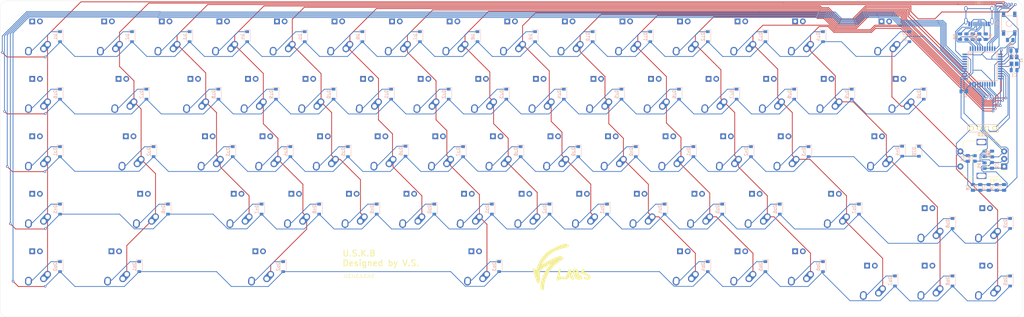
<source format=kicad_pcb>
(kicad_pcb (version 20171130) (host pcbnew "(5.1.9)-1")
  (layers (0 F.Cu signal) (31 B.Cu signal) (34 B.Paste user) (35 F.Paste user) (36 B.SilkS user) (37 F.SilkS user) (38 B.Mask user) (39 F.Mask user) (44 Edge.Cuts user))
  (net 0 "")
  (net 1 GND)
  (net 2 XTAL1)
  (net 3 XTAL2)
  (net 4 COL14)
  (net 5 VCC)
  (net 6 ROT_A)
  (net 7 ROT_B)
  (net 8 "Net-(C11-Pad2)")
  (net 9 ROW0)
  (net 10 "Net-(D1-Pad1)")
  (net 11 "Net-(D2-Pad1)")
  (net 12 "Net-(D3-Pad1)")
  (net 13 "Net-(D4-Pad1)")
  (net 14 "Net-(D5-Pad1)")
  (net 15 "Net-(D6-Pad1)")
  (net 16 "Net-(D7-Pad1)")
  (net 17 "Net-(D8-Pad1)")
  (net 18 "Net-(D9-Pad1)")
  (net 19 "Net-(D10-Pad1)")
  (net 20 "Net-(D11-Pad1)")
  (net 21 "Net-(D12-Pad1)")
  (net 22 "Net-(D13-Pad1)")
  (net 23 "Net-(D14-Pad1)")
  (net 24 "Net-(D15-Pad1)")
  (net 25 ROW1)
  (net 26 "Net-(D16-Pad1)")
  (net 27 "Net-(D17-Pad1)")
  (net 28 "Net-(D18-Pad1)")
  (net 29 "Net-(D19-Pad1)")
  (net 30 "Net-(D20-Pad1)")
  (net 31 "Net-(D21-Pad1)")
  (net 32 "Net-(D22-Pad1)")
  (net 33 "Net-(D23-Pad1)")
  (net 34 "Net-(D24-Pad1)")
  (net 35 "Net-(D25-Pad1)")
  (net 36 "Net-(D26-Pad1)")
  (net 37 "Net-(D27-Pad1)")
  (net 38 "Net-(D28-Pad1)")
  (net 39 "Net-(D29-Pad1)")
  (net 40 "Net-(D30-Pad1)")
  (net 41 ROW2)
  (net 42 "Net-(D31-Pad1)")
  (net 43 "Net-(D32-Pad1)")
  (net 44 "Net-(D33-Pad1)")
  (net 45 "Net-(D34-Pad1)")
  (net 46 "Net-(D35-Pad1)")
  (net 47 "Net-(D36-Pad1)")
  (net 48 "Net-(D37-Pad1)")
  (net 49 "Net-(D38-Pad1)")
  (net 50 "Net-(D39-Pad1)")
  (net 51 "Net-(D40-Pad1)")
  (net 52 "Net-(D41-Pad1)")
  (net 53 "Net-(D42-Pad1)")
  (net 54 "Net-(D43-Pad1)")
  (net 55 "Net-(D44-Pad1)")
  (net 56 ROW3)
  (net 57 "Net-(D45-Pad1)")
  (net 58 "Net-(D46-Pad1)")
  (net 59 "Net-(D47-Pad1)")
  (net 60 "Net-(D48-Pad1)")
  (net 61 "Net-(D49-Pad1)")
  (net 62 "Net-(D50-Pad1)")
  (net 63 "Net-(D51-Pad1)")
  (net 64 "Net-(D52-Pad1)")
  (net 65 "Net-(D53-Pad1)")
  (net 66 "Net-(D54-Pad1)")
  (net 67 "Net-(D55-Pad1)")
  (net 68 "Net-(D56-Pad1)")
  (net 69 "Net-(D57-Pad1)")
  (net 70 "Net-(D58-Pad1)")
  (net 71 "Net-(D59-Pad1)")
  (net 72 ROW4)
  (net 73 "Net-(D60-Pad1)")
  (net 74 "Net-(D61-Pad1)")
  (net 75 "Net-(D62-Pad1)")
  (net 76 "Net-(D63-Pad1)")
  (net 77 "Net-(D64-Pad1)")
  (net 78 "Net-(D65-Pad1)")
  (net 79 "Net-(D66-Pad1)")
  (net 80 "Net-(D67-Pad1)")
  (net 81 "Net-(D68-Pad1)")
  (net 82 "Net-(D69-Pad1)")
  (net 83 R_ENC)
  (net 84 COL0)
  (net 85 COL1)
  (net 86 COL2)
  (net 87 COL3)
  (net 88 COL4)
  (net 89 COL5)
  (net 90 COL6)
  (net 91 COL7)
  (net 92 COL8)
  (net 93 COL10)
  (net 94 COL11)
  (net 95 COL12)
  (net 96 COL13)
  (net 97 SCL)
  (net 98 SDA)
  (net 99 RESET)
  (net 100 "Net-(R2-Pad2)")
  (net 101 D-)
  (net 102 "Net-(R3-Pad2)")
  (net 103 D+)
  (net 104 "Net-(R7-Pad2)")
  (net 105 "Net-(U1-Pad42)")
  (net 106 COL9)
  (net 107 "Net-(USB1-Pad9)")
  (net 108 "Net-(USB1-Pad3)")
  (net 109 "Net-(U1-Pad1)")
  (net 110 "Net-(R8-Pad1)")
  (net 111 "Net-(R9-Pad2)")
  (module Diode_SMD:D_SOD-123 (layer B.Cu) (at 317.5 63.373 270)
    (fp_text reference D70 (at 0 1.65 90) (layer B.SilkS) (effects (justify mirror)))
    (fp_text value D)
    (pad 2 smd rect (at 1.65 0 270) (size 0.9 1.2) (layers B.Cu B.Paste B.Mask) (net 41 ROW2))
    (pad 1 smd rect (at -1.65 0 270) (size 0.9 1.2) (layers B.Cu B.Paste B.Mask) (net 83 R_ENC))
  )
  (module Diode_SMD:D_SOD-123 (layer B.Cu) (at 347.6625 106.3625 270)
    (fp_text reference D69 (at 0 1.65 90) (layer B.SilkS) (effects (justify mirror)))
    (fp_text value D)
    (pad 2 smd rect (at 1.65 0 270) (size 0.9 1.2) (layers B.Cu B.Paste B.Mask) (net 72 ROW4))
    (pad 1 smd rect (at -1.65 0 270) (size 0.9 1.2) (layers B.Cu B.Paste B.Mask) (net 82 "Net-(D69-Pad1)"))
  )
  (module Diode_SMD:D_SOD-123 (layer B.Cu) (at 328.6125 106.3625 270)
    (fp_text reference D68 (at 0 1.65 90) (layer B.SilkS) (effects (justify mirror)))
    (fp_text value D)
    (pad 2 smd rect (at 1.65 0 270) (size 0.9 1.2) (layers B.Cu B.Paste B.Mask) (net 72 ROW4))
    (pad 1 smd rect (at -1.65 0 270) (size 0.9 1.2) (layers B.Cu B.Paste B.Mask) (net 81 "Net-(D68-Pad1)"))
  )
  (module Diode_SMD:D_SOD-123 (layer B.Cu) (at 309.5625 106.3625 270)
    (fp_text reference D67 (at 0 1.65 90) (layer B.SilkS) (effects (justify mirror)))
    (fp_text value D)
    (pad 2 smd rect (at 1.65 0 270) (size 0.9 1.2) (layers B.Cu B.Paste B.Mask) (net 72 ROW4))
    (pad 1 smd rect (at -1.65 0 270) (size 0.9 1.2) (layers B.Cu B.Paste B.Mask) (net 80 "Net-(D67-Pad1)"))
  )
  (module Diode_SMD:D_SOD-123 (layer B.Cu) (at 285.75 101.6 270)
    (fp_text reference D66 (at 0 1.65 90) (layer B.SilkS) (effects (justify mirror)))
    (fp_text value D)
    (pad 2 smd rect (at 1.65 0 270) (size 0.9 1.2) (layers B.Cu B.Paste B.Mask) (net 72 ROW4))
    (pad 1 smd rect (at -1.65 0 270) (size 0.9 1.2) (layers B.Cu B.Paste B.Mask) (net 79 "Net-(D66-Pad1)"))
  )
  (module Diode_SMD:D_SOD-123 (layer B.Cu) (at 266.7 101.6 270)
    (fp_text reference D65 (at 0 1.65 90) (layer B.SilkS) (effects (justify mirror)))
    (fp_text value D)
    (pad 2 smd rect (at 1.65 0 270) (size 0.9 1.2) (layers B.Cu B.Paste B.Mask) (net 72 ROW4))
    (pad 1 smd rect (at -1.65 0 270) (size 0.9 1.2) (layers B.Cu B.Paste B.Mask) (net 78 "Net-(D65-Pad1)"))
  )
  (module Diode_SMD:D_SOD-123 (layer B.Cu) (at 247.65 101.6 270)
    (fp_text reference D64 (at 0 1.65 90) (layer B.SilkS) (effects (justify mirror)))
    (fp_text value D)
    (pad 2 smd rect (at 1.65 0 270) (size 0.9 1.2) (layers B.Cu B.Paste B.Mask) (net 72 ROW4))
    (pad 1 smd rect (at -1.65 0 270) (size 0.9 1.2) (layers B.Cu B.Paste B.Mask) (net 77 "Net-(D64-Pad1)"))
  )
  (module Diode_SMD:D_SOD-123 (layer B.Cu) (at 178.59375 101.6 270)
    (fp_text reference D63 (at 0 1.65 90) (layer B.SilkS) (effects (justify mirror)))
    (fp_text value D)
    (pad 2 smd rect (at 1.65 0 270) (size 0.9 1.2) (layers B.Cu B.Paste B.Mask) (net 72 ROW4))
    (pad 1 smd rect (at -1.65 0 270) (size 0.9 1.2) (layers B.Cu B.Paste B.Mask) (net 76 "Net-(D63-Pad1)"))
  )
  (module Diode_SMD:D_SOD-123 (layer B.Cu) (at 107.15625 101.6 270)
    (fp_text reference D62 (at 0 1.65 90) (layer B.SilkS) (effects (justify mirror)))
    (fp_text value D)
    (pad 2 smd rect (at 1.65 0 270) (size 0.9 1.2) (layers B.Cu B.Paste B.Mask) (net 72 ROW4))
    (pad 1 smd rect (at -1.65 0 270) (size 0.9 1.2) (layers B.Cu B.Paste B.Mask) (net 75 "Net-(D62-Pad1)"))
  )
  (module Diode_SMD:D_SOD-123 (layer B.Cu) (at 59.53125 101.6 270)
    (fp_text reference D61 (at 0 1.65 90) (layer B.SilkS) (effects (justify mirror)))
    (fp_text value D)
    (pad 2 smd rect (at 1.65 0 270) (size 0.9 1.2) (layers B.Cu B.Paste B.Mask) (net 72 ROW4))
    (pad 1 smd rect (at -1.65 0 270) (size 0.9 1.2) (layers B.Cu B.Paste B.Mask) (net 74 "Net-(D61-Pad1)"))
  )
  (module Diode_SMD:D_SOD-123 (layer B.Cu) (at 33.3375 101.6 270)
    (fp_text reference D60 (at 0 1.65 90) (layer B.SilkS) (effects (justify mirror)))
    (fp_text value D)
    (pad 2 smd rect (at 1.65 0 270) (size 0.9 1.2) (layers B.Cu B.Paste B.Mask) (net 72 ROW4))
    (pad 1 smd rect (at -1.65 0 270) (size 0.9 1.2) (layers B.Cu B.Paste B.Mask) (net 73 "Net-(D60-Pad1)"))
  )
  (module Diode_SMD:D_SOD-123 (layer B.Cu) (at 347.6625 87.3125 270)
    (fp_text reference D59 (at 0 1.65 90) (layer B.SilkS) (effects (justify mirror)))
    (fp_text value D)
    (pad 2 smd rect (at 1.65 0 270) (size 0.9 1.2) (layers B.Cu B.Paste B.Mask) (net 56 ROW3))
    (pad 1 smd rect (at -1.65 0 270) (size 0.9 1.2) (layers B.Cu B.Paste B.Mask) (net 71 "Net-(D59-Pad1)"))
  )
  (module Diode_SMD:D_SOD-123 (layer B.Cu) (at 328.6125 87.3125 270)
    (fp_text reference D58 (at 0 1.65 90) (layer B.SilkS) (effects (justify mirror)))
    (fp_text value D)
    (pad 2 smd rect (at 1.65 0 270) (size 0.9 1.2) (layers B.Cu B.Paste B.Mask) (net 56 ROW3))
    (pad 1 smd rect (at -1.65 0 270) (size 0.9 1.2) (layers B.Cu B.Paste B.Mask) (net 70 "Net-(D58-Pad1)"))
  )
  (module Diode_SMD:D_SOD-123 (layer B.Cu) (at 297.65625 82.55 270)
    (fp_text reference D57 (at 0 1.65 90) (layer B.SilkS) (effects (justify mirror)))
    (fp_text value D)
    (pad 2 smd rect (at 1.65 0 270) (size 0.9 1.2) (layers B.Cu B.Paste B.Mask) (net 56 ROW3))
    (pad 1 smd rect (at -1.65 0 270) (size 0.9 1.2) (layers B.Cu B.Paste B.Mask) (net 69 "Net-(D57-Pad1)"))
  )
  (module Diode_SMD:D_SOD-123 (layer B.Cu) (at 271.4625 82.55 270)
    (fp_text reference D56 (at 0 1.65 90) (layer B.SilkS) (effects (justify mirror)))
    (fp_text value D)
    (pad 2 smd rect (at 1.65 0 270) (size 0.9 1.2) (layers B.Cu B.Paste B.Mask) (net 56 ROW3))
    (pad 1 smd rect (at -1.65 0 270) (size 0.9 1.2) (layers B.Cu B.Paste B.Mask) (net 68 "Net-(D56-Pad1)"))
  )
  (module Diode_SMD:D_SOD-123 (layer B.Cu) (at 252.4125 82.55 270)
    (fp_text reference D55 (at 0 1.65 90) (layer B.SilkS) (effects (justify mirror)))
    (fp_text value D)
    (pad 2 smd rect (at 1.65 0 270) (size 0.9 1.2) (layers B.Cu B.Paste B.Mask) (net 56 ROW3))
    (pad 1 smd rect (at -1.65 0 270) (size 0.9 1.2) (layers B.Cu B.Paste B.Mask) (net 67 "Net-(D55-Pad1)"))
  )
  (module Diode_SMD:D_SOD-123 (layer B.Cu) (at 233.3625 82.55 270)
    (fp_text reference D54 (at 0 1.65 90) (layer B.SilkS) (effects (justify mirror)))
    (fp_text value D)
    (pad 2 smd rect (at 1.65 0 270) (size 0.9 1.2) (layers B.Cu B.Paste B.Mask) (net 56 ROW3))
    (pad 1 smd rect (at -1.65 0 270) (size 0.9 1.2) (layers B.Cu B.Paste B.Mask) (net 66 "Net-(D54-Pad1)"))
  )
  (module Diode_SMD:D_SOD-123 (layer B.Cu) (at 214.3125 82.55 270)
    (fp_text reference D53 (at 0 1.65 90) (layer B.SilkS) (effects (justify mirror)))
    (fp_text value D)
    (pad 2 smd rect (at 1.65 0 270) (size 0.9 1.2) (layers B.Cu B.Paste B.Mask) (net 56 ROW3))
    (pad 1 smd rect (at -1.65 0 270) (size 0.9 1.2) (layers B.Cu B.Paste B.Mask) (net 65 "Net-(D53-Pad1)"))
  )
  (module Diode_SMD:D_SOD-123 (layer B.Cu) (at 195.2625 82.55 270)
    (fp_text reference D52 (at 0 1.65 90) (layer B.SilkS) (effects (justify mirror)))
    (fp_text value D)
    (pad 2 smd rect (at 1.65 0 270) (size 0.9 1.2) (layers B.Cu B.Paste B.Mask) (net 56 ROW3))
    (pad 1 smd rect (at -1.65 0 270) (size 0.9 1.2) (layers B.Cu B.Paste B.Mask) (net 64 "Net-(D52-Pad1)"))
  )
  (module Diode_SMD:D_SOD-123 (layer B.Cu) (at 176.2125 82.55 270)
    (fp_text reference D51 (at 0 1.65 90) (layer B.SilkS) (effects (justify mirror)))
    (fp_text value D)
    (pad 2 smd rect (at 1.65 0 270) (size 0.9 1.2) (layers B.Cu B.Paste B.Mask) (net 56 ROW3))
    (pad 1 smd rect (at -1.65 0 270) (size 0.9 1.2) (layers B.Cu B.Paste B.Mask) (net 63 "Net-(D51-Pad1)"))
  )
  (module Diode_SMD:D_SOD-123 (layer B.Cu) (at 157.1625 82.55 270)
    (fp_text reference D50 (at 0 1.65 90) (layer B.SilkS) (effects (justify mirror)))
    (fp_text value D)
    (pad 2 smd rect (at 1.65 0 270) (size 0.9 1.2) (layers B.Cu B.Paste B.Mask) (net 56 ROW3))
    (pad 1 smd rect (at -1.65 0 270) (size 0.9 1.2) (layers B.Cu B.Paste B.Mask) (net 62 "Net-(D50-Pad1)"))
  )
  (module Diode_SMD:D_SOD-123 (layer B.Cu) (at 138.1125 82.55 270)
    (fp_text reference D49 (at 0 1.65 90) (layer B.SilkS) (effects (justify mirror)))
    (fp_text value D)
    (pad 2 smd rect (at 1.65 0 270) (size 0.9 1.2) (layers B.Cu B.Paste B.Mask) (net 56 ROW3))
    (pad 1 smd rect (at -1.65 0 270) (size 0.9 1.2) (layers B.Cu B.Paste B.Mask) (net 61 "Net-(D49-Pad1)"))
  )
  (module Diode_SMD:D_SOD-123 (layer B.Cu) (at 119.0625 82.55 270)
    (fp_text reference D48 (at 0 1.65 90) (layer B.SilkS) (effects (justify mirror)))
    (fp_text value D)
    (pad 2 smd rect (at 1.65 0 270) (size 0.9 1.2) (layers B.Cu B.Paste B.Mask) (net 56 ROW3))
    (pad 1 smd rect (at -1.65 0 270) (size 0.9 1.2) (layers B.Cu B.Paste B.Mask) (net 60 "Net-(D48-Pad1)"))
  )
  (module Diode_SMD:D_SOD-123 (layer B.Cu) (at 100.0125 82.55 270)
    (fp_text reference D47 (at 0 1.65 90) (layer B.SilkS) (effects (justify mirror)))
    (fp_text value D)
    (pad 2 smd rect (at 1.65 0 270) (size 0.9 1.2) (layers B.Cu B.Paste B.Mask) (net 56 ROW3))
    (pad 1 smd rect (at -1.65 0 270) (size 0.9 1.2) (layers B.Cu B.Paste B.Mask) (net 59 "Net-(D47-Pad1)"))
  )
  (module Diode_SMD:D_SOD-123 (layer B.Cu) (at 69.05625 82.55 270)
    (fp_text reference D46 (at 0 1.65 90) (layer B.SilkS) (effects (justify mirror)))
    (fp_text value D)
    (pad 2 smd rect (at 1.65 0 270) (size 0.9 1.2) (layers B.Cu B.Paste B.Mask) (net 56 ROW3))
    (pad 1 smd rect (at -1.65 0 270) (size 0.9 1.2) (layers B.Cu B.Paste B.Mask) (net 58 "Net-(D46-Pad1)"))
  )
  (module Diode_SMD:D_SOD-123 (layer B.Cu) (at 33.3375 82.55 270)
    (fp_text reference D45 (at 0 1.65 90) (layer B.SilkS) (effects (justify mirror)))
    (fp_text value D)
    (pad 2 smd rect (at 1.65 0 270) (size 0.9 1.2) (layers B.Cu B.Paste B.Mask) (net 56 ROW3))
    (pad 1 smd rect (at -1.65 0 270) (size 0.9 1.2) (layers B.Cu B.Paste B.Mask) (net 57 "Net-(D45-Pad1)"))
  )
  (module Diode_SMD:D_SOD-123 (layer B.Cu) (at 311.94375 63.35625 270)
    (fp_text reference D44 (at 0 1.65 90) (layer B.SilkS) (effects (justify mirror)))
    (fp_text value D)
    (pad 2 smd rect (at 1.65 0 270) (size 0.9 1.2) (layers B.Cu B.Paste B.Mask) (net 41 ROW2))
    (pad 1 smd rect (at -1.65 0 270) (size 0.9 1.2) (layers B.Cu B.Paste B.Mask) (net 55 "Net-(D44-Pad1)"))
  )
  (module Diode_SMD:D_SOD-123 (layer B.Cu) (at 280.9875 63.5 270)
    (fp_text reference D43 (at 0 1.65 90) (layer B.SilkS) (effects (justify mirror)))
    (fp_text value D)
    (pad 2 smd rect (at 1.65 0 270) (size 0.9 1.2) (layers B.Cu B.Paste B.Mask) (net 41 ROW2))
    (pad 1 smd rect (at -1.65 0 270) (size 0.9 1.2) (layers B.Cu B.Paste B.Mask) (net 54 "Net-(D43-Pad1)"))
  )
  (module Diode_SMD:D_SOD-123 (layer B.Cu) (at 261.9375 63.5 270)
    (fp_text reference D42 (at 0 1.65 90) (layer B.SilkS) (effects (justify mirror)))
    (fp_text value D)
    (pad 2 smd rect (at 1.65 0 270) (size 0.9 1.2) (layers B.Cu B.Paste B.Mask) (net 41 ROW2))
    (pad 1 smd rect (at -1.65 0 270) (size 0.9 1.2) (layers B.Cu B.Paste B.Mask) (net 53 "Net-(D42-Pad1)"))
  )
  (module Diode_SMD:D_SOD-123 (layer B.Cu) (at 242.8875 63.5 270)
    (fp_text reference D41 (at 0 1.65 90) (layer B.SilkS) (effects (justify mirror)))
    (fp_text value D)
    (pad 2 smd rect (at 1.65 0 270) (size 0.9 1.2) (layers B.Cu B.Paste B.Mask) (net 41 ROW2))
    (pad 1 smd rect (at -1.65 0 270) (size 0.9 1.2) (layers B.Cu B.Paste B.Mask) (net 52 "Net-(D41-Pad1)"))
  )
  (module Diode_SMD:D_SOD-123 (layer B.Cu) (at 223.8375 63.5 270)
    (fp_text reference D40 (at 0 1.65 90) (layer B.SilkS) (effects (justify mirror)))
    (fp_text value D)
    (pad 2 smd rect (at 1.65 0 270) (size 0.9 1.2) (layers B.Cu B.Paste B.Mask) (net 41 ROW2))
    (pad 1 smd rect (at -1.65 0 270) (size 0.9 1.2) (layers B.Cu B.Paste B.Mask) (net 51 "Net-(D40-Pad1)"))
  )
  (module Diode_SMD:D_SOD-123 (layer B.Cu) (at 204.7875 63.5 270)
    (fp_text reference D39 (at 0 1.65 90) (layer B.SilkS) (effects (justify mirror)))
    (fp_text value D)
    (pad 2 smd rect (at 1.65 0 270) (size 0.9 1.2) (layers B.Cu B.Paste B.Mask) (net 41 ROW2))
    (pad 1 smd rect (at -1.65 0 270) (size 0.9 1.2) (layers B.Cu B.Paste B.Mask) (net 50 "Net-(D39-Pad1)"))
  )
  (module Diode_SMD:D_SOD-123 (layer B.Cu) (at 185.7375 63.5 270)
    (fp_text reference D38 (at 0 1.65 90) (layer B.SilkS) (effects (justify mirror)))
    (fp_text value D)
    (pad 2 smd rect (at 1.65 0 270) (size 0.9 1.2) (layers B.Cu B.Paste B.Mask) (net 41 ROW2))
    (pad 1 smd rect (at -1.65 0 270) (size 0.9 1.2) (layers B.Cu B.Paste B.Mask) (net 49 "Net-(D38-Pad1)"))
  )
  (module Diode_SMD:D_SOD-123 (layer B.Cu) (at 166.6875 63.5 270)
    (fp_text reference D37 (at 0 1.65 90) (layer B.SilkS) (effects (justify mirror)))
    (fp_text value D)
    (pad 2 smd rect (at 1.65 0 270) (size 0.9 1.2) (layers B.Cu B.Paste B.Mask) (net 41 ROW2))
    (pad 1 smd rect (at -1.65 0 270) (size 0.9 1.2) (layers B.Cu B.Paste B.Mask) (net 48 "Net-(D37-Pad1)"))
  )
  (module Diode_SMD:D_SOD-123 (layer B.Cu) (at 147.6375 63.35625 270)
    (fp_text reference D36 (at 0 1.65 90) (layer B.SilkS) (effects (justify mirror)))
    (fp_text value D)
    (pad 2 smd rect (at 1.65 0 270) (size 0.9 1.2) (layers B.Cu B.Paste B.Mask) (net 41 ROW2))
    (pad 1 smd rect (at -1.65 0 270) (size 0.9 1.2) (layers B.Cu B.Paste B.Mask) (net 47 "Net-(D36-Pad1)"))
  )
  (module Diode_SMD:D_SOD-123 (layer B.Cu) (at 128.5875 63.5 270)
    (fp_text reference D35 (at 0 1.65 90) (layer B.SilkS) (effects (justify mirror)))
    (fp_text value D)
    (pad 2 smd rect (at 1.65 0 270) (size 0.9 1.2) (layers B.Cu B.Paste B.Mask) (net 41 ROW2))
    (pad 1 smd rect (at -1.65 0 270) (size 0.9 1.2) (layers B.Cu B.Paste B.Mask) (net 46 "Net-(D35-Pad1)"))
  )
  (module Diode_SMD:D_SOD-123 (layer B.Cu) (at 109.5375 63.5 270)
    (fp_text reference D34 (at 0 1.65 90) (layer B.SilkS) (effects (justify mirror)))
    (fp_text value D)
    (pad 2 smd rect (at 1.65 0 270) (size 0.9 1.2) (layers B.Cu B.Paste B.Mask) (net 41 ROW2))
    (pad 1 smd rect (at -1.65 0 270) (size 0.9 1.2) (layers B.Cu B.Paste B.Mask) (net 45 "Net-(D34-Pad1)"))
  )
  (module Diode_SMD:D_SOD-123 (layer B.Cu) (at 90.4875 63.5 270)
    (fp_text reference D33 (at 0 1.65 90) (layer B.SilkS) (effects (justify mirror)))
    (fp_text value D)
    (pad 2 smd rect (at 1.65 0 270) (size 0.9 1.2) (layers B.Cu B.Paste B.Mask) (net 41 ROW2))
    (pad 1 smd rect (at -1.65 0 270) (size 0.9 1.2) (layers B.Cu B.Paste B.Mask) (net 44 "Net-(D33-Pad1)"))
  )
  (module Diode_SMD:D_SOD-123 (layer B.Cu) (at 64.29375 63.5 270)
    (fp_text reference D32 (at 0 1.65 90) (layer B.SilkS) (effects (justify mirror)))
    (fp_text value D)
    (pad 2 smd rect (at 1.65 0 270) (size 0.9 1.2) (layers B.Cu B.Paste B.Mask) (net 41 ROW2))
    (pad 1 smd rect (at -1.65 0 270) (size 0.9 1.2) (layers B.Cu B.Paste B.Mask) (net 43 "Net-(D32-Pad1)"))
  )
  (module Diode_SMD:D_SOD-123 (layer B.Cu) (at 33.3375 63.5 270)
    (fp_text reference D31 (at 0 1.65 90) (layer B.SilkS) (effects (justify mirror)))
    (fp_text value D)
    (pad 2 smd rect (at 1.65 0 270) (size 0.9 1.2) (layers B.Cu B.Paste B.Mask) (net 41 ROW2))
    (pad 1 smd rect (at -1.65 0 270) (size 0.9 1.2) (layers B.Cu B.Paste B.Mask) (net 42 "Net-(D31-Pad1)"))
  )
  (module Diode_SMD:D_SOD-123 (layer B.Cu) (at 319.0875 44.45 270)
    (fp_text reference D30 (at 0 1.65 270) (layer B.SilkS) (effects (justify mirror)))
    (fp_text value D)
    (pad 2 smd rect (at 1.65 0 270) (size 0.9 1.2) (layers B.Cu B.Paste B.Mask) (net 25 ROW1))
    (pad 1 smd rect (at -1.65 0 270) (size 0.9 1.2) (layers B.Cu B.Paste B.Mask) (net 40 "Net-(D30-Pad1)"))
  )
  (module Diode_SMD:D_SOD-123 (layer B.Cu) (at 295.275 44.45 270)
    (fp_text reference D29 (at 0 1.65 90) (layer B.SilkS) (effects (justify mirror)))
    (fp_text value D)
    (pad 2 smd rect (at 1.65 0 270) (size 0.9 1.2) (layers B.Cu B.Paste B.Mask) (net 25 ROW1))
    (pad 1 smd rect (at -1.65 0 270) (size 0.9 1.2) (layers B.Cu B.Paste B.Mask) (net 39 "Net-(D29-Pad1)"))
  )
  (module Diode_SMD:D_SOD-123 (layer B.Cu) (at 276.225 44.45 270)
    (fp_text reference D28 (at 0 1.65 90) (layer B.SilkS) (effects (justify mirror)))
    (fp_text value D)
    (pad 2 smd rect (at 1.65 0 270) (size 0.9 1.2) (layers B.Cu B.Paste B.Mask) (net 25 ROW1))
    (pad 1 smd rect (at -1.65 0 270) (size 0.9 1.2) (layers B.Cu B.Paste B.Mask) (net 38 "Net-(D28-Pad1)"))
  )
  (module Diode_SMD:D_SOD-123 (layer B.Cu) (at 257.175 44.45 270)
    (fp_text reference D27 (at 0 1.65 90) (layer B.SilkS) (effects (justify mirror)))
    (fp_text value D)
    (pad 2 smd rect (at 1.65 0 270) (size 0.9 1.2) (layers B.Cu B.Paste B.Mask) (net 25 ROW1))
    (pad 1 smd rect (at -1.65 0 270) (size 0.9 1.2) (layers B.Cu B.Paste B.Mask) (net 37 "Net-(D27-Pad1)"))
  )
  (module Diode_SMD:D_SOD-123 (layer B.Cu) (at 238.125 44.45 270)
    (fp_text reference D26 (at 0 1.65 90) (layer B.SilkS) (effects (justify mirror)))
    (fp_text value D)
    (pad 2 smd rect (at 1.65 0 270) (size 0.9 1.2) (layers B.Cu B.Paste B.Mask) (net 25 ROW1))
    (pad 1 smd rect (at -1.65 0 270) (size 0.9 1.2) (layers B.Cu B.Paste B.Mask) (net 36 "Net-(D26-Pad1)"))
  )
  (module Diode_SMD:D_SOD-123 (layer B.Cu) (at 219.075 44.45 270)
    (fp_text reference D25 (at 0 1.65 90) (layer B.SilkS) (effects (justify mirror)))
    (fp_text value D)
    (pad 2 smd rect (at 1.65 0 270) (size 0.9 1.2) (layers B.Cu B.Paste B.Mask) (net 25 ROW1))
    (pad 1 smd rect (at -1.65 0 270) (size 0.9 1.2) (layers B.Cu B.Paste B.Mask) (net 35 "Net-(D25-Pad1)"))
  )
  (module Diode_SMD:D_SOD-123 (layer B.Cu) (at 200.025 44.45 270)
    (fp_text reference D24 (at 0 1.65 90) (layer B.SilkS) (effects (justify mirror)))
    (fp_text value D)
    (pad 2 smd rect (at 1.65 0 270) (size 0.9 1.2) (layers B.Cu B.Paste B.Mask) (net 25 ROW1))
    (pad 1 smd rect (at -1.65 0 270) (size 0.9 1.2) (layers B.Cu B.Paste B.Mask) (net 34 "Net-(D24-Pad1)"))
  )
  (module Diode_SMD:D_SOD-123 (layer B.Cu) (at 180.975 44.45 270)
    (fp_text reference D23 (at 0 1.65 90) (layer B.SilkS) (effects (justify mirror)))
    (fp_text value D)
    (pad 2 smd rect (at 1.65 0 270) (size 0.9 1.2) (layers B.Cu B.Paste B.Mask) (net 25 ROW1))
    (pad 1 smd rect (at -1.65 0 270) (size 0.9 1.2) (layers B.Cu B.Paste B.Mask) (net 33 "Net-(D23-Pad1)"))
  )
  (module Diode_SMD:D_SOD-123 (layer B.Cu) (at 161.925 44.45 270)
    (fp_text reference D22 (at 0 1.65 90) (layer B.SilkS) (effects (justify mirror)))
    (fp_text value D)
    (pad 2 smd rect (at 1.65 0 270) (size 0.9 1.2) (layers B.Cu B.Paste B.Mask) (net 25 ROW1))
    (pad 1 smd rect (at -1.65 0 270) (size 0.9 1.2) (layers B.Cu B.Paste B.Mask) (net 32 "Net-(D22-Pad1)"))
  )
  (module Diode_SMD:D_SOD-123 (layer B.Cu) (at 142.875 44.45 270)
    (fp_text reference D21 (at 0 1.65 90) (layer B.SilkS) (effects (justify mirror)))
    (fp_text value D)
    (pad 2 smd rect (at 1.65 0 270) (size 0.9 1.2) (layers B.Cu B.Paste B.Mask) (net 25 ROW1))
    (pad 1 smd rect (at -1.65 0 270) (size 0.9 1.2) (layers B.Cu B.Paste B.Mask) (net 31 "Net-(D21-Pad1)"))
  )
  (module Diode_SMD:D_SOD-123 (layer B.Cu) (at 123.825 44.45 270)
    (fp_text reference D20 (at 0 1.65 90) (layer B.SilkS) (effects (justify mirror)))
    (fp_text value D)
    (pad 2 smd rect (at 1.65 0 270) (size 0.9 1.2) (layers B.Cu B.Paste B.Mask) (net 25 ROW1))
    (pad 1 smd rect (at -1.65 0 270) (size 0.9 1.2) (layers B.Cu B.Paste B.Mask) (net 30 "Net-(D20-Pad1)"))
  )
  (module Diode_SMD:D_SOD-123 (layer B.Cu) (at 104.775 44.45 270)
    (fp_text reference D19 (at 0 1.65 90) (layer B.SilkS) (effects (justify mirror)))
    (fp_text value D)
    (pad 2 smd rect (at 1.65 0 270) (size 0.9 1.2) (layers B.Cu B.Paste B.Mask) (net 25 ROW1))
    (pad 1 smd rect (at -1.65 0 270) (size 0.9 1.2) (layers B.Cu B.Paste B.Mask) (net 29 "Net-(D19-Pad1)"))
  )
  (module Diode_SMD:D_SOD-123 (layer B.Cu) (at 85.725 44.45 270)
    (fp_text reference D18 (at 0 1.65 90) (layer B.SilkS) (effects (justify mirror)))
    (fp_text value D)
    (pad 2 smd rect (at 1.65 0 270) (size 0.9 1.2) (layers B.Cu B.Paste B.Mask) (net 25 ROW1))
    (pad 1 smd rect (at -1.65 0 270) (size 0.9 1.2) (layers B.Cu B.Paste B.Mask) (net 28 "Net-(D18-Pad1)"))
  )
  (module Diode_SMD:D_SOD-123 (layer B.Cu) (at 61.9125 44.45 270)
    (fp_text reference D17 (at 0 1.65 90) (layer B.SilkS) (effects (justify mirror)))
    (fp_text value D)
    (pad 2 smd rect (at 1.65 0 270) (size 0.9 1.2) (layers B.Cu B.Paste B.Mask) (net 25 ROW1))
    (pad 1 smd rect (at -1.65 0 270) (size 0.9 1.2) (layers B.Cu B.Paste B.Mask) (net 27 "Net-(D17-Pad1)"))
  )
  (module Diode_SMD:D_SOD-123 (layer B.Cu) (at 33.3375 44.45 270)
    (fp_text reference D16 (at 0 1.65 90) (layer B.SilkS) (effects (justify mirror)))
    (fp_text value D)
    (pad 2 smd rect (at 1.65 0 270) (size 0.9 1.2) (layers B.Cu B.Paste B.Mask) (net 25 ROW1))
    (pad 1 smd rect (at -1.65 0 270) (size 0.9 1.2) (layers B.Cu B.Paste B.Mask) (net 26 "Net-(D16-Pad1)"))
  )
  (module Diode_SMD:D_SOD-123 (layer B.Cu) (at 314.325 25.4 270)
    (fp_text reference D15 (at 0 1.65 90) (layer B.SilkS) (effects (justify mirror)))
    (fp_text value D)
    (pad 2 smd rect (at 1.65 0 270) (size 0.9 1.2) (layers B.Cu B.Paste B.Mask) (net 9 ROW0))
    (pad 1 smd rect (at -1.65 0 270) (size 0.9 1.2) (layers B.Cu B.Paste B.Mask) (net 24 "Net-(D15-Pad1)"))
  )
  (module Diode_SMD:D_SOD-123 (layer B.Cu) (at 285.75 25.4 270)
    (fp_text reference D14 (at 0 1.65 90) (layer B.SilkS) (effects (justify mirror)))
    (fp_text value D)
    (pad 2 smd rect (at 1.65 0 270) (size 0.9 1.2) (layers B.Cu B.Paste B.Mask) (net 9 ROW0))
    (pad 1 smd rect (at -1.65 0 270) (size 0.9 1.2) (layers B.Cu B.Paste B.Mask) (net 23 "Net-(D14-Pad1)"))
  )
  (module Diode_SMD:D_SOD-123 (layer B.Cu) (at 266.7 25.4 270)
    (fp_text reference D13 (at 0 1.65 90) (layer B.SilkS) (effects (justify mirror)))
    (fp_text value D)
    (pad 2 smd rect (at 1.65 0 270) (size 0.9 1.2) (layers B.Cu B.Paste B.Mask) (net 9 ROW0))
    (pad 1 smd rect (at -1.65 0 270) (size 0.9 1.2) (layers B.Cu B.Paste B.Mask) (net 22 "Net-(D13-Pad1)"))
  )
  (module Diode_SMD:D_SOD-123 (layer B.Cu) (at 247.65 25.4 270)
    (fp_text reference D12 (at 0 1.65 90) (layer B.SilkS) (effects (justify mirror)))
    (fp_text value D)
    (pad 2 smd rect (at 1.65 0 270) (size 0.9 1.2) (layers B.Cu B.Paste B.Mask) (net 9 ROW0))
    (pad 1 smd rect (at -1.65 0 270) (size 0.9 1.2) (layers B.Cu B.Paste B.Mask) (net 21 "Net-(D12-Pad1)"))
  )
  (module Diode_SMD:D_SOD-123 (layer B.Cu) (at 228.6 25.4 270)
    (fp_text reference D11 (at 0 1.65 90) (layer B.SilkS) (effects (justify mirror)))
    (fp_text value D)
    (pad 2 smd rect (at 1.65 0 270) (size 0.9 1.2) (layers B.Cu B.Paste B.Mask) (net 9 ROW0))
    (pad 1 smd rect (at -1.65 0 270) (size 0.9 1.2) (layers B.Cu B.Paste B.Mask) (net 20 "Net-(D11-Pad1)"))
  )
  (module Diode_SMD:D_SOD-123 (layer B.Cu) (at 209.55 25.4 270)
    (fp_text reference D10 (at 0 1.65 90) (layer B.SilkS) (effects (justify mirror)))
    (fp_text value D)
    (pad 2 smd rect (at 1.65 0 270) (size 0.9 1.2) (layers B.Cu B.Paste B.Mask) (net 9 ROW0))
    (pad 1 smd rect (at -1.65 0 270) (size 0.9 1.2) (layers B.Cu B.Paste B.Mask) (net 19 "Net-(D10-Pad1)"))
  )
  (module Diode_SMD:D_SOD-123 (layer B.Cu) (at 190.5 25.4 270)
    (fp_text reference D9 (at 0 1.65 90) (layer B.SilkS) (effects (justify mirror)))
    (fp_text value D)
    (pad 2 smd rect (at 1.65 0 270) (size 0.9 1.2) (layers B.Cu B.Paste B.Mask) (net 9 ROW0))
    (pad 1 smd rect (at -1.65 0 270) (size 0.9 1.2) (layers B.Cu B.Paste B.Mask) (net 18 "Net-(D9-Pad1)"))
  )
  (module Diode_SMD:D_SOD-123 (layer B.Cu) (at 171.45 25.4 270)
    (fp_text reference D8 (at 0 1.65 90) (layer B.SilkS) (effects (justify mirror)))
    (fp_text value D)
    (pad 2 smd rect (at 1.65 0 270) (size 0.9 1.2) (layers B.Cu B.Paste B.Mask) (net 9 ROW0))
    (pad 1 smd rect (at -1.65 0 270) (size 0.9 1.2) (layers B.Cu B.Paste B.Mask) (net 17 "Net-(D8-Pad1)"))
  )
  (module Diode_SMD:D_SOD-123 (layer B.Cu) (at 152.4 25.4 270)
    (fp_text reference D7 (at 0 1.65 90) (layer B.SilkS) (effects (justify mirror)))
    (fp_text value D)
    (pad 2 smd rect (at 1.65 0 270) (size 0.9 1.2) (layers B.Cu B.Paste B.Mask) (net 9 ROW0))
    (pad 1 smd rect (at -1.65 0 270) (size 0.9 1.2) (layers B.Cu B.Paste B.Mask) (net 16 "Net-(D7-Pad1)"))
  )
  (module Diode_SMD:D_SOD-123 (layer B.Cu) (at 133.35 25.4 270)
    (fp_text reference D6 (at 0 1.65 90) (layer B.SilkS) (effects (justify mirror)))
    (fp_text value D)
    (pad 2 smd rect (at 1.65 0 270) (size 0.9 1.2) (layers B.Cu B.Paste B.Mask) (net 9 ROW0))
    (pad 1 smd rect (at -1.65 0 270) (size 0.9 1.2) (layers B.Cu B.Paste B.Mask) (net 15 "Net-(D6-Pad1)"))
  )
  (module Diode_SMD:D_SOD-123 (layer B.Cu) (at 114.3 25.4 270)
    (fp_text reference D5 (at 0 1.65 270) (layer B.SilkS) (effects (justify mirror)))
    (fp_text value D)
    (pad 2 smd rect (at 1.65 0 270) (size 0.9 1.2) (layers B.Cu B.Paste B.Mask) (net 9 ROW0))
    (pad 1 smd rect (at -1.65 0 270) (size 0.9 1.2) (layers B.Cu B.Paste B.Mask) (net 14 "Net-(D5-Pad1)"))
  )
  (module Diode_SMD:D_SOD-123 (layer B.Cu) (at 95.25 25.4 270)
    (fp_text reference D4 (at 0 1.65 270) (layer B.SilkS) (effects (justify mirror)))
    (fp_text value D)
    (pad 2 smd rect (at 1.65 0 270) (size 0.9 1.2) (layers B.Cu B.Paste B.Mask) (net 9 ROW0))
    (pad 1 smd rect (at -1.65 0 270) (size 0.9 1.2) (layers B.Cu B.Paste B.Mask) (net 13 "Net-(D4-Pad1)"))
  )
  (module Diode_SMD:D_SOD-123 (layer B.Cu) (at 76.2 25.4 270)
    (fp_text reference D3 (at 0 1.65 270) (layer B.SilkS) (effects (justify mirror)))
    (fp_text value D)
    (pad 2 smd rect (at 1.65 0 270) (size 0.9 1.2) (layers B.Cu B.Paste B.Mask) (net 9 ROW0))
    (pad 1 smd rect (at -1.65 0 270) (size 0.9 1.2) (layers B.Cu B.Paste B.Mask) (net 12 "Net-(D3-Pad1)"))
  )
  (module Diode_SMD:D_SOD-123 (layer B.Cu) (at 57.15 25.4 270)
    (fp_text reference D2 (at 0 1.65 90) (layer B.SilkS) (effects (justify mirror)))
    (fp_text value D)
    (pad 2 smd rect (at 1.65 0 270) (size 0.9 1.2) (layers B.Cu B.Paste B.Mask) (net 9 ROW0))
    (pad 1 smd rect (at -1.65 0 270) (size 0.9 1.2) (layers B.Cu B.Paste B.Mask) (net 11 "Net-(D2-Pad1)"))
  )
  (module Diode_SMD:D_SOD-123 (layer B.Cu) (at 33.3375 25.4 270)
    (fp_text reference D1 (at 0 1.65 270) (layer B.SilkS) (effects (justify mirror)))
    (fp_text value D)
    (pad 2 smd rect (at 1.65 0 270) (size 0.9 1.2) (layers B.Cu B.Paste B.Mask) (net 9 ROW0))
    (pad 1 smd rect (at -1.65 0 270) (size 0.9 1.2) (layers B.Cu B.Paste B.Mask) (net 10 "Net-(D1-Pad1)"))
  )
  (module "Keyboard Master List:MX-1U" (layer F.Cu) (at 211.074 44.45 180)
    (fp_text reference MX25)
    (fp_text value MX-NoLED-MX_Alps_Hybrid)
    (pad 2 thru_hole oval (at 2.5 -4.5 266.0548) (size 2.831378 2.25) (drill 1.47 (offset 0.290689 0)) (layers *.Cu B.Mask) (net 35 "Net-(D25-Pad1)"))
    (pad 2 thru_hole circle (at 2.54 -5.08 180) (size 2.25 2.25) (drill 1.47) (layers *.Cu B.Mask) (net 35 "Net-(D25-Pad1)"))
    (pad 1 thru_hole oval (at -3.81 -2.54 228.0996) (size 4.211556 2.25) (drill 1.47 (offset 0.980778 0)) (layers *.Cu B.Mask) (net 106 COL9))
    (pad "" np_thru_hole circle (at 0 0 180) (size 3.9878 3.9878) (drill 3.9878) (layers *.Cu *.Mask))
    (pad 1 thru_hole circle (at -2.5 -4 180) (size 2.25 2.25) (drill 1.47) (layers *.Cu B.Mask) (net 106 COL9))
    (pad 3 thru_hole circle (at -1.27 5.08 180) (size 1.905 1.905) (drill 1.04) (layers *.Cu B.Mask))
    (pad 4 thru_hole rect (at 1.27 5.08 180) (size 1.905 1.905) (drill 1.04) (layers *.Cu B.Mask))
    (pad "" np_thru_hole circle (at -5.08 0 228.0996) (size 1.75 1.75) (drill 1.75) (layers *.Cu *.Mask))
    (pad "" np_thru_hole circle (at 5.08 0 228.0996) (size 1.75 1.75) (drill 1.75) (layers *.Cu *.Mask))
  )
  (module "Keyboard Master List:MX-1U" (layer F.Cu) (at 82.55 63.5 180)
    (fp_text reference MX33)
    (fp_text value MX-NoLED-MX_Alps_Hybrid)
    (pad 2 thru_hole oval (at 2.5 -4.5 266.0548) (size 2.831378 2.25) (drill 1.47 (offset 0.290689 0)) (layers *.Cu B.Mask) (net 44 "Net-(D33-Pad1)"))
    (pad 2 thru_hole circle (at 2.54 -5.08 180) (size 2.25 2.25) (drill 1.47) (layers *.Cu B.Mask) (net 44 "Net-(D33-Pad1)"))
    (pad 1 thru_hole oval (at -3.81 -2.54 228.0996) (size 4.211556 2.25) (drill 1.47 (offset 0.980778 0)) (layers *.Cu B.Mask) (net 86 COL2))
    (pad "" np_thru_hole circle (at 0 0 180) (size 3.9878 3.9878) (drill 3.9878) (layers *.Cu *.Mask))
    (pad 1 thru_hole circle (at -2.5 -4 180) (size 2.25 2.25) (drill 1.47) (layers *.Cu B.Mask) (net 86 COL2))
    (pad 3 thru_hole circle (at -1.27 5.08 180) (size 1.905 1.905) (drill 1.04) (layers *.Cu B.Mask))
    (pad 4 thru_hole rect (at 1.27 5.08 180) (size 1.905 1.905) (drill 1.04) (layers *.Cu B.Mask))
    (pad "" np_thru_hole circle (at -5.08 0 228.0996) (size 1.75 1.75) (drill 1.75) (layers *.Cu *.Mask))
    (pad "" np_thru_hole circle (at 5.08 0 228.0996) (size 1.75 1.75) (drill 1.75) (layers *.Cu *.Mask))
  )
  (module "Keyboard Master List:MX-1U" (layer F.Cu) (at 277.8125 101.6 180)
    (fp_text reference MX66)
    (fp_text value MX-NoLED-MX_Alps_Hybrid)
    (pad 2 thru_hole oval (at 2.5 -4.5 266.0548) (size 2.831378 2.25) (drill 1.47 (offset 0.290689 0)) (layers *.Cu B.Mask) (net 79 "Net-(D66-Pad1)"))
    (pad 2 thru_hole circle (at 2.54 -5.08 180) (size 2.25 2.25) (drill 1.47) (layers *.Cu B.Mask) (net 79 "Net-(D66-Pad1)"))
    (pad 1 thru_hole oval (at -3.81 -2.54 228.0996) (size 4.211556 2.25) (drill 1.47 (offset 0.980778 0)) (layers *.Cu B.Mask) (net 94 COL11))
    (pad "" np_thru_hole circle (at 0 0 180) (size 3.9878 3.9878) (drill 3.9878) (layers *.Cu *.Mask))
    (pad 1 thru_hole circle (at -2.5 -4 180) (size 2.25 2.25) (drill 1.47) (layers *.Cu B.Mask) (net 94 COL11))
    (pad 3 thru_hole circle (at -1.27 5.08 180) (size 1.905 1.905) (drill 1.04) (layers *.Cu B.Mask))
    (pad 4 thru_hole rect (at 1.27 5.08 180) (size 1.905 1.905) (drill 1.04) (layers *.Cu B.Mask))
    (pad "" np_thru_hole circle (at -5.08 0 228.0996) (size 1.75 1.75) (drill 1.75) (layers *.Cu *.Mask))
    (pad "" np_thru_hole circle (at 5.08 0 228.0996) (size 1.75 1.75) (drill 1.75) (layers *.Cu *.Mask))
  )
  (module "Keyboard Master List:MX-1U" (layer F.Cu) (at 144.4625 25.4 180)
    (fp_text reference MX7)
    (fp_text value MX-NoLED-MX_Alps_Hybrid)
    (pad 2 thru_hole oval (at 2.5 -4.5 266.0548) (size 2.831378 2.25) (drill 1.47 (offset 0.290689 0)) (layers *.Cu B.Mask) (net 16 "Net-(D7-Pad1)"))
    (pad 2 thru_hole circle (at 2.54 -5.08 180) (size 2.25 2.25) (drill 1.47) (layers *.Cu B.Mask) (net 16 "Net-(D7-Pad1)"))
    (pad 1 thru_hole oval (at -3.81 -2.54 228.0996) (size 4.211556 2.25) (drill 1.47 (offset 0.980778 0)) (layers *.Cu B.Mask) (net 90 COL6))
    (pad "" np_thru_hole circle (at 0 0 180) (size 3.9878 3.9878) (drill 3.9878) (layers *.Cu *.Mask))
    (pad 1 thru_hole circle (at -2.5 -4 180) (size 2.25 2.25) (drill 1.47) (layers *.Cu B.Mask) (net 90 COL6))
    (pad 3 thru_hole circle (at -1.27 5.08 180) (size 1.905 1.905) (drill 1.04) (layers *.Cu B.Mask))
    (pad 4 thru_hole rect (at 1.27 5.08 180) (size 1.905 1.905) (drill 1.04) (layers *.Cu B.Mask))
    (pad "" np_thru_hole circle (at -5.08 0 228.0996) (size 1.75 1.75) (drill 1.75) (layers *.Cu *.Mask))
    (pad "" np_thru_hole circle (at 5.08 0 228.0996) (size 1.75 1.75) (drill 1.75) (layers *.Cu *.Mask))
  )
  (module "Keyboard Master List:MX-1.5U" (layer F.Cu) (at 53.975 44.45 180)
    (fp_text reference MX17)
    (fp_text value MX-NoLED-MX_Alps_Hybrid)
    (pad 2 thru_hole oval (at 2.5 -4.5 266.0548) (size 2.831378 2.25) (drill 1.47 (offset 0.290689 0)) (layers *.Cu B.Mask) (net 27 "Net-(D17-Pad1)"))
    (pad 2 thru_hole circle (at 2.54 -5.08 180) (size 2.25 2.25) (drill 1.47) (layers *.Cu B.Mask) (net 27 "Net-(D17-Pad1)"))
    (pad 1 thru_hole oval (at -3.81 -2.54 228.0996) (size 4.211556 2.25) (drill 1.47 (offset 0.980778 0)) (layers *.Cu B.Mask) (net 85 COL1))
    (pad "" np_thru_hole circle (at 0 0 180) (size 3.9878 3.9878) (drill 3.9878) (layers *.Cu *.Mask))
    (pad 1 thru_hole circle (at -2.5 -4 180) (size 2.25 2.25) (drill 1.47) (layers *.Cu B.Mask) (net 85 COL1))
    (pad 3 thru_hole circle (at -1.27 5.08 180) (size 1.905 1.905) (drill 1.04) (layers *.Cu B.Mask))
    (pad 4 thru_hole rect (at 1.27 5.08 180) (size 1.905 1.905) (drill 1.04) (layers *.Cu B.Mask))
    (pad "" np_thru_hole circle (at -5.08 0 228.0996) (size 1.75 1.75) (drill 1.75) (layers *.Cu *.Mask))
    (pad "" np_thru_hole circle (at 5.08 0 228.0996) (size 1.75 1.75) (drill 1.75) (layers *.Cu *.Mask))
  )
  (module "Keyboard Master List:MX-1U" (layer F.Cu) (at 25.4 82.55 180)
    (fp_text reference MX45)
    (fp_text value MX-NoLED-MX_Alps_Hybrid)
    (pad 2 thru_hole oval (at 2.5 -4.5 266.0548) (size 2.831378 2.25) (drill 1.47 (offset 0.290689 0)) (layers *.Cu B.Mask) (net 57 "Net-(D45-Pad1)"))
    (pad 2 thru_hole circle (at 2.54 -5.08 180) (size 2.25 2.25) (drill 1.47) (layers *.Cu B.Mask) (net 57 "Net-(D45-Pad1)"))
    (pad 1 thru_hole oval (at -3.81 -2.54 228.0996) (size 4.211556 2.25) (drill 1.47 (offset 0.980778 0)) (layers *.Cu B.Mask) (net 84 COL0))
    (pad "" np_thru_hole circle (at 0 0 180) (size 3.9878 3.9878) (drill 3.9878) (layers *.Cu *.Mask))
    (pad 1 thru_hole circle (at -2.5 -4 180) (size 2.25 2.25) (drill 1.47) (layers *.Cu B.Mask) (net 84 COL0))
    (pad 3 thru_hole circle (at -1.27 5.08 180) (size 1.905 1.905) (drill 1.04) (layers *.Cu B.Mask))
    (pad 4 thru_hole rect (at 1.27 5.08 180) (size 1.905 1.905) (drill 1.04) (layers *.Cu B.Mask))
    (pad "" np_thru_hole circle (at -5.08 0 228.0996) (size 1.75 1.75) (drill 1.75) (layers *.Cu *.Mask))
    (pad "" np_thru_hole circle (at 5.08 0 228.0996) (size 1.75 1.75) (drill 1.75) (layers *.Cu *.Mask))
  )
  (module "Keyboard Master List:MX-1U" (layer F.Cu) (at 25.40508 44.45 180)
    (fp_text reference MX16)
    (fp_text value MX-NoLED-MX_Alps_Hybrid)
    (pad 2 thru_hole oval (at 2.5 -4.5 266.0548) (size 2.831378 2.25) (drill 1.47 (offset 0.290689 0)) (layers *.Cu B.Mask) (net 26 "Net-(D16-Pad1)"))
    (pad 2 thru_hole circle (at 2.54 -5.08 180) (size 2.25 2.25) (drill 1.47) (layers *.Cu B.Mask) (net 26 "Net-(D16-Pad1)"))
    (pad 1 thru_hole oval (at -3.81 -2.54 228.0996) (size 4.211556 2.25) (drill 1.47 (offset 0.980778 0)) (layers *.Cu B.Mask) (net 84 COL0))
    (pad "" np_thru_hole circle (at 0 0 180) (size 3.9878 3.9878) (drill 3.9878) (layers *.Cu *.Mask))
    (pad 1 thru_hole circle (at -2.5 -4 180) (size 2.25 2.25) (drill 1.47) (layers *.Cu B.Mask) (net 84 COL0))
    (pad 3 thru_hole circle (at -1.27 5.08 180) (size 1.905 1.905) (drill 1.04) (layers *.Cu B.Mask))
    (pad 4 thru_hole rect (at 1.27 5.08 180) (size 1.905 1.905) (drill 1.04) (layers *.Cu B.Mask))
    (pad "" np_thru_hole circle (at -5.08 0 228.0996) (size 1.75 1.75) (drill 1.75) (layers *.Cu *.Mask))
    (pad "" np_thru_hole circle (at 5.08 0 228.0996) (size 1.75 1.75) (drill 1.75) (layers *.Cu *.Mask))
  )
  (module "Keyboard Master List:MX-1U" (layer F.Cu) (at 25.4 25.4 180)
    (fp_text reference MX1)
    (fp_text value MX-NoLED-MX_Alps_Hybrid)
    (pad 2 thru_hole oval (at 2.5 -4.5 266.0548) (size 2.831378 2.25) (drill 1.47 (offset 0.290689 0)) (layers *.Cu B.Mask) (net 10 "Net-(D1-Pad1)"))
    (pad 2 thru_hole circle (at 2.54 -5.08 180) (size 2.25 2.25) (drill 1.47) (layers *.Cu B.Mask) (net 10 "Net-(D1-Pad1)"))
    (pad 1 thru_hole oval (at -3.81 -2.54 228.0996) (size 4.211556 2.25) (drill 1.47 (offset 0.980778 0)) (layers *.Cu B.Mask) (net 84 COL0))
    (pad "" np_thru_hole circle (at 0 0 180) (size 3.9878 3.9878) (drill 3.9878) (layers *.Cu *.Mask))
    (pad 1 thru_hole circle (at -2.5 -4 180) (size 2.25 2.25) (drill 1.47) (layers *.Cu B.Mask) (net 84 COL0))
    (pad 3 thru_hole circle (at -1.27 5.08 180) (size 1.905 1.905) (drill 1.04) (layers *.Cu B.Mask))
    (pad 4 thru_hole rect (at 1.27 5.08 180) (size 1.905 1.905) (drill 1.04) (layers *.Cu B.Mask))
    (pad "" np_thru_hole circle (at -5.08 0 228.0996) (size 1.75 1.75) (drill 1.75) (layers *.Cu *.Mask))
    (pad "" np_thru_hole circle (at 5.08 0 228.0996) (size 1.75 1.75) (drill 1.75) (layers *.Cu *.Mask))
  )
  (module "Keyboard Master List:MX-1U" (layer F.Cu) (at 339.725 87.3125 180)
    (fp_text reference MX59)
    (fp_text value MX-NoLED-MX_Alps_Hybrid)
    (pad 2 thru_hole oval (at 2.5 -4.5 266.0548) (size 2.831378 2.25) (drill 1.47 (offset 0.290689 0)) (layers *.Cu B.Mask) (net 71 "Net-(D59-Pad1)"))
    (pad 2 thru_hole circle (at 2.54 -5.08 180) (size 2.25 2.25) (drill 1.47) (layers *.Cu B.Mask) (net 71 "Net-(D59-Pad1)"))
    (pad 1 thru_hole oval (at -3.81 -2.54 228.0996) (size 4.211556 2.25) (drill 1.47 (offset 0.980778 0)) (layers *.Cu B.Mask) (net 4 COL14))
    (pad "" np_thru_hole circle (at 0 0 180) (size 3.9878 3.9878) (drill 3.9878) (layers *.Cu *.Mask))
    (pad 1 thru_hole circle (at -2.5 -4 180) (size 2.25 2.25) (drill 1.47) (layers *.Cu B.Mask) (net 4 COL14))
    (pad 3 thru_hole circle (at -1.27 5.08 180) (size 1.905 1.905) (drill 1.04) (layers *.Cu B.Mask))
    (pad 4 thru_hole rect (at 1.27 5.08 180) (size 1.905 1.905) (drill 1.04) (layers *.Cu B.Mask))
    (pad "" np_thru_hole circle (at -5.08 0 228.0996) (size 1.75 1.75) (drill 1.75) (layers *.Cu *.Mask))
    (pad "" np_thru_hole circle (at 5.08 0 228.0996) (size 1.75 1.75) (drill 1.75) (layers *.Cu *.Mask))
  )
  (module Resistor_SMD:R_0805_2012Metric (layer B.Cu) (at 339.598 25.4 90)
    (fp_text reference R9 (at 0 1.65 90) (layer B.SilkS) (effects (justify mirror)))
    (fp_text value 5.1k)
    (pad 2 smd roundrect (at 0.9125 0 90) (size 1.025 1.4) (layers B.Cu B.Paste B.Mask) (roundrect_rratio 0.2439004878048781) (net 111 "Net-(R9-Pad2)"))
    (pad 1 smd roundrect (at -0.9125 0 90) (size 1.025 1.4) (layers B.Cu B.Paste B.Mask) (roundrect_rratio 0.2439004878048781) (net 1 GND))
  )
  (module Resistor_SMD:R_0805_2012Metric (layer B.Cu) (at 331.089 25.4 270)
    (fp_text reference R8 (at 0 1.65 90) (layer B.SilkS) (effects (justify mirror)))
    (fp_text value 5.1k)
    (pad 2 smd roundrect (at 0.9125 0 270) (size 1.025 1.4) (layers B.Cu B.Paste B.Mask) (roundrect_rratio 0.2439004878048781) (net 1 GND))
    (pad 1 smd roundrect (at -0.9125 0 270) (size 1.025 1.4) (layers B.Cu B.Paste B.Mask) (roundrect_rratio 0.2439004878048781) (net 110 "Net-(R8-Pad1)"))
  )
  (module "Keebio Parts:HRO-TYPE-C-31-M-12-Assembly" (layer B.Cu) (at 337.34502 13.49502)
    (fp_text reference USB1 (at 0 0.79375 180) (layer B.SilkS) (effects (font (size 0.7 0.7)) (justify mirror)))
    (fp_text value HRO-TYPE-C-31-M-12)
    (pad 12 smd rect (at 3.225 7.695) (size 0.6 1.45) (layers B.Cu B.Paste B.Mask) (net 1 GND))
    (pad 1 smd rect (at -3.225 7.695) (size 0.6 1.45) (layers B.Cu B.Paste B.Mask) (net 1 GND))
    (pad 11 smd rect (at 2.45 7.695) (size 0.6 1.45) (layers B.Cu B.Paste B.Mask) (net 5 VCC))
    (pad 2 smd rect (at -2.45 7.695) (size 0.6 1.45) (layers B.Cu B.Paste B.Mask) (net 5 VCC))
    (pad 3 smd rect (at -1.75 7.695) (size 0.3 1.45) (layers B.Cu B.Paste B.Mask) (net 108 "Net-(USB1-Pad3)"))
    (pad 10 smd rect (at 1.75 7.695) (size 0.3 1.45) (layers B.Cu B.Paste B.Mask) (net 111 "Net-(R9-Pad2)"))
    (pad 4 smd rect (at -1.25 7.695) (size 0.3 1.45) (layers B.Cu B.Paste B.Mask) (net 110 "Net-(R8-Pad1)"))
    (pad 9 smd rect (at 1.25 7.695) (size 0.3 1.45) (layers B.Cu B.Paste B.Mask) (net 107 "Net-(USB1-Pad9)"))
    (pad 5 smd rect (at -0.75 7.695) (size 0.3 1.45) (layers B.Cu B.Paste B.Mask) (net 100 "Net-(R2-Pad2)"))
    (pad 8 smd rect (at 0.75 7.695) (size 0.3 1.45) (layers B.Cu B.Paste B.Mask) (net 102 "Net-(R3-Pad2)"))
    (pad 7 smd rect (at 0.25 7.695) (size 0.3 1.45) (layers B.Cu B.Paste B.Mask) (net 100 "Net-(R2-Pad2)"))
    (pad 6 smd rect (at -0.25 7.695) (size 0.3 1.45) (layers B.Cu B.Paste B.Mask) (net 102 "Net-(R3-Pad2)"))
    (pad "" np_thru_hole circle (at 2.89 6.25) (size 0.65 0.65) (drill 0.65) (layers *.Cu *.Mask))
    (pad "" np_thru_hole circle (at -2.89 6.25) (size 0.65 0.65) (drill 0.65) (layers *.Cu *.Mask))
    (pad 13 thru_hole oval (at -4.32 6.78) (size 1 2.1) (drill oval 0.6 1.7) (layers *.Cu *.Mask) (net 1 GND))
    (pad 13 thru_hole oval (at 4.32 6.78) (size 1 2.1) (drill oval 0.6 1.7) (layers *.Cu *.Mask) (net 1 GND))
    (pad 13 thru_hole oval (at -4.32 2.6) (size 1 1.6) (drill oval 0.6 1.2) (layers *.Cu *.Mask) (net 1 GND))
    (pad 13 thru_hole oval (at 4.32 2.6) (size 1 1.6) (drill oval 0.6 1.2) (layers *.Cu *.Mask) (net 1 GND))
  )
  (module "Keyboard Master List:labs" (layer F.Cu) (at 203.2 103.98125)
    (fp_text reference LOGO2 hide)
    (fp_text value LOGO hide)
  )
  (module "Keyboard Master List:MX-6.25U" (layer F.Cu) (at 170.688 101.6 180)
    (fp_text reference MX63)
    (fp_text value MX-NoLED-MX_Alps_Hybrid)
    (pad "" np_thru_hole circle (at 49.9999 8.255 180) (size 3.9878 3.9878) (drill 3.9878) (layers *.Cu *.Mask))
    (pad "" np_thru_hole circle (at -49.9999 8.255 180) (size 3.9878 3.9878) (drill 3.9878) (layers *.Cu *.Mask))
    (pad "" np_thru_hole circle (at 49.9999 -6.985 180) (size 3.048 3.048) (drill 3.048) (layers *.Cu *.Mask))
    (pad "" np_thru_hole circle (at -49.9999 -6.985 180) (size 3.048 3.048) (drill 3.048) (layers *.Cu *.Mask))
    (pad "" np_thru_hole circle (at 5.08 0 228.0996) (size 1.75 1.75) (drill 1.75) (layers *.Cu *.Mask))
    (pad "" np_thru_hole circle (at -5.08 0 228.0996) (size 1.75 1.75) (drill 1.75) (layers *.Cu *.Mask))
    (pad 4 thru_hole rect (at 1.27 5.08 180) (size 1.905 1.905) (drill 1.04) (layers *.Cu B.Mask))
    (pad 3 thru_hole circle (at -1.27 5.08 180) (size 1.905 1.905) (drill 1.04) (layers *.Cu B.Mask))
    (pad 1 thru_hole circle (at -2.5 -4 180) (size 2.25 2.25) (drill 1.47) (layers *.Cu B.Mask) (net 90 COL6))
    (pad "" np_thru_hole circle (at 0 0 180) (size 3.9878 3.9878) (drill 3.9878) (layers *.Cu *.Mask))
    (pad 1 thru_hole oval (at -3.81 -2.54 228.0996) (size 4.211556 2.25) (drill 1.47 (offset 0.980778 0)) (layers *.Cu B.Mask) (net 90 COL6))
    (pad 2 thru_hole circle (at 2.54 -5.08 180) (size 2.25 2.25) (drill 1.47) (layers *.Cu B.Mask) (net 76 "Net-(D63-Pad1)"))
    (pad 2 thru_hole oval (at 2.5 -4.5 266.0548) (size 2.831378 2.25) (drill 1.47 (offset 0.290689 0)) (layers *.Cu B.Mask) (net 76 "Net-(D63-Pad1)"))
  )
  (module "Keyboard Master List:logo" (layer F.Cu) (at 195.67525 101.727)
    (fp_text reference LOGO1 hide)
    (fp_text value LOGO hide)
  )
  (module Rotary_Encoder:RotaryEncoder_Alps_EC11E-Switch_Vertical_H20mm (layer F.Cu) (at 345.70035 68.40855 180)
    (fp_text reference ENC1 (at 2.8 -4.7) (layer F.SilkS))
    (fp_text value Rotary_Encoder_Switch)
    (pad S1 thru_hole circle (at 14.5 5 180) (size 2 2) (drill 1) (layers *.Cu *.Mask) (net 4 COL14))
    (pad S2 thru_hole circle (at 14.5 0 180) (size 2 2) (drill 1) (layers *.Cu *.Mask) (net 83 R_ENC))
    (pad MP thru_hole rect (at 7.5 8.1 180) (size 3.2 2) (drill oval 2.8 1.5) (layers *.Cu *.Mask))
    (pad MP thru_hole rect (at 7.5 -3.1 180) (size 3.2 2) (drill oval 2.8 1.5) (layers *.Cu *.Mask))
    (pad B thru_hole circle (at 0 5 180) (size 2 2) (drill 1) (layers *.Cu *.Mask) (net 7 ROT_B))
    (pad C thru_hole circle (at 0 2.5 180) (size 2 2) (drill 1) (layers *.Cu *.Mask) (net 1 GND))
    (pad A thru_hole rect (at 0 0 180) (size 2 2) (drill 1) (layers *.Cu *.Mask) (net 6 ROT_A))
  )
  (module "Keyboard Master List:SKQG-1155865" (layer B.Cu) (at 347.345 21.082 90)
    (fp_text reference SW1 (at 0 -4.064 90) (layer B.SilkS) (effects (justify mirror)))
    (fp_text value SW_PUSH)
    (pad 4 smd rect (at -3.1 -1.85 90) (size 1.8 1.1) (layers B.Cu B.Paste B.Mask))
    (pad 3 smd rect (at 3.1 1.85 90) (size 1.8 1.1) (layers B.Cu B.Paste B.Mask))
    (pad 2 smd rect (at -3.1 1.85 90) (size 1.8 1.1) (layers B.Cu B.Paste B.Mask) (net 99 RESET))
    (pad 1 smd rect (at 3.1 -1.85 90) (size 1.8 1.1) (layers B.Cu B.Paste B.Mask) (net 1 GND))
  )
  (module Resistor_SMD:R_0805_2012Metric (layer B.Cu) (at 347.6879 26.5049)
    (fp_text reference R1 (at 0 1.65) (layer B.SilkS) (effects (justify mirror)))
    (fp_text value 10k)
    (pad 2 smd roundrect (at 0.9125 0) (size 1.025 1.4) (layers B.Cu B.Paste B.Mask) (roundrect_rratio 0.2439004878048781) (net 5 VCC))
    (pad 1 smd roundrect (at -0.9125 0) (size 1.025 1.4) (layers B.Cu B.Paste B.Mask) (roundrect_rratio 0.2439004878048781) (net 99 RESET))
  )
  (module "Keebio Parts:Crystal_SMD_3225-4pin_3.2x2.5mm" (layer B.Cu) (at 348.98965 33.26765 90)
    (fp_text reference X1 (at 0 2.45 90) (layer B.SilkS) (effects (font (size 0.8 0.8)) (justify mirror)))
    (fp_text value XTAL_GND)
    (pad 1 smd rect (at -1.1 -0.85 90) (size 1.4 1.2) (layers B.Cu B.Paste B.Mask) (net 2 XTAL1))
    (pad 2 smd rect (at 1.1 -0.85 90) (size 1.4 1.2) (layers B.Cu B.Paste B.Mask) (net 3 XTAL2))
    (pad 3 smd rect (at 1.1 0.85 90) (size 1.4 1.2) (layers B.Cu B.Paste B.Mask) (net 1 GND))
    (pad 4 smd rect (at -1.1 0.85 90) (size 1.4 1.2) (layers B.Cu B.Paste B.Mask))
  )
  (module Capacitor_SMD:C_0805_2012Metric (layer B.Cu) (at 345.6559 75.3491 270)
    (fp_text reference C7 (at 0 1.68 90) (layer B.SilkS) (effects (justify mirror)))
    (fp_text value 0.1u)
    (pad 2 smd roundrect (at 0.95 0 270) (size 1 1.45) (layers B.Cu B.Paste B.Mask) (net 1 GND))
    (pad 1 smd roundrect (at -0.95 0 270) (size 1 1.45) (layers B.Cu B.Paste B.Mask) (net 5 VCC))
  )
  (module Capacitor_SMD:C_0805_2012Metric (layer B.Cu) (at 337.7819 75.3491 270)
    (fp_text reference C4 (at 0 1.68 90) (layer B.SilkS) (effects (justify mirror)))
    (fp_text value 0.1u)
    (pad 2 smd roundrect (at 0.95 0 270) (size 1 1.45) (layers B.Cu B.Paste B.Mask) (net 1 GND))
    (pad 1 smd roundrect (at -0.95 0 270) (size 1 1.45) (layers B.Cu B.Paste B.Mask) (net 5 VCC))
  )
  (module Capacitor_SMD:C_0805_2012Metric (layer B.Cu) (at 343.2429 75.3491 270)
    (fp_text reference C6 (at 0 1.68 90) (layer B.SilkS) (effects (justify mirror)))
    (fp_text value 0.1u)
    (pad 2 smd roundrect (at 0.95 0 270) (size 1 1.45) (layers B.Cu B.Paste B.Mask) (net 1 GND))
    (pad 1 smd roundrect (at -0.95 0 270) (size 1 1.45) (layers B.Cu B.Paste B.Mask) (net 5 VCC))
  )
  (module Capacitor_SMD:C_0805_2012Metric (layer B.Cu) (at 340.5759 75.3491 270)
    (fp_text reference C5 (at 0 1.68 90) (layer B.SilkS) (effects (justify mirror)))
    (fp_text value 0.1u)
    (pad 2 smd roundrect (at 0.95 0 270) (size 1 1.45) (layers B.Cu B.Paste B.Mask) (net 1 GND))
    (pad 1 smd roundrect (at -0.95 0 270) (size 1 1.45) (layers B.Cu B.Paste B.Mask) (net 5 VCC))
  )
  (module Capacitor_SMD:C_0805_2012Metric (layer B.Cu) (at 348.90075 30.00375)
    (fp_text reference C2 (at 0 1.68) (layer B.SilkS) (effects (justify mirror)))
    (fp_text value 22p)
    (pad 2 smd roundrect (at 0.95 0) (size 1 1.45) (layers B.Cu B.Paste B.Mask) (net 1 GND))
    (pad 1 smd roundrect (at -0.95 0) (size 1 1.45) (layers B.Cu B.Paste B.Mask) (net 3 XTAL2))
  )
  (module Capacitor_SMD:C_0805_2012Metric (layer B.Cu) (at 335.3689 75.3491 270)
    (fp_text reference C8 (at 0 1.68 90) (layer B.SilkS) (effects (justify mirror)))
    (fp_text value 4.7u)
    (pad 2 smd roundrect (at 0.95 0 270) (size 1 1.45) (layers B.Cu B.Paste B.Mask) (net 1 GND))
    (pad 1 smd roundrect (at -0.95 0 270) (size 1 1.45) (layers B.Cu B.Paste B.Mask) (net 5 VCC))
  )
  (module Capacitor_SMD:C_0805_2012Metric (layer B.Cu) (at 348.96675 36.48075)
    (fp_text reference C1 (at 0 1.68) (layer B.SilkS) (effects (justify mirror)))
    (fp_text value 22p)
    (pad 2 smd roundrect (at 0.95 0) (size 1 1.45) (layers B.Cu B.Paste B.Mask) (net 1 GND))
    (pad 1 smd roundrect (at -0.95 0) (size 1 1.45) (layers B.Cu B.Paste B.Mask) (net 2 XTAL1))
  )
  (module "Keebio Parts:ATMEGA32U4-AU" (layer B.Cu) (at 338.53924 35.26409 270)
    (fp_text reference U1 (at -3.474 8.014 90) (layer B.SilkS) (effects (font (size 1.4 1.4) (thickness 0.05)) (justify mirror)))
    (fp_text value ATmega32U4-AU (at -2.55 -8.1261 90) (layer B.SilkS) (effects (font (size 1.4 1.4) (thickness 0.05)) (justify mirror)))
    (pad 1 smd rect (at -5.9 4 270) (size 1.5 0.5) (layers B.Cu B.Paste B.Mask) (net 109 "Net-(U1-Pad1)"))
    (pad 2 smd rect (at -5.9 3.2 270) (size 1.5 0.5) (layers B.Cu B.Paste B.Mask) (net 5 VCC))
    (pad 3 smd rect (at -5.9 2.4 270) (size 1.5 0.5) (layers B.Cu B.Paste B.Mask) (net 101 D-))
    (pad 4 smd rect (at -5.9 1.6 270) (size 1.5 0.5) (layers B.Cu B.Paste B.Mask) (net 103 D+))
    (pad 5 smd rect (at -5.9 0.8 270) (size 1.5 0.5) (layers B.Cu B.Paste B.Mask) (net 1 GND))
    (pad 6 smd rect (at -5.9 0 270) (size 1.5 0.5) (layers B.Cu B.Paste B.Mask) (net 8 "Net-(C11-Pad2)"))
    (pad 7 smd rect (at -5.9 -0.8 270) (size 1.5 0.5) (layers B.Cu B.Paste B.Mask) (net 5 VCC))
    (pad 8 smd rect (at -5.9 -1.6 270) (size 1.5 0.5) (layers B.Cu B.Paste B.Mask) (net 84 COL0))
    (pad 9 smd rect (at -5.9 -2.4 270) (size 1.5 0.5) (layers B.Cu B.Paste B.Mask) (net 85 COL1))
    (pad 10 smd rect (at -5.9 -3.2 270) (size 1.5 0.5) (layers B.Cu B.Paste B.Mask) (net 86 COL2))
    (pad 11 smd rect (at -5.9 -4 270) (size 1.5 0.5) (layers B.Cu B.Paste B.Mask) (net 87 COL3))
    (pad 12 smd rect (at -4 -5.9 270) (size 0.5 1.5) (layers B.Cu B.Paste B.Mask) (net 91 COL7))
    (pad 13 smd rect (at -3.2 -5.9 270) (size 0.5 1.5) (layers B.Cu B.Paste B.Mask) (net 99 RESET))
    (pad 14 smd rect (at -2.4 -5.9 270) (size 0.5 1.5) (layers B.Cu B.Paste B.Mask) (net 5 VCC))
    (pad 15 smd rect (at -1.6 -5.9 270) (size 0.5 1.5) (layers B.Cu B.Paste B.Mask) (net 1 GND))
    (pad 16 smd rect (at -0.8 -5.9 270) (size 0.5 1.5) (layers B.Cu B.Paste B.Mask) (net 3 XTAL2))
    (pad 17 smd rect (at 0 -5.9 270) (size 0.5 1.5) (layers B.Cu B.Paste B.Mask) (net 2 XTAL1))
    (pad 18 smd rect (at 0.8 -5.9 270) (size 0.5 1.5) (layers B.Cu B.Paste B.Mask) (net 97 SCL))
    (pad 19 smd rect (at 1.6 -5.9 270) (size 0.5 1.5) (layers B.Cu B.Paste B.Mask) (net 98 SDA))
    (pad 20 smd rect (at 2.4 -5.9 270) (size 0.5 1.5) (layers B.Cu B.Paste B.Mask) (net 92 COL8))
    (pad 21 smd rect (at 3.2 -5.9 270) (size 0.5 1.5) (layers B.Cu B.Paste B.Mask) (net 106 COL9))
    (pad 22 smd rect (at 4 -5.9 270) (size 0.5 1.5) (layers B.Cu B.Paste B.Mask) (net 94 COL11))
    (pad 23 smd rect (at 5.9 -4 270) (size 1.5 0.5) (layers B.Cu B.Paste B.Mask) (net 1 GND))
    (pad 24 smd rect (at 5.9 -3.2 270) (size 1.5 0.5) (layers B.Cu B.Paste B.Mask) (net 5 VCC))
    (pad 25 smd rect (at 5.9 -2.4 270) (size 1.5 0.5) (layers B.Cu B.Paste B.Mask) (net 93 COL10))
    (pad 26 smd rect (at 5.9 -1.6 270) (size 1.5 0.5) (layers B.Cu B.Paste B.Mask) (net 95 COL12))
    (pad 27 smd rect (at 5.9 -0.8 270) (size 1.5 0.5) (layers B.Cu B.Paste B.Mask) (net 96 COL13))
    (pad 28 smd rect (at 5.9 0 270) (size 1.5 0.5) (layers B.Cu B.Paste B.Mask) (net 88 COL4))
    (pad 29 smd rect (at 5.9 0.8 270) (size 1.5 0.5) (layers B.Cu B.Paste B.Mask) (net 89 COL5))
    (pad 30 smd rect (at 5.9 1.6 270) (size 1.5 0.5) (layers B.Cu B.Paste B.Mask) (net 90 COL6))
    (pad 31 smd rect (at 5.9 2.4 270) (size 1.5 0.5) (layers B.Cu B.Paste B.Mask) (net 6 ROT_A))
    (pad 32 smd rect (at 5.9 3.2 270) (size 1.5 0.5) (layers B.Cu B.Paste B.Mask) (net 7 ROT_B))
    (pad 33 smd rect (at 5.9 4 270) (size 1.5 0.5) (layers B.Cu B.Paste B.Mask) (net 104 "Net-(R7-Pad2)"))
    (pad 34 smd rect (at 4 5.9 270) (size 0.5 1.5) (layers B.Cu B.Paste B.Mask) (net 5 VCC))
    (pad 35 smd rect (at 3.2 5.9 270) (size 0.5 1.5) (layers B.Cu B.Paste B.Mask) (net 1 GND))
    (pad 36 smd rect (at 2.4 5.9 270) (size 0.5 1.5) (layers B.Cu B.Paste B.Mask) (net 4 COL14))
    (pad 37 smd rect (at 1.6 5.9 270) (size 0.5 1.5) (layers B.Cu B.Paste B.Mask) (net 72 ROW4))
    (pad 38 smd rect (at 0.8 5.9 270) (size 0.5 1.5) (layers B.Cu B.Paste B.Mask) (net 56 ROW3))
    (pad 39 smd rect (at 0 5.9 270) (size 0.5 1.5) (layers B.Cu B.Paste B.Mask) (net 41 ROW2))
    (pad 40 smd rect (at -0.8 5.9 270) (size 0.5 1.5) (layers B.Cu B.Paste B.Mask) (net 25 ROW1))
    (pad 41 smd rect (at -1.6 5.9 270) (size 0.5 1.5) (layers B.Cu B.Paste B.Mask) (net 9 ROW0))
    (pad 42 smd rect (at -2.4 5.9 270) (size 0.5 1.5) (layers B.Cu B.Paste B.Mask) (net 105 "Net-(U1-Pad42)"))
    (pad 43 smd rect (at -3.2 5.9 270) (size 0.5 1.5) (layers B.Cu B.Paste B.Mask) (net 1 GND))
    (pad 44 smd rect (at -4 5.9 270) (size 0.5 1.5) (layers B.Cu B.Paste B.Mask) (net 5 VCC))
  )
  (module "Keyboard Master List:MX-1.5U" (layer F.Cu) (at 311.09158 44.45 180)
    (fp_text reference MX30)
    (fp_text value MX-NoLED-MX_Alps_Hybrid)
    (pad "" np_thru_hole circle (at 5.08 0 228.0996) (size 1.75 1.75) (drill 1.75) (layers *.Cu *.Mask))
    (pad "" np_thru_hole circle (at -5.08 0 228.0996) (size 1.75 1.75) (drill 1.75) (layers *.Cu *.Mask))
    (pad 4 thru_hole rect (at 1.27 5.08 180) (size 1.905 1.905) (drill 1.04) (layers *.Cu B.Mask))
    (pad 3 thru_hole circle (at -1.27 5.08 180) (size 1.905 1.905) (drill 1.04) (layers *.Cu B.Mask))
    (pad 1 thru_hole circle (at -2.5 -4 180) (size 2.25 2.25) (drill 1.47) (layers *.Cu B.Mask) (net 4 COL14))
    (pad "" np_thru_hole circle (at 0 0 180) (size 3.9878 3.9878) (drill 3.9878) (layers *.Cu *.Mask))
    (pad 1 thru_hole oval (at -3.81 -2.54 228.0996) (size 4.211556 2.25) (drill 1.47 (offset 0.980778 0)) (layers *.Cu B.Mask) (net 4 COL14))
    (pad 2 thru_hole circle (at 2.54 -5.08 180) (size 2.25 2.25) (drill 1.47) (layers *.Cu B.Mask) (net 40 "Net-(D30-Pad1)"))
    (pad 2 thru_hole oval (at 2.5 -4.5 266.0548) (size 2.831378 2.25) (drill 1.47 (offset 0.290689 0)) (layers *.Cu B.Mask) (net 40 "Net-(D30-Pad1)"))
  )
  (module "Keyboard Master List:MX-2.25U" (layer F.Cu) (at 304.00625 63.5 180)
    (fp_text reference MX44)
    (fp_text value MX-NoLED-MX_Alps_Hybrid)
    (pad 2 thru_hole oval (at 2.5 -4.5 266.0548) (size 2.831378 2.25) (drill 1.47 (offset 0.290689 0)) (layers *.Cu B.Mask) (net 55 "Net-(D44-Pad1)"))
    (pad 2 thru_hole circle (at 2.54 -5.08 180) (size 2.25 2.25) (drill 1.47) (layers *.Cu B.Mask) (net 55 "Net-(D44-Pad1)"))
    (pad 1 thru_hole oval (at -3.81 -2.54 228.0996) (size 4.211556 2.25) (drill 1.47 (offset 0.980778 0)) (layers *.Cu B.Mask) (net 96 COL13))
    (pad "" np_thru_hole circle (at 0 0 180) (size 3.9878 3.9878) (drill 3.9878) (layers *.Cu *.Mask))
    (pad 1 thru_hole circle (at -2.5 -4 180) (size 2.25 2.25) (drill 1.47) (layers *.Cu B.Mask) (net 96 COL13))
    (pad 3 thru_hole circle (at -1.27 5.08 180) (size 1.905 1.905) (drill 1.04) (layers *.Cu B.Mask))
    (pad 4 thru_hole rect (at 1.27 5.08 180) (size 1.905 1.905) (drill 1.04) (layers *.Cu B.Mask))
    (pad "" np_thru_hole circle (at -5.08 0 228.0996) (size 1.75 1.75) (drill 1.75) (layers *.Cu *.Mask))
    (pad "" np_thru_hole circle (at 5.08 0 228.0996) (size 1.75 1.75) (drill 1.75) (layers *.Cu *.Mask))
    (pad "" np_thru_hole circle (at -11.938 -6.985 180) (size 3.048 3.048) (drill 3.048) (layers *.Cu *.Mask))
    (pad "" np_thru_hole circle (at 11.938 -6.985 180) (size 3.048 3.048) (drill 3.048) (layers *.Cu *.Mask))
    (pad "" np_thru_hole circle (at -11.938 8.255 180) (size 3.9878 3.9878) (drill 3.9878) (layers *.Cu *.Mask))
    (pad "" np_thru_hole circle (at 11.938 8.255 180) (size 3.9878 3.9878) (drill 3.9878) (layers *.Cu *.Mask))
  )
  (module Capacitor_SMD:C_0805_2012Metric (layer B.Cu) (at 333.63535 65.74155 270)
    (fp_text reference C3 (at 0 1.68 90) (layer B.SilkS) (effects (justify mirror)))
    (fp_text value 0.1u)
    (pad 1 smd roundrect (at -0.95 0 270) (size 1 1.45) (layers B.Cu B.Paste B.Mask) (net 4 COL14))
    (pad 2 smd roundrect (at 0.95 0 270) (size 1 1.45) (layers B.Cu B.Paste B.Mask) (net 1 GND))
  )
  (module Capacitor_SMD:C_0805_2012Metric (layer B.Cu) (at 341.63635 64.2743 270)
    (fp_text reference C10 (at 0 1.68 90) (layer B.SilkS) (effects (justify mirror)))
    (fp_text value 0.1u)
    (pad 1 smd roundrect (at -0.95 0 270) (size 1 1.45) (layers B.Cu B.Paste B.Mask) (net 1 GND))
    (pad 2 smd roundrect (at 0.95 0 270) (size 1 1.45) (layers B.Cu B.Paste B.Mask) (net 7 ROT_B))
  )
  (module Capacitor_SMD:C_0805_2012Metric (layer B.Cu) (at 341.63635 68.02755 90)
    (fp_text reference C9 (at 0 1.68 90) (layer B.SilkS) (effects (justify mirror)))
    (fp_text value 0.1u)
    (pad 1 smd roundrect (at -0.95 0 90) (size 1 1.45) (layers B.Cu B.Paste B.Mask) (net 6 ROT_A))
    (pad 2 smd roundrect (at 0.95 0 90) (size 1 1.45) (layers B.Cu B.Paste B.Mask) (net 1 GND))
  )
  (module Resistor_SMD:R_0805_2012Metric (layer B.Cu) (at 339.1861 68.12105 270)
    (fp_text reference R5 (at 0 1.65 270) (layer B.SilkS) (effects (justify mirror)))
    (fp_text value 10k)
    (pad 1 smd roundrect (at -0.9125 0 270) (size 1.025 1.4) (layers B.Cu B.Paste B.Mask) (roundrect_rratio 0.2439004878048781) (net 5 VCC))
    (pad 2 smd roundrect (at 0.9125 0 270) (size 1.025 1.4) (layers B.Cu B.Paste B.Mask) (roundrect_rratio 0.2439004878048781) (net 6 ROT_A))
  )
  (module Resistor_SMD:R_0805_2012Metric (layer B.Cu) (at 339.22335 64.21755 90)
    (fp_text reference R6 (at 0 1.65 270) (layer B.SilkS) (effects (justify mirror)))
    (fp_text value 10k)
    (pad 1 smd roundrect (at -0.9125 0 90) (size 1.025 1.4) (layers B.Cu B.Paste B.Mask) (roundrect_rratio 0.2439004878048781) (net 7 ROT_B))
    (pad 2 smd roundrect (at 0.9125 0 90) (size 1.025 1.4) (layers B.Cu B.Paste B.Mask) (roundrect_rratio 0.2439004878048781) (net 5 VCC))
  )
  (module Resistor_SMD:R_0805_2012Metric (layer B.Cu) (at 335.92135 65.74155 270)
    (fp_text reference R4 (at 0 1.65 270) (layer B.SilkS) (effects (justify mirror)))
    (fp_text value 10k)
    (pad 1 smd roundrect (at -0.9125 0 270) (size 1.025 1.4) (layers B.Cu B.Paste B.Mask) (roundrect_rratio 0.2439004878048781) (net 4 COL14))
    (pad 2 smd roundrect (at 0.9125 0 270) (size 1.025 1.4) (layers B.Cu B.Paste B.Mask) (roundrect_rratio 0.2439004878048781) (net 5 VCC))
  )
  (module "Keyboard Master List:MX-1U" (layer F.Cu) (at 49.2125 25.4 180)
    (fp_text reference MX2)
    (fp_text value MX-NoLED-MX_Alps_Hybrid)
    (pad 2 thru_hole oval (at 2.5 -4.5 266.0548) (size 2.831378 2.25) (drill 1.47 (offset 0.290689 0)) (layers *.Cu B.Mask) (net 11 "Net-(D2-Pad1)"))
    (pad 2 thru_hole circle (at 2.54 -5.08 180) (size 2.25 2.25) (drill 1.47) (layers *.Cu B.Mask) (net 11 "Net-(D2-Pad1)"))
    (pad 1 thru_hole oval (at -3.81 -2.54 228.0996) (size 4.211556 2.25) (drill 1.47 (offset 0.980778 0)) (layers *.Cu B.Mask) (net 85 COL1))
    (pad "" np_thru_hole circle (at 0 0 180) (size 3.9878 3.9878) (drill 3.9878) (layers *.Cu *.Mask))
    (pad 1 thru_hole circle (at -2.5 -4 180) (size 2.25 2.25) (drill 1.47) (layers *.Cu B.Mask) (net 85 COL1))
    (pad 3 thru_hole circle (at -1.27 5.08 180) (size 1.905 1.905) (drill 1.04) (layers *.Cu B.Mask))
    (pad 4 thru_hole rect (at 1.27 5.08 180) (size 1.905 1.905) (drill 1.04) (layers *.Cu B.Mask))
    (pad "" np_thru_hole circle (at -5.08 0 228.0996) (size 1.75 1.75) (drill 1.75) (layers *.Cu *.Mask))
    (pad "" np_thru_hole circle (at 5.08 0 228.0996) (size 1.75 1.75) (drill 1.75) (layers *.Cu *.Mask))
  )
  (module Resistor_SMD:R_0805_2012Metric (layer B.Cu) (at 332.35074 43.51909)
    (fp_text reference R7 (at 0 1.65 180) (layer B.SilkS) (effects (justify mirror)))
    (fp_text value 10k)
    (pad 2 smd roundrect (at 0.9125 0) (size 1.025 1.4) (layers B.Cu B.Paste B.Mask) (roundrect_rratio 0.2439004878048781) (net 104 "Net-(R7-Pad2)"))
    (pad 1 smd roundrect (at -0.9125 0) (size 1.025 1.4) (layers B.Cu B.Paste B.Mask) (roundrect_rratio 0.2439004878048781) (net 1 GND))
  )
  (module Resistor_SMD:R_0805_2012Metric (layer B.Cu) (at 335.28127 25.40127 90)
    (fp_text reference R3 (at 0 1.65 90) (layer B.SilkS) (effects (justify mirror)))
    (fp_text value 22)
    (pad 1 smd roundrect (at -0.9125 0 90) (size 1.025 1.4) (layers B.Cu B.Paste B.Mask) (roundrect_rratio 0.2439004878048781) (net 103 D+))
    (pad 2 smd roundrect (at 0.9125 0 90) (size 1.025 1.4) (layers B.Cu B.Paste B.Mask) (roundrect_rratio 0.2439004878048781) (net 102 "Net-(R3-Pad2)"))
  )
  (module Resistor_SMD:R_0805_2012Metric (layer B.Cu) (at 333.21625 25.40127 90)
    (fp_text reference R2 (at 0 1.65 90) (layer B.SilkS) (effects (justify mirror)))
    (fp_text value 22)
    (pad 1 smd roundrect (at -0.9125 0 90) (size 1.025 1.4) (layers B.Cu B.Paste B.Mask) (roundrect_rratio 0.2439004878048781) (net 101 D-))
    (pad 2 smd roundrect (at 0.9125 0 90) (size 1.025 1.4) (layers B.Cu B.Paste B.Mask) (roundrect_rratio 0.2439004878048781) (net 100 "Net-(R2-Pad2)"))
  )
  (module "Keyboard Master List:OLED" (layer F.Cu) (at 342.519 55.753 180)
    (fp_text reference OL1)
    (fp_text value OLED-kbd hide)
    (fp_text user OLED (at 3.75 -2.1) (layer B.SilkS) (effects (justify mirror)))
    (fp_text user OLED (at 3.8 -2.1) (layer F.SilkS))
    (pad 4 thru_hole circle (at 7.62 0 180) (size 1.397 1.397) (drill 0.8128) (layers *.Cu *.Mask F.SilkS) (net 1 GND))
    (pad 3 thru_hole circle (at 5.08 0 180) (size 1.397 1.397) (drill 0.8128) (layers *.Cu *.Mask F.SilkS) (net 5 VCC))
    (pad 2 thru_hole circle (at 2.54 0 180) (size 1.397 1.397) (drill 0.8128) (layers *.Cu *.Mask F.SilkS) (net 97 SCL))
    (pad 1 thru_hole circle (at 0 0 180) (size 1.397 1.397) (drill 0.8128) (layers *.Cu *.Mask F.SilkS) (net 98 SDA))
  )
  (module "Keyboard Master List:MX-1U" (layer F.Cu) (at 339.725 106.3625 180)
    (fp_text reference MX69)
    (fp_text value MX-NoLED-MX_Alps_Hybrid)
    (pad 2 thru_hole oval (at 2.5 -4.5 266.0548) (size 2.831378 2.25) (drill 1.47 (offset 0.290689 0)) (layers *.Cu B.Mask) (net 82 "Net-(D69-Pad1)"))
    (pad 2 thru_hole circle (at 2.54 -5.08 180) (size 2.25 2.25) (drill 1.47) (layers *.Cu B.Mask) (net 82 "Net-(D69-Pad1)"))
    (pad 1 thru_hole oval (at -3.81 -2.54 228.0996) (size 4.211556 2.25) (drill 1.47 (offset 0.980778 0)) (layers *.Cu B.Mask) (net 4 COL14))
    (pad "" np_thru_hole circle (at 0 0 180) (size 3.9878 3.9878) (drill 3.9878) (layers *.Cu *.Mask))
    (pad 1 thru_hole circle (at -2.5 -4 180) (size 2.25 2.25) (drill 1.47) (layers *.Cu B.Mask) (net 4 COL14))
    (pad 3 thru_hole circle (at -1.27 5.08 180) (size 1.905 1.905) (drill 1.04) (layers *.Cu B.Mask))
    (pad 4 thru_hole rect (at 1.27 5.08 180) (size 1.905 1.905) (drill 1.04) (layers *.Cu B.Mask))
    (pad "" np_thru_hole circle (at -5.08 0 228.0996) (size 1.75 1.75) (drill 1.75) (layers *.Cu *.Mask))
    (pad "" np_thru_hole circle (at 5.08 0 228.0996) (size 1.75 1.75) (drill 1.75) (layers *.Cu *.Mask))
  )
  (module "Keyboard Master List:MX-1U" (layer F.Cu) (at 320.675 106.3625 180)
    (fp_text reference MX68)
    (fp_text value MX-NoLED-MX_Alps_Hybrid)
    (pad 2 thru_hole oval (at 2.5 -4.5 266.0548) (size 2.831378 2.25) (drill 1.47 (offset 0.290689 0)) (layers *.Cu B.Mask) (net 81 "Net-(D68-Pad1)"))
    (pad 2 thru_hole circle (at 2.54 -5.08 180) (size 2.25 2.25) (drill 1.47) (layers *.Cu B.Mask) (net 81 "Net-(D68-Pad1)"))
    (pad 1 thru_hole oval (at -3.81 -2.54 228.0996) (size 4.211556 2.25) (drill 1.47 (offset 0.980778 0)) (layers *.Cu B.Mask) (net 96 COL13))
    (pad "" np_thru_hole circle (at 0 0 180) (size 3.9878 3.9878) (drill 3.9878) (layers *.Cu *.Mask))
    (pad 1 thru_hole circle (at -2.5 -4 180) (size 2.25 2.25) (drill 1.47) (layers *.Cu B.Mask) (net 96 COL13))
    (pad 3 thru_hole circle (at -1.27 5.08 180) (size 1.905 1.905) (drill 1.04) (layers *.Cu B.Mask))
    (pad 4 thru_hole rect (at 1.27 5.08 180) (size 1.905 1.905) (drill 1.04) (layers *.Cu B.Mask))
    (pad "" np_thru_hole circle (at -5.08 0 228.0996) (size 1.75 1.75) (drill 1.75) (layers *.Cu *.Mask))
    (pad "" np_thru_hole circle (at 5.08 0 228.0996) (size 1.75 1.75) (drill 1.75) (layers *.Cu *.Mask))
  )
  (module "Keyboard Master List:MX-1U" (layer F.Cu) (at 301.625 106.3625 180)
    (fp_text reference MX67)
    (fp_text value MX-NoLED-MX_Alps_Hybrid)
    (pad 2 thru_hole oval (at 2.5 -4.5 266.0548) (size 2.831378 2.25) (drill 1.47 (offset 0.290689 0)) (layers *.Cu B.Mask) (net 80 "Net-(D67-Pad1)"))
    (pad 2 thru_hole circle (at 2.54 -5.08 180) (size 2.25 2.25) (drill 1.47) (layers *.Cu B.Mask) (net 80 "Net-(D67-Pad1)"))
    (pad 1 thru_hole oval (at -3.81 -2.54 228.0996) (size 4.211556 2.25) (drill 1.47 (offset 0.980778 0)) (layers *.Cu B.Mask) (net 95 COL12))
    (pad "" np_thru_hole circle (at 0 0 180) (size 3.9878 3.9878) (drill 3.9878) (layers *.Cu *.Mask))
    (pad 1 thru_hole circle (at -2.5 -4 180) (size 2.25 2.25) (drill 1.47) (layers *.Cu B.Mask) (net 95 COL12))
    (pad 3 thru_hole circle (at -1.27 5.08 180) (size 1.905 1.905) (drill 1.04) (layers *.Cu B.Mask))
    (pad 4 thru_hole rect (at 1.27 5.08 180) (size 1.905 1.905) (drill 1.04) (layers *.Cu B.Mask))
    (pad "" np_thru_hole circle (at -5.08 0 228.0996) (size 1.75 1.75) (drill 1.75) (layers *.Cu *.Mask))
    (pad "" np_thru_hole circle (at 5.08 0 228.0996) (size 1.75 1.75) (drill 1.75) (layers *.Cu *.Mask))
  )
  (module "Keyboard Master List:MX-1U" (layer F.Cu) (at 258.7625 101.6 180)
    (fp_text reference MX65)
    (fp_text value MX-NoLED-MX_Alps_Hybrid)
    (pad 2 thru_hole oval (at 2.5 -4.5 266.0548) (size 2.831378 2.25) (drill 1.47 (offset 0.290689 0)) (layers *.Cu B.Mask) (net 78 "Net-(D65-Pad1)"))
    (pad 2 thru_hole circle (at 2.54 -5.08 180) (size 2.25 2.25) (drill 1.47) (layers *.Cu B.Mask) (net 78 "Net-(D65-Pad1)"))
    (pad 1 thru_hole oval (at -3.81 -2.54 228.0996) (size 4.211556 2.25) (drill 1.47 (offset 0.980778 0)) (layers *.Cu B.Mask) (net 93 COL10))
    (pad "" np_thru_hole circle (at 0 0 180) (size 3.9878 3.9878) (drill 3.9878) (layers *.Cu *.Mask))
    (pad 1 thru_hole circle (at -2.5 -4 180) (size 2.25 2.25) (drill 1.47) (layers *.Cu B.Mask) (net 93 COL10))
    (pad 3 thru_hole circle (at -1.27 5.08 180) (size 1.905 1.905) (drill 1.04) (layers *.Cu B.Mask))
    (pad 4 thru_hole rect (at 1.27 5.08 180) (size 1.905 1.905) (drill 1.04) (layers *.Cu B.Mask))
    (pad "" np_thru_hole circle (at -5.08 0 228.0996) (size 1.75 1.75) (drill 1.75) (layers *.Cu *.Mask))
    (pad "" np_thru_hole circle (at 5.08 0 228.0996) (size 1.75 1.75) (drill 1.75) (layers *.Cu *.Mask))
  )
  (module "Keyboard Master List:MX-1U" (layer F.Cu) (at 239.7125 101.6 180)
    (fp_text reference MX64)
    (fp_text value MX-NoLED-MX_Alps_Hybrid)
    (pad 2 thru_hole oval (at 2.5 -4.5 266.0548) (size 2.831378 2.25) (drill 1.47 (offset 0.290689 0)) (layers *.Cu B.Mask) (net 77 "Net-(D64-Pad1)"))
    (pad 2 thru_hole circle (at 2.54 -5.08 180) (size 2.25 2.25) (drill 1.47) (layers *.Cu B.Mask) (net 77 "Net-(D64-Pad1)"))
    (pad 1 thru_hole oval (at -3.81 -2.54 228.0996) (size 4.211556 2.25) (drill 1.47 (offset 0.980778 0)) (layers *.Cu B.Mask) (net 106 COL9))
    (pad "" np_thru_hole circle (at 0 0 180) (size 3.9878 3.9878) (drill 3.9878) (layers *.Cu *.Mask))
    (pad 1 thru_hole circle (at -2.5 -4 180) (size 2.25 2.25) (drill 1.47) (layers *.Cu B.Mask) (net 106 COL9))
    (pad 3 thru_hole circle (at -1.27 5.08 180) (size 1.905 1.905) (drill 1.04) (layers *.Cu B.Mask))
    (pad 4 thru_hole rect (at 1.27 5.08 180) (size 1.905 1.905) (drill 1.04) (layers *.Cu B.Mask))
    (pad "" np_thru_hole circle (at -5.08 0 228.0996) (size 1.75 1.75) (drill 1.75) (layers *.Cu *.Mask))
    (pad "" np_thru_hole circle (at 5.08 0 228.0996) (size 1.75 1.75) (drill 1.75) (layers *.Cu *.Mask))
  )
  (module "Keyboard Master List:MX-1.25U" (layer F.Cu) (at 99.21875 101.6 180)
    (fp_text reference MX62)
    (fp_text value MX-NoLED-MX_Alps_Hybrid)
    (pad 2 thru_hole oval (at 2.5 -4.5 266.0548) (size 2.831378 2.25) (drill 1.47 (offset 0.290689 0)) (layers *.Cu B.Mask) (net 75 "Net-(D62-Pad1)"))
    (pad 2 thru_hole circle (at 2.54 -5.08 180) (size 2.25 2.25) (drill 1.47) (layers *.Cu B.Mask) (net 75 "Net-(D62-Pad1)"))
    (pad 1 thru_hole oval (at -3.81 -2.54 228.0996) (size 4.211556 2.25) (drill 1.47 (offset 0.980778 0)) (layers *.Cu B.Mask) (net 87 COL3))
    (pad "" np_thru_hole circle (at 0 0 180) (size 3.9878 3.9878) (drill 3.9878) (layers *.Cu *.Mask))
    (pad 1 thru_hole circle (at -2.5 -4 180) (size 2.25 2.25) (drill 1.47) (layers *.Cu B.Mask) (net 87 COL3))
    (pad 3 thru_hole circle (at -1.27 5.08 180) (size 1.905 1.905) (drill 1.04) (layers *.Cu B.Mask))
    (pad 4 thru_hole rect (at 1.27 5.08 180) (size 1.905 1.905) (drill 1.04) (layers *.Cu B.Mask))
    (pad "" np_thru_hole circle (at -5.08 0 228.0996) (size 1.75 1.75) (drill 1.75) (layers *.Cu *.Mask))
    (pad "" np_thru_hole circle (at 5.08 0 228.0996) (size 1.75 1.75) (drill 1.75) (layers *.Cu *.Mask))
  )
  (module "Keyboard Master List:MX-1.25U" (layer F.Cu) (at 51.59375 101.6 180)
    (fp_text reference MX61)
    (fp_text value MX-NoLED-MX_Alps_Hybrid)
    (pad 2 thru_hole oval (at 2.5 -4.5 266.0548) (size 2.831378 2.25) (drill 1.47 (offset 0.290689 0)) (layers *.Cu B.Mask) (net 74 "Net-(D61-Pad1)"))
    (pad 2 thru_hole circle (at 2.54 -5.08 180) (size 2.25 2.25) (drill 1.47) (layers *.Cu B.Mask) (net 74 "Net-(D61-Pad1)"))
    (pad 1 thru_hole oval (at -3.81 -2.54 228.0996) (size 4.211556 2.25) (drill 1.47 (offset 0.980778 0)) (layers *.Cu B.Mask) (net 85 COL1))
    (pad "" np_thru_hole circle (at 0 0 180) (size 3.9878 3.9878) (drill 3.9878) (layers *.Cu *.Mask))
    (pad 1 thru_hole circle (at -2.5 -4 180) (size 2.25 2.25) (drill 1.47) (layers *.Cu B.Mask) (net 85 COL1))
    (pad 3 thru_hole circle (at -1.27 5.08 180) (size 1.905 1.905) (drill 1.04) (layers *.Cu B.Mask))
    (pad 4 thru_hole rect (at 1.27 5.08 180) (size 1.905 1.905) (drill 1.04) (layers *.Cu B.Mask))
    (pad "" np_thru_hole circle (at -5.08 0 228.0996) (size 1.75 1.75) (drill 1.75) (layers *.Cu *.Mask))
    (pad "" np_thru_hole circle (at 5.08 0 228.0996) (size 1.75 1.75) (drill 1.75) (layers *.Cu *.Mask))
  )
  (module "Keyboard Master List:MX-1U" (layer F.Cu) (at 25.4 101.6 180)
    (fp_text reference MX60)
    (fp_text value MX-NoLED-MX_Alps_Hybrid)
    (pad 2 thru_hole oval (at 2.5 -4.5 266.0548) (size 2.831378 2.25) (drill 1.47 (offset 0.290689 0)) (layers *.Cu B.Mask) (net 73 "Net-(D60-Pad1)"))
    (pad 2 thru_hole circle (at 2.54 -5.08 180) (size 2.25 2.25) (drill 1.47) (layers *.Cu B.Mask) (net 73 "Net-(D60-Pad1)"))
    (pad 1 thru_hole oval (at -3.81 -2.54 228.0996) (size 4.211556 2.25) (drill 1.47 (offset 0.980778 0)) (layers *.Cu B.Mask) (net 84 COL0))
    (pad "" np_thru_hole circle (at 0 0 180) (size 3.9878 3.9878) (drill 3.9878) (layers *.Cu *.Mask))
    (pad 1 thru_hole circle (at -2.5 -4 180) (size 2.25 2.25) (drill 1.47) (layers *.Cu B.Mask) (net 84 COL0))
    (pad 3 thru_hole circle (at -1.27 5.08 180) (size 1.905 1.905) (drill 1.04) (layers *.Cu B.Mask))
    (pad 4 thru_hole rect (at 1.27 5.08 180) (size 1.905 1.905) (drill 1.04) (layers *.Cu B.Mask))
    (pad "" np_thru_hole circle (at -5.08 0 228.0996) (size 1.75 1.75) (drill 1.75) (layers *.Cu *.Mask))
    (pad "" np_thru_hole circle (at 5.08 0 228.0996) (size 1.75 1.75) (drill 1.75) (layers *.Cu *.Mask))
  )
  (module "Keyboard Master List:MX-1U" (layer F.Cu) (at 320.675 87.3125 180)
    (fp_text reference MX58)
    (fp_text value MX-NoLED-MX_Alps_Hybrid)
    (pad 2 thru_hole oval (at 2.5 -4.5 266.0548) (size 2.831378 2.25) (drill 1.47 (offset 0.290689 0)) (layers *.Cu B.Mask) (net 70 "Net-(D58-Pad1)"))
    (pad 2 thru_hole circle (at 2.54 -5.08 180) (size 2.25 2.25) (drill 1.47) (layers *.Cu B.Mask) (net 70 "Net-(D58-Pad1)"))
    (pad 1 thru_hole oval (at -3.81 -2.54 228.0996) (size 4.211556 2.25) (drill 1.47 (offset 0.980778 0)) (layers *.Cu B.Mask) (net 96 COL13))
    (pad "" np_thru_hole circle (at 0 0 180) (size 3.9878 3.9878) (drill 3.9878) (layers *.Cu *.Mask))
    (pad 1 thru_hole circle (at -2.5 -4 180) (size 2.25 2.25) (drill 1.47) (layers *.Cu B.Mask) (net 96 COL13))
    (pad 3 thru_hole circle (at -1.27 5.08 180) (size 1.905 1.905) (drill 1.04) (layers *.Cu B.Mask))
    (pad 4 thru_hole rect (at 1.27 5.08 180) (size 1.905 1.905) (drill 1.04) (layers *.Cu B.Mask))
    (pad "" np_thru_hole circle (at -5.08 0 228.0996) (size 1.75 1.75) (drill 1.75) (layers *.Cu *.Mask))
    (pad "" np_thru_hole circle (at 5.08 0 228.0996) (size 1.75 1.75) (drill 1.75) (layers *.Cu *.Mask))
  )
  (module "Keyboard Master List:MX-1.75U" (layer F.Cu) (at 289.71875 82.55 180)
    (fp_text reference MX57)
    (fp_text value MX-NoLED-MX_Alps_Hybrid)
    (pad 2 thru_hole oval (at 2.5 -4.5 266.0548) (size 2.831378 2.25) (drill 1.47 (offset 0.290689 0)) (layers *.Cu B.Mask) (net 69 "Net-(D57-Pad1)"))
    (pad 2 thru_hole circle (at 2.54 -5.08 180) (size 2.25 2.25) (drill 1.47) (layers *.Cu B.Mask) (net 69 "Net-(D57-Pad1)"))
    (pad 1 thru_hole oval (at -3.81 -2.54 228.0996) (size 4.211556 2.25) (drill 1.47 (offset 0.980778 0)) (layers *.Cu B.Mask) (net 95 COL12))
    (pad "" np_thru_hole circle (at 0 0 180) (size 3.9878 3.9878) (drill 3.9878) (layers *.Cu *.Mask))
    (pad 1 thru_hole circle (at -2.5 -4 180) (size 2.25 2.25) (drill 1.47) (layers *.Cu B.Mask) (net 95 COL12))
    (pad 3 thru_hole circle (at -1.27 5.08 180) (size 1.905 1.905) (drill 1.04) (layers *.Cu B.Mask))
    (pad 4 thru_hole rect (at 1.27 5.08 180) (size 1.905 1.905) (drill 1.04) (layers *.Cu B.Mask))
    (pad "" np_thru_hole circle (at -5.08 0 228.0996) (size 1.75 1.75) (drill 1.75) (layers *.Cu *.Mask))
    (pad "" np_thru_hole circle (at 5.08 0 228.0996) (size 1.75 1.75) (drill 1.75) (layers *.Cu *.Mask))
  )
  (module "Keyboard Master List:MX-1U" (layer F.Cu) (at 263.525 82.55 180)
    (fp_text reference MX56)
    (fp_text value MX-NoLED-MX_Alps_Hybrid)
    (pad 2 thru_hole oval (at 2.5 -4.5 266.0548) (size 2.831378 2.25) (drill 1.47 (offset 0.290689 0)) (layers *.Cu B.Mask) (net 68 "Net-(D56-Pad1)"))
    (pad 2 thru_hole circle (at 2.54 -5.08 180) (size 2.25 2.25) (drill 1.47) (layers *.Cu B.Mask) (net 68 "Net-(D56-Pad1)"))
    (pad 1 thru_hole oval (at -3.81 -2.54 228.0996) (size 4.211556 2.25) (drill 1.47 (offset 0.980778 0)) (layers *.Cu B.Mask) (net 94 COL11))
    (pad "" np_thru_hole circle (at 0 0 180) (size 3.9878 3.9878) (drill 3.9878) (layers *.Cu *.Mask))
    (pad 1 thru_hole circle (at -2.5 -4 180) (size 2.25 2.25) (drill 1.47) (layers *.Cu B.Mask) (net 94 COL11))
    (pad 3 thru_hole circle (at -1.27 5.08 180) (size 1.905 1.905) (drill 1.04) (layers *.Cu B.Mask))
    (pad 4 thru_hole rect (at 1.27 5.08 180) (size 1.905 1.905) (drill 1.04) (layers *.Cu B.Mask))
    (pad "" np_thru_hole circle (at -5.08 0 228.0996) (size 1.75 1.75) (drill 1.75) (layers *.Cu *.Mask))
    (pad "" np_thru_hole circle (at 5.08 0 228.0996) (size 1.75 1.75) (drill 1.75) (layers *.Cu *.Mask))
  )
  (module "Keyboard Master List:MX-1U" (layer F.Cu) (at 244.475 82.55 180)
    (fp_text reference MX55)
    (fp_text value MX-NoLED-MX_Alps_Hybrid)
    (pad 2 thru_hole oval (at 2.5 -4.5 266.0548) (size 2.831378 2.25) (drill 1.47 (offset 0.290689 0)) (layers *.Cu B.Mask) (net 67 "Net-(D55-Pad1)"))
    (pad 2 thru_hole circle (at 2.54 -5.08 180) (size 2.25 2.25) (drill 1.47) (layers *.Cu B.Mask) (net 67 "Net-(D55-Pad1)"))
    (pad 1 thru_hole oval (at -3.81 -2.54 228.0996) (size 4.211556 2.25) (drill 1.47 (offset 0.980778 0)) (layers *.Cu B.Mask) (net 93 COL10))
    (pad "" np_thru_hole circle (at 0 0 180) (size 3.9878 3.9878) (drill 3.9878) (layers *.Cu *.Mask))
    (pad 1 thru_hole circle (at -2.5 -4 180) (size 2.25 2.25) (drill 1.47) (layers *.Cu B.Mask) (net 93 COL10))
    (pad 3 thru_hole circle (at -1.27 5.08 180) (size 1.905 1.905) (drill 1.04) (layers *.Cu B.Mask))
    (pad 4 thru_hole rect (at 1.27 5.08 180) (size 1.905 1.905) (drill 1.04) (layers *.Cu B.Mask))
    (pad "" np_thru_hole circle (at -5.08 0 228.0996) (size 1.75 1.75) (drill 1.75) (layers *.Cu *.Mask))
    (pad "" np_thru_hole circle (at 5.08 0 228.0996) (size 1.75 1.75) (drill 1.75) (layers *.Cu *.Mask))
  )
  (module "Keyboard Master List:MX-1U" (layer F.Cu) (at 225.425 82.55 180)
    (fp_text reference MX54)
    (fp_text value MX-NoLED-MX_Alps_Hybrid)
    (pad 2 thru_hole oval (at 2.5 -4.5 266.0548) (size 2.831378 2.25) (drill 1.47 (offset 0.290689 0)) (layers *.Cu B.Mask) (net 66 "Net-(D54-Pad1)"))
    (pad 2 thru_hole circle (at 2.54 -5.08 180) (size 2.25 2.25) (drill 1.47) (layers *.Cu B.Mask) (net 66 "Net-(D54-Pad1)"))
    (pad 1 thru_hole oval (at -3.81 -2.54 228.0996) (size 4.211556 2.25) (drill 1.47 (offset 0.980778 0)) (layers *.Cu B.Mask) (net 106 COL9))
    (pad "" np_thru_hole circle (at 0 0 180) (size 3.9878 3.9878) (drill 3.9878) (layers *.Cu *.Mask))
    (pad 1 thru_hole circle (at -2.5 -4 180) (size 2.25 2.25) (drill 1.47) (layers *.Cu B.Mask) (net 106 COL9))
    (pad 3 thru_hole circle (at -1.27 5.08 180) (size 1.905 1.905) (drill 1.04) (layers *.Cu B.Mask))
    (pad 4 thru_hole rect (at 1.27 5.08 180) (size 1.905 1.905) (drill 1.04) (layers *.Cu B.Mask))
    (pad "" np_thru_hole circle (at -5.08 0 228.0996) (size 1.75 1.75) (drill 1.75) (layers *.Cu *.Mask))
    (pad "" np_thru_hole circle (at 5.08 0 228.0996) (size 1.75 1.75) (drill 1.75) (layers *.Cu *.Mask))
  )
  (module "Keyboard Master List:MX-1U" (layer F.Cu) (at 206.375 82.55 180)
    (fp_text reference MX53)
    (fp_text value MX-NoLED-MX_Alps_Hybrid)
    (pad 2 thru_hole oval (at 2.5 -4.5 266.0548) (size 2.831378 2.25) (drill 1.47 (offset 0.290689 0)) (layers *.Cu B.Mask) (net 65 "Net-(D53-Pad1)"))
    (pad 2 thru_hole circle (at 2.54 -5.08 180) (size 2.25 2.25) (drill 1.47) (layers *.Cu B.Mask) (net 65 "Net-(D53-Pad1)"))
    (pad 1 thru_hole oval (at -3.81 -2.54 228.0996) (size 4.211556 2.25) (drill 1.47 (offset 0.980778 0)) (layers *.Cu B.Mask) (net 92 COL8))
    (pad "" np_thru_hole circle (at 0 0 180) (size 3.9878 3.9878) (drill 3.9878) (layers *.Cu *.Mask))
    (pad 1 thru_hole circle (at -2.5 -4 180) (size 2.25 2.25) (drill 1.47) (layers *.Cu B.Mask) (net 92 COL8))
    (pad 3 thru_hole circle (at -1.27 5.08 180) (size 1.905 1.905) (drill 1.04) (layers *.Cu B.Mask))
    (pad 4 thru_hole rect (at 1.27 5.08 180) (size 1.905 1.905) (drill 1.04) (layers *.Cu B.Mask))
    (pad "" np_thru_hole circle (at -5.08 0 228.0996) (size 1.75 1.75) (drill 1.75) (layers *.Cu *.Mask))
    (pad "" np_thru_hole circle (at 5.08 0 228.0996) (size 1.75 1.75) (drill 1.75) (layers *.Cu *.Mask))
  )
  (module "Keyboard Master List:MX-1U" (layer F.Cu) (at 187.325 82.55 180)
    (fp_text reference MX52)
    (fp_text value MX-NoLED-MX_Alps_Hybrid)
    (pad 2 thru_hole oval (at 2.5 -4.5 266.0548) (size 2.831378 2.25) (drill 1.47 (offset 0.290689 0)) (layers *.Cu B.Mask) (net 64 "Net-(D52-Pad1)"))
    (pad 2 thru_hole circle (at 2.54 -5.08 180) (size 2.25 2.25) (drill 1.47) (layers *.Cu B.Mask) (net 64 "Net-(D52-Pad1)"))
    (pad 1 thru_hole oval (at -3.81 -2.54 228.0996) (size 4.211556 2.25) (drill 1.47 (offset 0.980778 0)) (layers *.Cu B.Mask) (net 91 COL7))
    (pad "" np_thru_hole circle (at 0 0 180) (size 3.9878 3.9878) (drill 3.9878) (layers *.Cu *.Mask))
    (pad 1 thru_hole circle (at -2.5 -4 180) (size 2.25 2.25) (drill 1.47) (layers *.Cu B.Mask) (net 91 COL7))
    (pad 3 thru_hole circle (at -1.27 5.08 180) (size 1.905 1.905) (drill 1.04) (layers *.Cu B.Mask))
    (pad 4 thru_hole rect (at 1.27 5.08 180) (size 1.905 1.905) (drill 1.04) (layers *.Cu B.Mask))
    (pad "" np_thru_hole circle (at -5.08 0 228.0996) (size 1.75 1.75) (drill 1.75) (layers *.Cu *.Mask))
    (pad "" np_thru_hole circle (at 5.08 0 228.0996) (size 1.75 1.75) (drill 1.75) (layers *.Cu *.Mask))
  )
  (module "Keyboard Master List:MX-1U" (layer F.Cu) (at 168.275 82.55 180)
    (fp_text reference MX51)
    (fp_text value MX-NoLED-MX_Alps_Hybrid)
    (pad 2 thru_hole oval (at 2.5 -4.5 266.0548) (size 2.831378 2.25) (drill 1.47 (offset 0.290689 0)) (layers *.Cu B.Mask) (net 63 "Net-(D51-Pad1)"))
    (pad 2 thru_hole circle (at 2.54 -5.08 180) (size 2.25 2.25) (drill 1.47) (layers *.Cu B.Mask) (net 63 "Net-(D51-Pad1)"))
    (pad 1 thru_hole oval (at -3.81 -2.54 228.0996) (size 4.211556 2.25) (drill 1.47 (offset 0.980778 0)) (layers *.Cu B.Mask) (net 90 COL6))
    (pad "" np_thru_hole circle (at 0 0 180) (size 3.9878 3.9878) (drill 3.9878) (layers *.Cu *.Mask))
    (pad 1 thru_hole circle (at -2.5 -4 180) (size 2.25 2.25) (drill 1.47) (layers *.Cu B.Mask) (net 90 COL6))
    (pad 3 thru_hole circle (at -1.27 5.08 180) (size 1.905 1.905) (drill 1.04) (layers *.Cu B.Mask))
    (pad 4 thru_hole rect (at 1.27 5.08 180) (size 1.905 1.905) (drill 1.04) (layers *.Cu B.Mask))
    (pad "" np_thru_hole circle (at -5.08 0 228.0996) (size 1.75 1.75) (drill 1.75) (layers *.Cu *.Mask))
    (pad "" np_thru_hole circle (at 5.08 0 228.0996) (size 1.75 1.75) (drill 1.75) (layers *.Cu *.Mask))
  )
  (module "Keyboard Master List:MX-1U" (layer F.Cu) (at 149.225 82.55 180)
    (fp_text reference MX50)
    (fp_text value MX-NoLED-MX_Alps_Hybrid)
    (pad 2 thru_hole oval (at 2.5 -4.5 266.0548) (size 2.831378 2.25) (drill 1.47 (offset 0.290689 0)) (layers *.Cu B.Mask) (net 62 "Net-(D50-Pad1)"))
    (pad 2 thru_hole circle (at 2.54 -5.08 180) (size 2.25 2.25) (drill 1.47) (layers *.Cu B.Mask) (net 62 "Net-(D50-Pad1)"))
    (pad 1 thru_hole oval (at -3.81 -2.54 228.0996) (size 4.211556 2.25) (drill 1.47 (offset 0.980778 0)) (layers *.Cu B.Mask) (net 89 COL5))
    (pad "" np_thru_hole circle (at 0 0 180) (size 3.9878 3.9878) (drill 3.9878) (layers *.Cu *.Mask))
    (pad 1 thru_hole circle (at -2.5 -4 180) (size 2.25 2.25) (drill 1.47) (layers *.Cu B.Mask) (net 89 COL5))
    (pad 3 thru_hole circle (at -1.27 5.08 180) (size 1.905 1.905) (drill 1.04) (layers *.Cu B.Mask))
    (pad 4 thru_hole rect (at 1.27 5.08 180) (size 1.905 1.905) (drill 1.04) (layers *.Cu B.Mask))
    (pad "" np_thru_hole circle (at -5.08 0 228.0996) (size 1.75 1.75) (drill 1.75) (layers *.Cu *.Mask))
    (pad "" np_thru_hole circle (at 5.08 0 228.0996) (size 1.75 1.75) (drill 1.75) (layers *.Cu *.Mask))
  )
  (module "Keyboard Master List:MX-1U" (layer F.Cu) (at 130.175 82.55 180)
    (fp_text reference MX49)
    (fp_text value MX-NoLED-MX_Alps_Hybrid)
    (pad 2 thru_hole oval (at 2.5 -4.5 266.0548) (size 2.831378 2.25) (drill 1.47 (offset 0.290689 0)) (layers *.Cu B.Mask) (net 61 "Net-(D49-Pad1)"))
    (pad 2 thru_hole circle (at 2.54 -5.08 180) (size 2.25 2.25) (drill 1.47) (layers *.Cu B.Mask) (net 61 "Net-(D49-Pad1)"))
    (pad 1 thru_hole oval (at -3.81 -2.54 228.0996) (size 4.211556 2.25) (drill 1.47 (offset 0.980778 0)) (layers *.Cu B.Mask) (net 88 COL4))
    (pad "" np_thru_hole circle (at 0 0 180) (size 3.9878 3.9878) (drill 3.9878) (layers *.Cu *.Mask))
    (pad 1 thru_hole circle (at -2.5 -4 180) (size 2.25 2.25) (drill 1.47) (layers *.Cu B.Mask) (net 88 COL4))
    (pad 3 thru_hole circle (at -1.27 5.08 180) (size 1.905 1.905) (drill 1.04) (layers *.Cu B.Mask))
    (pad 4 thru_hole rect (at 1.27 5.08 180) (size 1.905 1.905) (drill 1.04) (layers *.Cu B.Mask))
    (pad "" np_thru_hole circle (at -5.08 0 228.0996) (size 1.75 1.75) (drill 1.75) (layers *.Cu *.Mask))
    (pad "" np_thru_hole circle (at 5.08 0 228.0996) (size 1.75 1.75) (drill 1.75) (layers *.Cu *.Mask))
  )
  (module "Keyboard Master List:MX-1U" (layer F.Cu) (at 111.125 82.55 180)
    (fp_text reference MX48)
    (fp_text value MX-NoLED-MX_Alps_Hybrid)
    (pad 2 thru_hole oval (at 2.5 -4.5 266.0548) (size 2.831378 2.25) (drill 1.47 (offset 0.290689 0)) (layers *.Cu B.Mask) (net 60 "Net-(D48-Pad1)"))
    (pad 2 thru_hole circle (at 2.54 -5.08 180) (size 2.25 2.25) (drill 1.47) (layers *.Cu B.Mask) (net 60 "Net-(D48-Pad1)"))
    (pad 1 thru_hole oval (at -3.81 -2.54 228.0996) (size 4.211556 2.25) (drill 1.47 (offset 0.980778 0)) (layers *.Cu B.Mask) (net 87 COL3))
    (pad "" np_thru_hole circle (at 0 0 180) (size 3.9878 3.9878) (drill 3.9878) (layers *.Cu *.Mask))
    (pad 1 thru_hole circle (at -2.5 -4 180) (size 2.25 2.25) (drill 1.47) (layers *.Cu B.Mask) (net 87 COL3))
    (pad 3 thru_hole circle (at -1.27 5.08 180) (size 1.905 1.905) (drill 1.04) (layers *.Cu B.Mask))
    (pad 4 thru_hole rect (at 1.27 5.08 180) (size 1.905 1.905) (drill 1.04) (layers *.Cu B.Mask))
    (pad "" np_thru_hole circle (at -5.08 0 228.0996) (size 1.75 1.75) (drill 1.75) (layers *.Cu *.Mask))
    (pad "" np_thru_hole circle (at 5.08 0 228.0996) (size 1.75 1.75) (drill 1.75) (layers *.Cu *.Mask))
  )
  (module "Keyboard Master List:MX-1U" (layer F.Cu) (at 92.075 82.55 180)
    (fp_text reference MX47)
    (fp_text value MX-NoLED-MX_Alps_Hybrid)
    (pad 2 thru_hole oval (at 2.5 -4.5 266.0548) (size 2.831378 2.25) (drill 1.47 (offset 0.290689 0)) (layers *.Cu B.Mask) (net 59 "Net-(D47-Pad1)"))
    (pad 2 thru_hole circle (at 2.54 -5.08 180) (size 2.25 2.25) (drill 1.47) (layers *.Cu B.Mask) (net 59 "Net-(D47-Pad1)"))
    (pad 1 thru_hole oval (at -3.81 -2.54 228.0996) (size 4.211556 2.25) (drill 1.47 (offset 0.980778 0)) (layers *.Cu B.Mask) (net 86 COL2))
    (pad "" np_thru_hole circle (at 0 0 180) (size 3.9878 3.9878) (drill 3.9878) (layers *.Cu *.Mask))
    (pad 1 thru_hole circle (at -2.5 -4 180) (size 2.25 2.25) (drill 1.47) (layers *.Cu B.Mask) (net 86 COL2))
    (pad 3 thru_hole circle (at -1.27 5.08 180) (size 1.905 1.905) (drill 1.04) (layers *.Cu B.Mask))
    (pad 4 thru_hole rect (at 1.27 5.08 180) (size 1.905 1.905) (drill 1.04) (layers *.Cu B.Mask))
    (pad "" np_thru_hole circle (at -5.08 0 228.0996) (size 1.75 1.75) (drill 1.75) (layers *.Cu *.Mask))
    (pad "" np_thru_hole circle (at 5.08 0 228.0996) (size 1.75 1.75) (drill 1.75) (layers *.Cu *.Mask))
  )
  (module "Keyboard Master List:MX-2.25U" (layer F.Cu) (at 61.11875 82.55 180)
    (fp_text reference MX46)
    (fp_text value MX-NoLED-MX_Alps_Hybrid)
    (pad 2 thru_hole oval (at 2.5 -4.5 266.0548) (size 2.831378 2.25) (drill 1.47 (offset 0.290689 0)) (layers *.Cu B.Mask) (net 58 "Net-(D46-Pad1)"))
    (pad 2 thru_hole circle (at 2.54 -5.08 180) (size 2.25 2.25) (drill 1.47) (layers *.Cu B.Mask) (net 58 "Net-(D46-Pad1)"))
    (pad 1 thru_hole oval (at -3.81 -2.54 228.0996) (size 4.211556 2.25) (drill 1.47 (offset 0.980778 0)) (layers *.Cu B.Mask) (net 85 COL1))
    (pad "" np_thru_hole circle (at 0 0 180) (size 3.9878 3.9878) (drill 3.9878) (layers *.Cu *.Mask))
    (pad 1 thru_hole circle (at -2.5 -4 180) (size 2.25 2.25) (drill 1.47) (layers *.Cu B.Mask) (net 85 COL1))
    (pad 3 thru_hole circle (at -1.27 5.08 180) (size 1.905 1.905) (drill 1.04) (layers *.Cu B.Mask))
    (pad 4 thru_hole rect (at 1.27 5.08 180) (size 1.905 1.905) (drill 1.04) (layers *.Cu B.Mask))
    (pad "" np_thru_hole circle (at -5.08 0 228.0996) (size 1.75 1.75) (drill 1.75) (layers *.Cu *.Mask))
    (pad "" np_thru_hole circle (at 5.08 0 228.0996) (size 1.75 1.75) (drill 1.75) (layers *.Cu *.Mask))
    (pad "" np_thru_hole circle (at -11.938 -6.985 180) (size 3.048 3.048) (drill 3.048) (layers *.Cu *.Mask))
    (pad "" np_thru_hole circle (at 11.938 -6.985 180) (size 3.048 3.048) (drill 3.048) (layers *.Cu *.Mask))
    (pad "" np_thru_hole circle (at -11.938 8.255 180) (size 3.9878 3.9878) (drill 3.9878) (layers *.Cu *.Mask))
    (pad "" np_thru_hole circle (at 11.938 8.255 180) (size 3.9878 3.9878) (drill 3.9878) (layers *.Cu *.Mask))
  )
  (module "Keyboard Master List:MX-1U" (layer F.Cu) (at 273.05 63.5 180)
    (fp_text reference MX43)
    (fp_text value MX-NoLED-MX_Alps_Hybrid)
    (pad 2 thru_hole oval (at 2.5 -4.5 266.0548) (size 2.831378 2.25) (drill 1.47 (offset 0.290689 0)) (layers *.Cu B.Mask) (net 54 "Net-(D43-Pad1)"))
    (pad 2 thru_hole circle (at 2.54 -5.08 180) (size 2.25 2.25) (drill 1.47) (layers *.Cu B.Mask) (net 54 "Net-(D43-Pad1)"))
    (pad 1 thru_hole oval (at -3.81 -2.54 228.0996) (size 4.211556 2.25) (drill 1.47 (offset 0.980778 0)) (layers *.Cu B.Mask) (net 95 COL12))
    (pad "" np_thru_hole circle (at 0 0 180) (size 3.9878 3.9878) (drill 3.9878) (layers *.Cu *.Mask))
    (pad 1 thru_hole circle (at -2.5 -4 180) (size 2.25 2.25) (drill 1.47) (layers *.Cu B.Mask) (net 95 COL12))
    (pad 3 thru_hole circle (at -1.27 5.08 180) (size 1.905 1.905) (drill 1.04) (layers *.Cu B.Mask))
    (pad 4 thru_hole rect (at 1.27 5.08 180) (size 1.905 1.905) (drill 1.04) (layers *.Cu B.Mask))
    (pad "" np_thru_hole circle (at -5.08 0 228.0996) (size 1.75 1.75) (drill 1.75) (layers *.Cu *.Mask))
    (pad "" np_thru_hole circle (at 5.08 0 228.0996) (size 1.75 1.75) (drill 1.75) (layers *.Cu *.Mask))
  )
  (module "Keyboard Master List:MX-1U" (layer F.Cu) (at 254 63.5 180)
    (fp_text reference MX42)
    (fp_text value MX-NoLED-MX_Alps_Hybrid)
    (pad 2 thru_hole oval (at 2.5 -4.5 266.0548) (size 2.831378 2.25) (drill 1.47 (offset 0.290689 0)) (layers *.Cu B.Mask) (net 53 "Net-(D42-Pad1)"))
    (pad 2 thru_hole circle (at 2.54 -5.08 180) (size 2.25 2.25) (drill 1.47) (layers *.Cu B.Mask) (net 53 "Net-(D42-Pad1)"))
    (pad 1 thru_hole oval (at -3.81 -2.54 228.0996) (size 4.211556 2.25) (drill 1.47 (offset 0.980778 0)) (layers *.Cu B.Mask) (net 94 COL11))
    (pad "" np_thru_hole circle (at 0 0 180) (size 3.9878 3.9878) (drill 3.9878) (layers *.Cu *.Mask))
    (pad 1 thru_hole circle (at -2.5 -4 180) (size 2.25 2.25) (drill 1.47) (layers *.Cu B.Mask) (net 94 COL11))
    (pad 3 thru_hole circle (at -1.27 5.08 180) (size 1.905 1.905) (drill 1.04) (layers *.Cu B.Mask))
    (pad 4 thru_hole rect (at 1.27 5.08 180) (size 1.905 1.905) (drill 1.04) (layers *.Cu B.Mask))
    (pad "" np_thru_hole circle (at -5.08 0 228.0996) (size 1.75 1.75) (drill 1.75) (layers *.Cu *.Mask))
    (pad "" np_thru_hole circle (at 5.08 0 228.0996) (size 1.75 1.75) (drill 1.75) (layers *.Cu *.Mask))
  )
  (module "Keyboard Master List:MX-1U" (layer F.Cu) (at 234.95 63.5 180)
    (fp_text reference MX41)
    (fp_text value MX-NoLED-MX_Alps_Hybrid)
    (pad 2 thru_hole oval (at 2.5 -4.5 266.0548) (size 2.831378 2.25) (drill 1.47 (offset 0.290689 0)) (layers *.Cu B.Mask) (net 52 "Net-(D41-Pad1)"))
    (pad 2 thru_hole circle (at 2.54 -5.08 180) (size 2.25 2.25) (drill 1.47) (layers *.Cu B.Mask) (net 52 "Net-(D41-Pad1)"))
    (pad 1 thru_hole oval (at -3.81 -2.54 228.0996) (size 4.211556 2.25) (drill 1.47 (offset 0.980778 0)) (layers *.Cu B.Mask) (net 93 COL10))
    (pad "" np_thru_hole circle (at 0 0 180) (size 3.9878 3.9878) (drill 3.9878) (layers *.Cu *.Mask))
    (pad 1 thru_hole circle (at -2.5 -4 180) (size 2.25 2.25) (drill 1.47) (layers *.Cu B.Mask) (net 93 COL10))
    (pad 3 thru_hole circle (at -1.27 5.08 180) (size 1.905 1.905) (drill 1.04) (layers *.Cu B.Mask))
    (pad 4 thru_hole rect (at 1.27 5.08 180) (size 1.905 1.905) (drill 1.04) (layers *.Cu B.Mask))
    (pad "" np_thru_hole circle (at -5.08 0 228.0996) (size 1.75 1.75) (drill 1.75) (layers *.Cu *.Mask))
    (pad "" np_thru_hole circle (at 5.08 0 228.0996) (size 1.75 1.75) (drill 1.75) (layers *.Cu *.Mask))
  )
  (module "Keyboard Master List:MX-1U" (layer F.Cu) (at 215.9 63.5 180)
    (fp_text reference MX40)
    (fp_text value MX-NoLED-MX_Alps_Hybrid)
    (pad 2 thru_hole oval (at 2.5 -4.5 266.0548) (size 2.831378 2.25) (drill 1.47 (offset 0.290689 0)) (layers *.Cu B.Mask) (net 51 "Net-(D40-Pad1)"))
    (pad 2 thru_hole circle (at 2.54 -5.08 180) (size 2.25 2.25) (drill 1.47) (layers *.Cu B.Mask) (net 51 "Net-(D40-Pad1)"))
    (pad 1 thru_hole oval (at -3.81 -2.54 228.0996) (size 4.211556 2.25) (drill 1.47 (offset 0.980778 0)) (layers *.Cu B.Mask) (net 106 COL9))
    (pad "" np_thru_hole circle (at 0 0 180) (size 3.9878 3.9878) (drill 3.9878) (layers *.Cu *.Mask))
    (pad 1 thru_hole circle (at -2.5 -4 180) (size 2.25 2.25) (drill 1.47) (layers *.Cu B.Mask) (net 106 COL9))
    (pad 3 thru_hole circle (at -1.27 5.08 180) (size 1.905 1.905) (drill 1.04) (layers *.Cu B.Mask))
    (pad 4 thru_hole rect (at 1.27 5.08 180) (size 1.905 1.905) (drill 1.04) (layers *.Cu B.Mask))
    (pad "" np_thru_hole circle (at -5.08 0 228.0996) (size 1.75 1.75) (drill 1.75) (layers *.Cu *.Mask))
    (pad "" np_thru_hole circle (at 5.08 0 228.0996) (size 1.75 1.75) (drill 1.75) (layers *.Cu *.Mask))
  )
  (module "Keyboard Master List:MX-1U" (layer F.Cu) (at 196.85 63.5 180)
    (fp_text reference MX39)
    (fp_text value MX-NoLED-MX_Alps_Hybrid)
    (pad 2 thru_hole oval (at 2.5 -4.5 266.0548) (size 2.831378 2.25) (drill 1.47 (offset 0.290689 0)) (layers *.Cu B.Mask) (net 50 "Net-(D39-Pad1)"))
    (pad 2 thru_hole circle (at 2.54 -5.08 180) (size 2.25 2.25) (drill 1.47) (layers *.Cu B.Mask) (net 50 "Net-(D39-Pad1)"))
    (pad 1 thru_hole oval (at -3.81 -2.54 228.0996) (size 4.211556 2.25) (drill 1.47 (offset 0.980778 0)) (layers *.Cu B.Mask) (net 92 COL8))
    (pad "" np_thru_hole circle (at 0 0 180) (size 3.9878 3.9878) (drill 3.9878) (layers *.Cu *.Mask))
    (pad 1 thru_hole circle (at -2.5 -4 180) (size 2.25 2.25) (drill 1.47) (layers *.Cu B.Mask) (net 92 COL8))
    (pad 3 thru_hole circle (at -1.27 5.08 180) (size 1.905 1.905) (drill 1.04) (layers *.Cu B.Mask))
    (pad 4 thru_hole rect (at 1.27 5.08 180) (size 1.905 1.905) (drill 1.04) (layers *.Cu B.Mask))
    (pad "" np_thru_hole circle (at -5.08 0 228.0996) (size 1.75 1.75) (drill 1.75) (layers *.Cu *.Mask))
    (pad "" np_thru_hole circle (at 5.08 0 228.0996) (size 1.75 1.75) (drill 1.75) (layers *.Cu *.Mask))
  )
  (module "Keyboard Master List:MX-1U" (layer F.Cu) (at 177.8 63.5 180)
    (fp_text reference MX38)
    (fp_text value MX-NoLED-MX_Alps_Hybrid)
    (pad 2 thru_hole oval (at 2.5 -4.5 266.0548) (size 2.831378 2.25) (drill 1.47 (offset 0.290689 0)) (layers *.Cu B.Mask) (net 49 "Net-(D38-Pad1)"))
    (pad 2 thru_hole circle (at 2.54 -5.08 180) (size 2.25 2.25) (drill 1.47) (layers *.Cu B.Mask) (net 49 "Net-(D38-Pad1)"))
    (pad 1 thru_hole oval (at -3.81 -2.54 228.0996) (size 4.211556 2.25) (drill 1.47 (offset 0.980778 0)) (layers *.Cu B.Mask) (net 91 COL7))
    (pad "" np_thru_hole circle (at 0 0 180) (size 3.9878 3.9878) (drill 3.9878) (layers *.Cu *.Mask))
    (pad 1 thru_hole circle (at -2.5 -4 180) (size 2.25 2.25) (drill 1.47) (layers *.Cu B.Mask) (net 91 COL7))
    (pad 3 thru_hole circle (at -1.27 5.08 180) (size 1.905 1.905) (drill 1.04) (layers *.Cu B.Mask))
    (pad 4 thru_hole rect (at 1.27 5.08 180) (size 1.905 1.905) (drill 1.04) (layers *.Cu B.Mask))
    (pad "" np_thru_hole circle (at -5.08 0 228.0996) (size 1.75 1.75) (drill 1.75) (layers *.Cu *.Mask))
    (pad "" np_thru_hole circle (at 5.08 0 228.0996) (size 1.75 1.75) (drill 1.75) (layers *.Cu *.Mask))
  )
  (module "Keyboard Master List:MX-1U" (layer F.Cu) (at 158.75 63.5 180)
    (fp_text reference MX37)
    (fp_text value MX-NoLED-MX_Alps_Hybrid)
    (pad 2 thru_hole oval (at 2.5 -4.5 266.0548) (size 2.831378 2.25) (drill 1.47 (offset 0.290689 0)) (layers *.Cu B.Mask) (net 48 "Net-(D37-Pad1)"))
    (pad 2 thru_hole circle (at 2.54 -5.08 180) (size 2.25 2.25) (drill 1.47) (layers *.Cu B.Mask) (net 48 "Net-(D37-Pad1)"))
    (pad 1 thru_hole oval (at -3.81 -2.54 228.0996) (size 4.211556 2.25) (drill 1.47 (offset 0.980778 0)) (layers *.Cu B.Mask) (net 90 COL6))
    (pad "" np_thru_hole circle (at 0 0 180) (size 3.9878 3.9878) (drill 3.9878) (layers *.Cu *.Mask))
    (pad 1 thru_hole circle (at -2.5 -4 180) (size 2.25 2.25) (drill 1.47) (layers *.Cu B.Mask) (net 90 COL6))
    (pad 3 thru_hole circle (at -1.27 5.08 180) (size 1.905 1.905) (drill 1.04) (layers *.Cu B.Mask))
    (pad 4 thru_hole rect (at 1.27 5.08 180) (size 1.905 1.905) (drill 1.04) (layers *.Cu B.Mask))
    (pad "" np_thru_hole circle (at -5.08 0 228.0996) (size 1.75 1.75) (drill 1.75) (layers *.Cu *.Mask))
    (pad "" np_thru_hole circle (at 5.08 0 228.0996) (size 1.75 1.75) (drill 1.75) (layers *.Cu *.Mask))
  )
  (module "Keyboard Master List:MX-1U" (layer F.Cu) (at 139.7 63.5 180)
    (fp_text reference MX36)
    (fp_text value MX-NoLED-MX_Alps_Hybrid)
    (pad 2 thru_hole oval (at 2.5 -4.5 266.0548) (size 2.831378 2.25) (drill 1.47 (offset 0.290689 0)) (layers *.Cu B.Mask) (net 47 "Net-(D36-Pad1)"))
    (pad 2 thru_hole circle (at 2.54 -5.08 180) (size 2.25 2.25) (drill 1.47) (layers *.Cu B.Mask) (net 47 "Net-(D36-Pad1)"))
    (pad 1 thru_hole oval (at -3.81 -2.54 228.0996) (size 4.211556 2.25) (drill 1.47 (offset 0.980778 0)) (layers *.Cu B.Mask) (net 89 COL5))
    (pad "" np_thru_hole circle (at 0 0 180) (size 3.9878 3.9878) (drill 3.9878) (layers *.Cu *.Mask))
    (pad 1 thru_hole circle (at -2.5 -4 180) (size 2.25 2.25) (drill 1.47) (layers *.Cu B.Mask) (net 89 COL5))
    (pad 3 thru_hole circle (at -1.27 5.08 180) (size 1.905 1.905) (drill 1.04) (layers *.Cu B.Mask))
    (pad 4 thru_hole rect (at 1.27 5.08 180) (size 1.905 1.905) (drill 1.04) (layers *.Cu B.Mask))
    (pad "" np_thru_hole circle (at -5.08 0 228.0996) (size 1.75 1.75) (drill 1.75) (layers *.Cu *.Mask))
    (pad "" np_thru_hole circle (at 5.08 0 228.0996) (size 1.75 1.75) (drill 1.75) (layers *.Cu *.Mask))
  )
  (module "Keyboard Master List:MX-1U" (layer F.Cu) (at 120.65 63.5 180)
    (fp_text reference MX35)
    (fp_text value MX-NoLED-MX_Alps_Hybrid)
    (pad 2 thru_hole oval (at 2.5 -4.5 266.0548) (size 2.831378 2.25) (drill 1.47 (offset 0.290689 0)) (layers *.Cu B.Mask) (net 46 "Net-(D35-Pad1)"))
    (pad 2 thru_hole circle (at 2.54 -5.08 180) (size 2.25 2.25) (drill 1.47) (layers *.Cu B.Mask) (net 46 "Net-(D35-Pad1)"))
    (pad 1 thru_hole oval (at -3.81 -2.54 228.0996) (size 4.211556 2.25) (drill 1.47 (offset 0.980778 0)) (layers *.Cu B.Mask) (net 88 COL4))
    (pad "" np_thru_hole circle (at 0 0 180) (size 3.9878 3.9878) (drill 3.9878) (layers *.Cu *.Mask))
    (pad 1 thru_hole circle (at -2.5 -4 180) (size 2.25 2.25) (drill 1.47) (layers *.Cu B.Mask) (net 88 COL4))
    (pad 3 thru_hole circle (at -1.27 5.08 180) (size 1.905 1.905) (drill 1.04) (layers *.Cu B.Mask))
    (pad 4 thru_hole rect (at 1.27 5.08 180) (size 1.905 1.905) (drill 1.04) (layers *.Cu B.Mask))
    (pad "" np_thru_hole circle (at -5.08 0 228.0996) (size 1.75 1.75) (drill 1.75) (layers *.Cu *.Mask))
    (pad "" np_thru_hole circle (at 5.08 0 228.0996) (size 1.75 1.75) (drill 1.75) (layers *.Cu *.Mask))
  )
  (module "Keyboard Master List:MX-1U" (layer F.Cu) (at 101.6 63.5 180)
    (fp_text reference MX34)
    (fp_text value MX-NoLED-MX_Alps_Hybrid)
    (pad 2 thru_hole oval (at 2.5 -4.5 266.0548) (size 2.831378 2.25) (drill 1.47 (offset 0.290689 0)) (layers *.Cu B.Mask) (net 45 "Net-(D34-Pad1)"))
    (pad 2 thru_hole circle (at 2.54 -5.08 180) (size 2.25 2.25) (drill 1.47) (layers *.Cu B.Mask) (net 45 "Net-(D34-Pad1)"))
    (pad 1 thru_hole oval (at -3.81 -2.54 228.0996) (size 4.211556 2.25) (drill 1.47 (offset 0.980778 0)) (layers *.Cu B.Mask) (net 87 COL3))
    (pad "" np_thru_hole circle (at 0 0 180) (size 3.9878 3.9878) (drill 3.9878) (layers *.Cu *.Mask))
    (pad 1 thru_hole circle (at -2.5 -4 180) (size 2.25 2.25) (drill 1.47) (layers *.Cu B.Mask) (net 87 COL3))
    (pad 3 thru_hole circle (at -1.27 5.08 180) (size 1.905 1.905) (drill 1.04) (layers *.Cu B.Mask))
    (pad 4 thru_hole rect (at 1.27 5.08 180) (size 1.905 1.905) (drill 1.04) (layers *.Cu B.Mask))
    (pad "" np_thru_hole circle (at -5.08 0 228.0996) (size 1.75 1.75) (drill 1.75) (layers *.Cu *.Mask))
    (pad "" np_thru_hole circle (at 5.08 0 228.0996) (size 1.75 1.75) (drill 1.75) (layers *.Cu *.Mask))
  )
  (module "Keyboard Master List:MX-1.75U" (layer F.Cu) (at 56.35625 63.5 180)
    (fp_text reference MX32)
    (fp_text value MX-NoLED-MX_Alps_Hybrid)
    (pad 2 thru_hole oval (at 2.5 -4.5 266.0548) (size 2.831378 2.25) (drill 1.47 (offset 0.290689 0)) (layers *.Cu B.Mask) (net 43 "Net-(D32-Pad1)"))
    (pad 2 thru_hole circle (at 2.54 -5.08 180) (size 2.25 2.25) (drill 1.47) (layers *.Cu B.Mask) (net 43 "Net-(D32-Pad1)"))
    (pad 1 thru_hole oval (at -3.81 -2.54 228.0996) (size 4.211556 2.25) (drill 1.47 (offset 0.980778 0)) (layers *.Cu B.Mask) (net 85 COL1))
    (pad "" np_thru_hole circle (at 0 0 180) (size 3.9878 3.9878) (drill 3.9878) (layers *.Cu *.Mask))
    (pad 1 thru_hole circle (at -2.5 -4 180) (size 2.25 2.25) (drill 1.47) (layers *.Cu B.Mask) (net 85 COL1))
    (pad 3 thru_hole circle (at -1.27 5.08 180) (size 1.905 1.905) (drill 1.04) (layers *.Cu B.Mask))
    (pad 4 thru_hole rect (at 1.27 5.08 180) (size 1.905 1.905) (drill 1.04) (layers *.Cu B.Mask))
    (pad "" np_thru_hole circle (at -5.08 0 228.0996) (size 1.75 1.75) (drill 1.75) (layers *.Cu *.Mask))
    (pad "" np_thru_hole circle (at 5.08 0 228.0996) (size 1.75 1.75) (drill 1.75) (layers *.Cu *.Mask))
  )
  (module "Keyboard Master List:MX-1U" (layer F.Cu) (at 25.4 63.5 180)
    (fp_text reference MX31)
    (fp_text value MX-NoLED-MX_Alps_Hybrid)
    (pad 2 thru_hole oval (at 2.5 -4.5 266.0548) (size 2.831378 2.25) (drill 1.47 (offset 0.290689 0)) (layers *.Cu B.Mask) (net 42 "Net-(D31-Pad1)"))
    (pad 2 thru_hole circle (at 2.54 -5.08 180) (size 2.25 2.25) (drill 1.47) (layers *.Cu B.Mask) (net 42 "Net-(D31-Pad1)"))
    (pad 1 thru_hole oval (at -3.81 -2.54 228.0996) (size 4.211556 2.25) (drill 1.47 (offset 0.980778 0)) (layers *.Cu B.Mask) (net 84 COL0))
    (pad "" np_thru_hole circle (at 0 0 180) (size 3.9878 3.9878) (drill 3.9878) (layers *.Cu *.Mask))
    (pad 1 thru_hole circle (at -2.5 -4 180) (size 2.25 2.25) (drill 1.47) (layers *.Cu B.Mask) (net 84 COL0))
    (pad 3 thru_hole circle (at -1.27 5.08 180) (size 1.905 1.905) (drill 1.04) (layers *.Cu B.Mask))
    (pad 4 thru_hole rect (at 1.27 5.08 180) (size 1.905 1.905) (drill 1.04) (layers *.Cu B.Mask))
    (pad "" np_thru_hole circle (at -5.08 0 228.0996) (size 1.75 1.75) (drill 1.75) (layers *.Cu *.Mask))
    (pad "" np_thru_hole circle (at 5.08 0 228.0996) (size 1.75 1.75) (drill 1.75) (layers *.Cu *.Mask))
  )
  (module "Keyboard Master List:MX-1U" (layer F.Cu) (at 287.274 44.45 180)
    (fp_text reference MX29)
    (fp_text value MX-NoLED-MX_Alps_Hybrid)
    (pad 2 thru_hole oval (at 2.5 -4.5 266.0548) (size 2.831378 2.25) (drill 1.47 (offset 0.290689 0)) (layers *.Cu B.Mask) (net 39 "Net-(D29-Pad1)"))
    (pad 2 thru_hole circle (at 2.54 -5.08 180) (size 2.25 2.25) (drill 1.47) (layers *.Cu B.Mask) (net 39 "Net-(D29-Pad1)"))
    (pad 1 thru_hole oval (at -3.81 -2.54 228.0996) (size 4.211556 2.25) (drill 1.47 (offset 0.980778 0)) (layers *.Cu B.Mask) (net 96 COL13))
    (pad "" np_thru_hole circle (at 0 0 180) (size 3.9878 3.9878) (drill 3.9878) (layers *.Cu *.Mask))
    (pad 1 thru_hole circle (at -2.5 -4 180) (size 2.25 2.25) (drill 1.47) (layers *.Cu B.Mask) (net 96 COL13))
    (pad 3 thru_hole circle (at -1.27 5.08 180) (size 1.905 1.905) (drill 1.04) (layers *.Cu B.Mask))
    (pad 4 thru_hole rect (at 1.27 5.08 180) (size 1.905 1.905) (drill 1.04) (layers *.Cu B.Mask))
    (pad "" np_thru_hole circle (at -5.08 0 228.0996) (size 1.75 1.75) (drill 1.75) (layers *.Cu *.Mask))
    (pad "" np_thru_hole circle (at 5.08 0 228.0996) (size 1.75 1.75) (drill 1.75) (layers *.Cu *.Mask))
  )
  (module "Keyboard Master List:MX-1U" (layer F.Cu) (at 268.224 44.45 180)
    (fp_text reference MX28)
    (fp_text value MX-NoLED-MX_Alps_Hybrid)
    (pad 2 thru_hole oval (at 2.5 -4.5 266.0548) (size 2.831378 2.25) (drill 1.47 (offset 0.290689 0)) (layers *.Cu B.Mask) (net 38 "Net-(D28-Pad1)"))
    (pad 2 thru_hole circle (at 2.54 -5.08 180) (size 2.25 2.25) (drill 1.47) (layers *.Cu B.Mask) (net 38 "Net-(D28-Pad1)"))
    (pad 1 thru_hole oval (at -3.81 -2.54 228.0996) (size 4.211556 2.25) (drill 1.47 (offset 0.980778 0)) (layers *.Cu B.Mask) (net 95 COL12))
    (pad "" np_thru_hole circle (at 0 0 180) (size 3.9878 3.9878) (drill 3.9878) (layers *.Cu *.Mask))
    (pad 1 thru_hole circle (at -2.5 -4 180) (size 2.25 2.25) (drill 1.47) (layers *.Cu B.Mask) (net 95 COL12))
    (pad 3 thru_hole circle (at -1.27 5.08 180) (size 1.905 1.905) (drill 1.04) (layers *.Cu B.Mask))
    (pad 4 thru_hole rect (at 1.27 5.08 180) (size 1.905 1.905) (drill 1.04) (layers *.Cu B.Mask))
    (pad "" np_thru_hole circle (at -5.08 0 228.0996) (size 1.75 1.75) (drill 1.75) (layers *.Cu *.Mask))
    (pad "" np_thru_hole circle (at 5.08 0 228.0996) (size 1.75 1.75) (drill 1.75) (layers *.Cu *.Mask))
  )
  (module "Keyboard Master List:MX-1U" (layer F.Cu) (at 249.174 44.45 180)
    (fp_text reference MX27)
    (fp_text value MX-NoLED-MX_Alps_Hybrid)
    (pad 2 thru_hole oval (at 2.5 -4.5 266.0548) (size 2.831378 2.25) (drill 1.47 (offset 0.290689 0)) (layers *.Cu B.Mask) (net 37 "Net-(D27-Pad1)"))
    (pad 2 thru_hole circle (at 2.54 -5.08 180) (size 2.25 2.25) (drill 1.47) (layers *.Cu B.Mask) (net 37 "Net-(D27-Pad1)"))
    (pad 1 thru_hole oval (at -3.81 -2.54 228.0996) (size 4.211556 2.25) (drill 1.47 (offset 0.980778 0)) (layers *.Cu B.Mask) (net 94 COL11))
    (pad "" np_thru_hole circle (at 0 0 180) (size 3.9878 3.9878) (drill 3.9878) (layers *.Cu *.Mask))
    (pad 1 thru_hole circle (at -2.5 -4 180) (size 2.25 2.25) (drill 1.47) (layers *.Cu B.Mask) (net 94 COL11))
    (pad 3 thru_hole circle (at -1.27 5.08 180) (size 1.905 1.905) (drill 1.04) (layers *.Cu B.Mask))
    (pad 4 thru_hole rect (at 1.27 5.08 180) (size 1.905 1.905) (drill 1.04) (layers *.Cu B.Mask))
    (pad "" np_thru_hole circle (at -5.08 0 228.0996) (size 1.75 1.75) (drill 1.75) (layers *.Cu *.Mask))
    (pad "" np_thru_hole circle (at 5.08 0 228.0996) (size 1.75 1.75) (drill 1.75) (layers *.Cu *.Mask))
  )
  (module "Keyboard Master List:MX-1U" (layer F.Cu) (at 230.124 44.45 180)
    (fp_text reference MX26)
    (fp_text value MX-NoLED-MX_Alps_Hybrid)
    (pad 2 thru_hole oval (at 2.5 -4.5 266.0548) (size 2.831378 2.25) (drill 1.47 (offset 0.290689 0)) (layers *.Cu B.Mask) (net 36 "Net-(D26-Pad1)"))
    (pad 2 thru_hole circle (at 2.54 -5.08 180) (size 2.25 2.25) (drill 1.47) (layers *.Cu B.Mask) (net 36 "Net-(D26-Pad1)"))
    (pad 1 thru_hole oval (at -3.81 -2.54 228.0996) (size 4.211556 2.25) (drill 1.47 (offset 0.980778 0)) (layers *.Cu B.Mask) (net 93 COL10))
    (pad "" np_thru_hole circle (at 0 0 180) (size 3.9878 3.9878) (drill 3.9878) (layers *.Cu *.Mask))
    (pad 1 thru_hole circle (at -2.5 -4 180) (size 2.25 2.25) (drill 1.47) (layers *.Cu B.Mask) (net 93 COL10))
    (pad 3 thru_hole circle (at -1.27 5.08 180) (size 1.905 1.905) (drill 1.04) (layers *.Cu B.Mask))
    (pad 4 thru_hole rect (at 1.27 5.08 180) (size 1.905 1.905) (drill 1.04) (layers *.Cu B.Mask))
    (pad "" np_thru_hole circle (at -5.08 0 228.0996) (size 1.75 1.75) (drill 1.75) (layers *.Cu *.Mask))
    (pad "" np_thru_hole circle (at 5.08 0 228.0996) (size 1.75 1.75) (drill 1.75) (layers *.Cu *.Mask))
  )
  (module "Keyboard Master List:MX-1U" (layer F.Cu) (at 192.024 44.45 180)
    (fp_text reference MX24)
    (fp_text value MX-NoLED-MX_Alps_Hybrid)
    (pad 2 thru_hole oval (at 2.5 -4.5 266.0548) (size 2.831378 2.25) (drill 1.47 (offset 0.290689 0)) (layers *.Cu B.Mask) (net 34 "Net-(D24-Pad1)"))
    (pad 2 thru_hole circle (at 2.54 -5.08 180) (size 2.25 2.25) (drill 1.47) (layers *.Cu B.Mask) (net 34 "Net-(D24-Pad1)"))
    (pad 1 thru_hole oval (at -3.81 -2.54 228.0996) (size 4.211556 2.25) (drill 1.47 (offset 0.980778 0)) (layers *.Cu B.Mask) (net 92 COL8))
    (pad "" np_thru_hole circle (at 0 0 180) (size 3.9878 3.9878) (drill 3.9878) (layers *.Cu *.Mask))
    (pad 1 thru_hole circle (at -2.5 -4 180) (size 2.25 2.25) (drill 1.47) (layers *.Cu B.Mask) (net 92 COL8))
    (pad 3 thru_hole circle (at -1.27 5.08 180) (size 1.905 1.905) (drill 1.04) (layers *.Cu B.Mask))
    (pad 4 thru_hole rect (at 1.27 5.08 180) (size 1.905 1.905) (drill 1.04) (layers *.Cu B.Mask))
    (pad "" np_thru_hole circle (at -5.08 0 228.0996) (size 1.75 1.75) (drill 1.75) (layers *.Cu *.Mask))
    (pad "" np_thru_hole circle (at 5.08 0 228.0996) (size 1.75 1.75) (drill 1.75) (layers *.Cu *.Mask))
  )
  (module "Keyboard Master List:MX-1U" (layer F.Cu) (at 172.974 44.45 180)
    (fp_text reference MX23)
    (fp_text value MX-NoLED-MX_Alps_Hybrid)
    (pad 2 thru_hole oval (at 2.5 -4.5 266.0548) (size 2.831378 2.25) (drill 1.47 (offset 0.290689 0)) (layers *.Cu B.Mask) (net 33 "Net-(D23-Pad1)"))
    (pad 2 thru_hole circle (at 2.54 -5.08 180) (size 2.25 2.25) (drill 1.47) (layers *.Cu B.Mask) (net 33 "Net-(D23-Pad1)"))
    (pad 1 thru_hole oval (at -3.81 -2.54 228.0996) (size 4.211556 2.25) (drill 1.47 (offset 0.980778 0)) (layers *.Cu B.Mask) (net 91 COL7))
    (pad "" np_thru_hole circle (at 0 0 180) (size 3.9878 3.9878) (drill 3.9878) (layers *.Cu *.Mask))
    (pad 1 thru_hole circle (at -2.5 -4 180) (size 2.25 2.25) (drill 1.47) (layers *.Cu B.Mask) (net 91 COL7))
    (pad 3 thru_hole circle (at -1.27 5.08 180) (size 1.905 1.905) (drill 1.04) (layers *.Cu B.Mask))
    (pad 4 thru_hole rect (at 1.27 5.08 180) (size 1.905 1.905) (drill 1.04) (layers *.Cu B.Mask))
    (pad "" np_thru_hole circle (at -5.08 0 228.0996) (size 1.75 1.75) (drill 1.75) (layers *.Cu *.Mask))
    (pad "" np_thru_hole circle (at 5.08 0 228.0996) (size 1.75 1.75) (drill 1.75) (layers *.Cu *.Mask))
  )
  (module "Keyboard Master List:MX-1U" (layer F.Cu) (at 153.924 44.45 180)
    (fp_text reference MX22)
    (fp_text value MX-NoLED-MX_Alps_Hybrid)
    (pad 2 thru_hole oval (at 2.5 -4.5 266.0548) (size 2.831378 2.25) (drill 1.47 (offset 0.290689 0)) (layers *.Cu B.Mask) (net 32 "Net-(D22-Pad1)"))
    (pad 2 thru_hole circle (at 2.54 -5.08 180) (size 2.25 2.25) (drill 1.47) (layers *.Cu B.Mask) (net 32 "Net-(D22-Pad1)"))
    (pad 1 thru_hole oval (at -3.81 -2.54 228.0996) (size 4.211556 2.25) (drill 1.47 (offset 0.980778 0)) (layers *.Cu B.Mask) (net 90 COL6))
    (pad "" np_thru_hole circle (at 0 0 180) (size 3.9878 3.9878) (drill 3.9878) (layers *.Cu *.Mask))
    (pad 1 thru_hole circle (at -2.5 -4 180) (size 2.25 2.25) (drill 1.47) (layers *.Cu B.Mask) (net 90 COL6))
    (pad 3 thru_hole circle (at -1.27 5.08 180) (size 1.905 1.905) (drill 1.04) (layers *.Cu B.Mask))
    (pad 4 thru_hole rect (at 1.27 5.08 180) (size 1.905 1.905) (drill 1.04) (layers *.Cu B.Mask))
    (pad "" np_thru_hole circle (at -5.08 0 228.0996) (size 1.75 1.75) (drill 1.75) (layers *.Cu *.Mask))
    (pad "" np_thru_hole circle (at 5.08 0 228.0996) (size 1.75 1.75) (drill 1.75) (layers *.Cu *.Mask))
  )
  (module "Keyboard Master List:MX-1U" (layer F.Cu) (at 134.874 44.45 180)
    (fp_text reference MX21)
    (fp_text value MX-NoLED-MX_Alps_Hybrid)
    (pad 2 thru_hole oval (at 2.5 -4.5 266.0548) (size 2.831378 2.25) (drill 1.47 (offset 0.290689 0)) (layers *.Cu B.Mask) (net 31 "Net-(D21-Pad1)"))
    (pad 2 thru_hole circle (at 2.54 -5.08 180) (size 2.25 2.25) (drill 1.47) (layers *.Cu B.Mask) (net 31 "Net-(D21-Pad1)"))
    (pad 1 thru_hole oval (at -3.81 -2.54 228.0996) (size 4.211556 2.25) (drill 1.47 (offset 0.980778 0)) (layers *.Cu B.Mask) (net 89 COL5))
    (pad "" np_thru_hole circle (at 0 0 180) (size 3.9878 3.9878) (drill 3.9878) (layers *.Cu *.Mask))
    (pad 1 thru_hole circle (at -2.5 -4 180) (size 2.25 2.25) (drill 1.47) (layers *.Cu B.Mask) (net 89 COL5))
    (pad 3 thru_hole circle (at -1.27 5.08 180) (size 1.905 1.905) (drill 1.04) (layers *.Cu B.Mask))
    (pad 4 thru_hole rect (at 1.27 5.08 180) (size 1.905 1.905) (drill 1.04) (layers *.Cu B.Mask))
    (pad "" np_thru_hole circle (at -5.08 0 228.0996) (size 1.75 1.75) (drill 1.75) (layers *.Cu *.Mask))
    (pad "" np_thru_hole circle (at 5.08 0 228.0996) (size 1.75 1.75) (drill 1.75) (layers *.Cu *.Mask))
  )
  (module "Keyboard Master List:MX-1U" (layer F.Cu) (at 115.824 44.45 180)
    (fp_text reference MX20)
    (fp_text value MX-NoLED-MX_Alps_Hybrid)
    (pad 2 thru_hole oval (at 2.5 -4.5 266.0548) (size 2.831378 2.25) (drill 1.47 (offset 0.290689 0)) (layers *.Cu B.Mask) (net 30 "Net-(D20-Pad1)"))
    (pad 2 thru_hole circle (at 2.54 -5.08 180) (size 2.25 2.25) (drill 1.47) (layers *.Cu B.Mask) (net 30 "Net-(D20-Pad1)"))
    (pad 1 thru_hole oval (at -3.81 -2.54 228.0996) (size 4.211556 2.25) (drill 1.47 (offset 0.980778 0)) (layers *.Cu B.Mask) (net 88 COL4))
    (pad "" np_thru_hole circle (at 0 0 180) (size 3.9878 3.9878) (drill 3.9878) (layers *.Cu *.Mask))
    (pad 1 thru_hole circle (at -2.5 -4 180) (size 2.25 2.25) (drill 1.47) (layers *.Cu B.Mask) (net 88 COL4))
    (pad 3 thru_hole circle (at -1.27 5.08 180) (size 1.905 1.905) (drill 1.04) (layers *.Cu B.Mask))
    (pad 4 thru_hole rect (at 1.27 5.08 180) (size 1.905 1.905) (drill 1.04) (layers *.Cu B.Mask))
    (pad "" np_thru_hole circle (at -5.08 0 228.0996) (size 1.75 1.75) (drill 1.75) (layers *.Cu *.Mask))
    (pad "" np_thru_hole circle (at 5.08 0 228.0996) (size 1.75 1.75) (drill 1.75) (layers *.Cu *.Mask))
  )
  (module "Keyboard Master List:MX-1U" (layer F.Cu) (at 96.774 44.45 180)
    (fp_text reference MX19)
    (fp_text value MX-NoLED-MX_Alps_Hybrid)
    (pad 2 thru_hole oval (at 2.5 -4.5 266.0548) (size 2.831378 2.25) (drill 1.47 (offset 0.290689 0)) (layers *.Cu B.Mask) (net 29 "Net-(D19-Pad1)"))
    (pad 2 thru_hole circle (at 2.54 -5.08 180) (size 2.25 2.25) (drill 1.47) (layers *.Cu B.Mask) (net 29 "Net-(D19-Pad1)"))
    (pad 1 thru_hole oval (at -3.81 -2.54 228.0996) (size 4.211556 2.25) (drill 1.47 (offset 0.980778 0)) (layers *.Cu B.Mask) (net 87 COL3))
    (pad "" np_thru_hole circle (at 0 0 180) (size 3.9878 3.9878) (drill 3.9878) (layers *.Cu *.Mask))
    (pad 1 thru_hole circle (at -2.5 -4 180) (size 2.25 2.25) (drill 1.47) (layers *.Cu B.Mask) (net 87 COL3))
    (pad 3 thru_hole circle (at -1.27 5.08 180) (size 1.905 1.905) (drill 1.04) (layers *.Cu B.Mask))
    (pad 4 thru_hole rect (at 1.27 5.08 180) (size 1.905 1.905) (drill 1.04) (layers *.Cu B.Mask))
    (pad "" np_thru_hole circle (at -5.08 0 228.0996) (size 1.75 1.75) (drill 1.75) (layers *.Cu *.Mask))
    (pad "" np_thru_hole circle (at 5.08 0 228.0996) (size 1.75 1.75) (drill 1.75) (layers *.Cu *.Mask))
  )
  (module "Keyboard Master List:MX-1U" (layer F.Cu) (at 77.724 44.45 180)
    (fp_text reference MX18)
    (fp_text value MX-NoLED-MX_Alps_Hybrid)
    (pad 2 thru_hole oval (at 2.5 -4.5 266.0548) (size 2.831378 2.25) (drill 1.47 (offset 0.290689 0)) (layers *.Cu B.Mask) (net 28 "Net-(D18-Pad1)"))
    (pad 2 thru_hole circle (at 2.54 -5.08 180) (size 2.25 2.25) (drill 1.47) (layers *.Cu B.Mask) (net 28 "Net-(D18-Pad1)"))
    (pad 1 thru_hole oval (at -3.81 -2.54 228.0996) (size 4.211556 2.25) (drill 1.47 (offset 0.980778 0)) (layers *.Cu B.Mask) (net 86 COL2))
    (pad "" np_thru_hole circle (at 0 0 180) (size 3.9878 3.9878) (drill 3.9878) (layers *.Cu *.Mask))
    (pad 1 thru_hole circle (at -2.5 -4 180) (size 2.25 2.25) (drill 1.47) (layers *.Cu B.Mask) (net 86 COL2))
    (pad 3 thru_hole circle (at -1.27 5.08 180) (size 1.905 1.905) (drill 1.04) (layers *.Cu B.Mask))
    (pad 4 thru_hole rect (at 1.27 5.08 180) (size 1.905 1.905) (drill 1.04) (layers *.Cu B.Mask))
    (pad "" np_thru_hole circle (at -5.08 0 228.0996) (size 1.75 1.75) (drill 1.75) (layers *.Cu *.Mask))
    (pad "" np_thru_hole circle (at 5.08 0 228.0996) (size 1.75 1.75) (drill 1.75) (layers *.Cu *.Mask))
  )
  (module "Keyboard Master List:MX-2U" (layer F.Cu) (at 306.39004 25.40762 180)
    (fp_text reference MX15)
    (fp_text value MX-NoLED-MX_Alps_Hybrid)
    (pad "" np_thru_hole circle (at 11.938 8.255 180) (size 3.9878 3.9878) (drill 3.9878) (layers *.Cu *.Mask))
    (pad "" np_thru_hole circle (at -11.938 8.255 180) (size 3.9878 3.9878) (drill 3.9878) (layers *.Cu *.Mask))
    (pad "" np_thru_hole circle (at 11.938 -6.985 180) (size 3.048 3.048) (drill 3.048) (layers *.Cu *.Mask))
    (pad "" np_thru_hole circle (at -11.938 -6.985 180) (size 3.048 3.048) (drill 3.048) (layers *.Cu *.Mask))
    (pad "" np_thru_hole circle (at 5.08 0 228.0996) (size 1.75 1.75) (drill 1.75) (layers *.Cu *.Mask))
    (pad "" np_thru_hole circle (at -5.08 0 228.0996) (size 1.75 1.75) (drill 1.75) (layers *.Cu *.Mask))
    (pad 4 thru_hole rect (at 1.27 5.08 180) (size 1.905 1.905) (drill 1.04) (layers *.Cu B.Mask))
    (pad 3 thru_hole circle (at -1.27 5.08 180) (size 1.905 1.905) (drill 1.04) (layers *.Cu B.Mask))
    (pad 1 thru_hole circle (at -2.5 -4 180) (size 2.25 2.25) (drill 1.47) (layers *.Cu B.Mask) (net 4 COL14))
    (pad "" np_thru_hole circle (at 0 0 180) (size 3.9878 3.9878) (drill 3.9878) (layers *.Cu *.Mask))
    (pad 1 thru_hole oval (at -3.81 -2.54 228.0996) (size 4.211556 2.25) (drill 1.47 (offset 0.980778 0)) (layers *.Cu B.Mask) (net 4 COL14))
    (pad 2 thru_hole circle (at 2.54 -5.08 180) (size 2.25 2.25) (drill 1.47) (layers *.Cu B.Mask) (net 24 "Net-(D15-Pad1)"))
    (pad 2 thru_hole oval (at 2.5 -4.5 266.0548) (size 2.831378 2.25) (drill 1.47 (offset 0.290689 0)) (layers *.Cu B.Mask) (net 24 "Net-(D15-Pad1)"))
  )
  (module "Keyboard Master List:MX-1U" (layer F.Cu) (at 277.8125 25.4 180)
    (fp_text reference MX14)
    (fp_text value MX-NoLED-MX_Alps_Hybrid)
    (pad 2 thru_hole oval (at 2.5 -4.5 266.0548) (size 2.831378 2.25) (drill 1.47 (offset 0.290689 0)) (layers *.Cu B.Mask) (net 23 "Net-(D14-Pad1)"))
    (pad 2 thru_hole circle (at 2.54 -5.08 180) (size 2.25 2.25) (drill 1.47) (layers *.Cu B.Mask) (net 23 "Net-(D14-Pad1)"))
    (pad 1 thru_hole oval (at -3.81 -2.54 228.0996) (size 4.211556 2.25) (drill 1.47 (offset 0.980778 0)) (layers *.Cu B.Mask) (net 96 COL13))
    (pad "" np_thru_hole circle (at 0 0 180) (size 3.9878 3.9878) (drill 3.9878) (layers *.Cu *.Mask))
    (pad 1 thru_hole circle (at -2.5 -4 180) (size 2.25 2.25) (drill 1.47) (layers *.Cu B.Mask) (net 96 COL13))
    (pad 3 thru_hole circle (at -1.27 5.08 180) (size 1.905 1.905) (drill 1.04) (layers *.Cu B.Mask))
    (pad 4 thru_hole rect (at 1.27 5.08 180) (size 1.905 1.905) (drill 1.04) (layers *.Cu B.Mask))
    (pad "" np_thru_hole circle (at -5.08 0 228.0996) (size 1.75 1.75) (drill 1.75) (layers *.Cu *.Mask))
    (pad "" np_thru_hole circle (at 5.08 0 228.0996) (size 1.75 1.75) (drill 1.75) (layers *.Cu *.Mask))
  )
  (module "Keyboard Master List:MX-1U" (layer F.Cu) (at 258.7625 25.4 180)
    (fp_text reference MX13)
    (fp_text value MX-NoLED-MX_Alps_Hybrid)
    (pad 2 thru_hole oval (at 2.5 -4.5 266.0548) (size 2.831378 2.25) (drill 1.47 (offset 0.290689 0)) (layers *.Cu B.Mask) (net 22 "Net-(D13-Pad1)"))
    (pad 2 thru_hole circle (at 2.54 -5.08 180) (size 2.25 2.25) (drill 1.47) (layers *.Cu B.Mask) (net 22 "Net-(D13-Pad1)"))
    (pad 1 thru_hole oval (at -3.81 -2.54 228.0996) (size 4.211556 2.25) (drill 1.47 (offset 0.980778 0)) (layers *.Cu B.Mask) (net 95 COL12))
    (pad "" np_thru_hole circle (at 0 0 180) (size 3.9878 3.9878) (drill 3.9878) (layers *.Cu *.Mask))
    (pad 1 thru_hole circle (at -2.5 -4 180) (size 2.25 2.25) (drill 1.47) (layers *.Cu B.Mask) (net 95 COL12))
    (pad 3 thru_hole circle (at -1.27 5.08 180) (size 1.905 1.905) (drill 1.04) (layers *.Cu B.Mask))
    (pad 4 thru_hole rect (at 1.27 5.08 180) (size 1.905 1.905) (drill 1.04) (layers *.Cu B.Mask))
    (pad "" np_thru_hole circle (at -5.08 0 228.0996) (size 1.75 1.75) (drill 1.75) (layers *.Cu *.Mask))
    (pad "" np_thru_hole circle (at 5.08 0 228.0996) (size 1.75 1.75) (drill 1.75) (layers *.Cu *.Mask))
  )
  (module "Keyboard Master List:MX-1U" (layer F.Cu) (at 239.7125 25.4 180)
    (fp_text reference MX12)
    (fp_text value MX-NoLED-MX_Alps_Hybrid)
    (pad 2 thru_hole oval (at 2.5 -4.5 266.0548) (size 2.831378 2.25) (drill 1.47 (offset 0.290689 0)) (layers *.Cu B.Mask) (net 21 "Net-(D12-Pad1)"))
    (pad 2 thru_hole circle (at 2.54 -5.08 180) (size 2.25 2.25) (drill 1.47) (layers *.Cu B.Mask) (net 21 "Net-(D12-Pad1)"))
    (pad 1 thru_hole oval (at -3.81 -2.54 228.0996) (size 4.211556 2.25) (drill 1.47 (offset 0.980778 0)) (layers *.Cu B.Mask) (net 94 COL11))
    (pad "" np_thru_hole circle (at 0 0 180) (size 3.9878 3.9878) (drill 3.9878) (layers *.Cu *.Mask))
    (pad 1 thru_hole circle (at -2.5 -4 180) (size 2.25 2.25) (drill 1.47) (layers *.Cu B.Mask) (net 94 COL11))
    (pad 3 thru_hole circle (at -1.27 5.08 180) (size 1.905 1.905) (drill 1.04) (layers *.Cu B.Mask))
    (pad 4 thru_hole rect (at 1.27 5.08 180) (size 1.905 1.905) (drill 1.04) (layers *.Cu B.Mask))
    (pad "" np_thru_hole circle (at -5.08 0 228.0996) (size 1.75 1.75) (drill 1.75) (layers *.Cu *.Mask))
    (pad "" np_thru_hole circle (at 5.08 0 228.0996) (size 1.75 1.75) (drill 1.75) (layers *.Cu *.Mask))
  )
  (module "Keyboard Master List:MX-1U" (layer F.Cu) (at 220.6625 25.4 180)
    (fp_text reference MX11)
    (fp_text value MX-NoLED-MX_Alps_Hybrid)
    (pad 2 thru_hole oval (at 2.5 -4.5 266.0548) (size 2.831378 2.25) (drill 1.47 (offset 0.290689 0)) (layers *.Cu B.Mask) (net 20 "Net-(D11-Pad1)"))
    (pad 2 thru_hole circle (at 2.54 -5.08 180) (size 2.25 2.25) (drill 1.47) (layers *.Cu B.Mask) (net 20 "Net-(D11-Pad1)"))
    (pad 1 thru_hole oval (at -3.81 -2.54 228.0996) (size 4.211556 2.25) (drill 1.47 (offset 0.980778 0)) (layers *.Cu B.Mask) (net 93 COL10))
    (pad "" np_thru_hole circle (at 0 0 180) (size 3.9878 3.9878) (drill 3.9878) (layers *.Cu *.Mask))
    (pad 1 thru_hole circle (at -2.5 -4 180) (size 2.25 2.25) (drill 1.47) (layers *.Cu B.Mask) (net 93 COL10))
    (pad 3 thru_hole circle (at -1.27 5.08 180) (size 1.905 1.905) (drill 1.04) (layers *.Cu B.Mask))
    (pad 4 thru_hole rect (at 1.27 5.08 180) (size 1.905 1.905) (drill 1.04) (layers *.Cu B.Mask))
    (pad "" np_thru_hole circle (at -5.08 0 228.0996) (size 1.75 1.75) (drill 1.75) (layers *.Cu *.Mask))
    (pad "" np_thru_hole circle (at 5.08 0 228.0996) (size 1.75 1.75) (drill 1.75) (layers *.Cu *.Mask))
  )
  (module "Keyboard Master List:MX-1U" (layer F.Cu) (at 201.6125 25.4 180)
    (fp_text reference MX10)
    (fp_text value MX-NoLED-MX_Alps_Hybrid)
    (pad 2 thru_hole oval (at 2.5 -4.5 266.0548) (size 2.831378 2.25) (drill 1.47 (offset 0.290689 0)) (layers *.Cu B.Mask) (net 19 "Net-(D10-Pad1)"))
    (pad 2 thru_hole circle (at 2.54 -5.08 180) (size 2.25 2.25) (drill 1.47) (layers *.Cu B.Mask) (net 19 "Net-(D10-Pad1)"))
    (pad 1 thru_hole oval (at -3.81 -2.54 228.0996) (size 4.211556 2.25) (drill 1.47 (offset 0.980778 0)) (layers *.Cu B.Mask) (net 106 COL9))
    (pad "" np_thru_hole circle (at 0 0 180) (size 3.9878 3.9878) (drill 3.9878) (layers *.Cu *.Mask))
    (pad 1 thru_hole circle (at -2.5 -4 180) (size 2.25 2.25) (drill 1.47) (layers *.Cu B.Mask) (net 106 COL9))
    (pad 3 thru_hole circle (at -1.27 5.08 180) (size 1.905 1.905) (drill 1.04) (layers *.Cu B.Mask))
    (pad 4 thru_hole rect (at 1.27 5.08 180) (size 1.905 1.905) (drill 1.04) (layers *.Cu B.Mask))
    (pad "" np_thru_hole circle (at -5.08 0 228.0996) (size 1.75 1.75) (drill 1.75) (layers *.Cu *.Mask))
    (pad "" np_thru_hole circle (at 5.08 0 228.0996) (size 1.75 1.75) (drill 1.75) (layers *.Cu *.Mask))
  )
  (module "Keyboard Master List:MX-1U" (layer F.Cu) (at 182.5625 25.4 180)
    (fp_text reference MX9)
    (fp_text value MX-NoLED-MX_Alps_Hybrid)
    (pad 2 thru_hole oval (at 2.5 -4.5 266.0548) (size 2.831378 2.25) (drill 1.47 (offset 0.290689 0)) (layers *.Cu B.Mask) (net 18 "Net-(D9-Pad1)"))
    (pad 2 thru_hole circle (at 2.54 -5.08 180) (size 2.25 2.25) (drill 1.47) (layers *.Cu B.Mask) (net 18 "Net-(D9-Pad1)"))
    (pad 1 thru_hole oval (at -3.81 -2.54 228.0996) (size 4.211556 2.25) (drill 1.47 (offset 0.980778 0)) (layers *.Cu B.Mask) (net 92 COL8))
    (pad "" np_thru_hole circle (at 0 0 180) (size 3.9878 3.9878) (drill 3.9878) (layers *.Cu *.Mask))
    (pad 1 thru_hole circle (at -2.5 -4 180) (size 2.25 2.25) (drill 1.47) (layers *.Cu B.Mask) (net 92 COL8))
    (pad 3 thru_hole circle (at -1.27 5.08 180) (size 1.905 1.905) (drill 1.04) (layers *.Cu B.Mask))
    (pad 4 thru_hole rect (at 1.27 5.08 180) (size 1.905 1.905) (drill 1.04) (layers *.Cu B.Mask))
    (pad "" np_thru_hole circle (at -5.08 0 228.0996) (size 1.75 1.75) (drill 1.75) (layers *.Cu *.Mask))
    (pad "" np_thru_hole circle (at 5.08 0 228.0996) (size 1.75 1.75) (drill 1.75) (layers *.Cu *.Mask))
  )
  (module "Keyboard Master List:MX-1U" (layer F.Cu) (at 163.5125 25.4 180)
    (fp_text reference MX8)
    (fp_text value MX-NoLED-MX_Alps_Hybrid)
    (pad 2 thru_hole oval (at 2.5 -4.5 266.0548) (size 2.831378 2.25) (drill 1.47 (offset 0.290689 0)) (layers *.Cu B.Mask) (net 17 "Net-(D8-Pad1)"))
    (pad 2 thru_hole circle (at 2.54 -5.08 180) (size 2.25 2.25) (drill 1.47) (layers *.Cu B.Mask) (net 17 "Net-(D8-Pad1)"))
    (pad 1 thru_hole oval (at -3.81 -2.54 228.0996) (size 4.211556 2.25) (drill 1.47 (offset 0.980778 0)) (layers *.Cu B.Mask) (net 91 COL7))
    (pad "" np_thru_hole circle (at 0 0 180) (size 3.9878 3.9878) (drill 3.9878) (layers *.Cu *.Mask))
    (pad 1 thru_hole circle (at -2.5 -4 180) (size 2.25 2.25) (drill 1.47) (layers *.Cu B.Mask) (net 91 COL7))
    (pad 3 thru_hole circle (at -1.27 5.08 180) (size 1.905 1.905) (drill 1.04) (layers *.Cu B.Mask))
    (pad 4 thru_hole rect (at 1.27 5.08 180) (size 1.905 1.905) (drill 1.04) (layers *.Cu B.Mask))
    (pad "" np_thru_hole circle (at -5.08 0 228.0996) (size 1.75 1.75) (drill 1.75) (layers *.Cu *.Mask))
    (pad "" np_thru_hole circle (at 5.08 0 228.0996) (size 1.75 1.75) (drill 1.75) (layers *.Cu *.Mask))
  )
  (module "Keyboard Master List:MX-1U" (layer F.Cu) (at 125.4125 25.4 180)
    (fp_text reference MX6)
    (fp_text value MX-NoLED-MX_Alps_Hybrid)
    (pad 2 thru_hole oval (at 2.5 -4.5 266.0548) (size 2.831378 2.25) (drill 1.47 (offset 0.290689 0)) (layers *.Cu B.Mask) (net 15 "Net-(D6-Pad1)"))
    (pad 2 thru_hole circle (at 2.54 -5.08 180) (size 2.25 2.25) (drill 1.47) (layers *.Cu B.Mask) (net 15 "Net-(D6-Pad1)"))
    (pad 1 thru_hole oval (at -3.81 -2.54 228.0996) (size 4.211556 2.25) (drill 1.47 (offset 0.980778 0)) (layers *.Cu B.Mask) (net 89 COL5))
    (pad "" np_thru_hole circle (at 0 0 180) (size 3.9878 3.9878) (drill 3.9878) (layers *.Cu *.Mask))
    (pad 1 thru_hole circle (at -2.5 -4 180) (size 2.25 2.25) (drill 1.47) (layers *.Cu B.Mask) (net 89 COL5))
    (pad 3 thru_hole circle (at -1.27 5.08 180) (size 1.905 1.905) (drill 1.04) (layers *.Cu B.Mask))
    (pad 4 thru_hole rect (at 1.27 5.08 180) (size 1.905 1.905) (drill 1.04) (layers *.Cu B.Mask))
    (pad "" np_thru_hole circle (at -5.08 0 228.0996) (size 1.75 1.75) (drill 1.75) (layers *.Cu *.Mask))
    (pad "" np_thru_hole circle (at 5.08 0 228.0996) (size 1.75 1.75) (drill 1.75) (layers *.Cu *.Mask))
  )
  (module "Keyboard Master List:MX-1U" (layer F.Cu) (at 106.3625 25.4 180)
    (fp_text reference MX5)
    (fp_text value MX-NoLED-MX_Alps_Hybrid)
    (pad 2 thru_hole oval (at 2.5 -4.5 266.0548) (size 2.831378 2.25) (drill 1.47 (offset 0.290689 0)) (layers *.Cu B.Mask) (net 14 "Net-(D5-Pad1)"))
    (pad 2 thru_hole circle (at 2.54 -5.08 180) (size 2.25 2.25) (drill 1.47) (layers *.Cu B.Mask) (net 14 "Net-(D5-Pad1)"))
    (pad 1 thru_hole oval (at -3.81 -2.54 228.0996) (size 4.211556 2.25) (drill 1.47 (offset 0.980778 0)) (layers *.Cu B.Mask) (net 88 COL4))
    (pad "" np_thru_hole circle (at 0 0 180) (size 3.9878 3.9878) (drill 3.9878) (layers *.Cu *.Mask))
    (pad 1 thru_hole circle (at -2.5 -4 180) (size 2.25 2.25) (drill 1.47) (layers *.Cu B.Mask) (net 88 COL4))
    (pad 3 thru_hole circle (at -1.27 5.08 180) (size 1.905 1.905) (drill 1.04) (layers *.Cu B.Mask))
    (pad 4 thru_hole rect (at 1.27 5.08 180) (size 1.905 1.905) (drill 1.04) (layers *.Cu B.Mask))
    (pad "" np_thru_hole circle (at -5.08 0 228.0996) (size 1.75 1.75) (drill 1.75) (layers *.Cu *.Mask))
    (pad "" np_thru_hole circle (at 5.08 0 228.0996) (size 1.75 1.75) (drill 1.75) (layers *.Cu *.Mask))
  )
  (module "Keyboard Master List:MX-1U" (layer F.Cu) (at 87.3125 25.4 180)
    (fp_text reference MX4)
    (fp_text value MX-NoLED-MX_Alps_Hybrid)
    (pad 2 thru_hole oval (at 2.5 -4.5 266.0548) (size 2.831378 2.25) (drill 1.47 (offset 0.290689 0)) (layers *.Cu B.Mask) (net 13 "Net-(D4-Pad1)"))
    (pad 2 thru_hole circle (at 2.54 -5.08 180) (size 2.25 2.25) (drill 1.47) (layers *.Cu B.Mask) (net 13 "Net-(D4-Pad1)"))
    (pad 1 thru_hole oval (at -3.81 -2.54 228.0996) (size 4.211556 2.25) (drill 1.47 (offset 0.980778 0)) (layers *.Cu B.Mask) (net 87 COL3))
    (pad "" np_thru_hole circle (at 0 0 180) (size 3.9878 3.9878) (drill 3.9878) (layers *.Cu *.Mask))
    (pad 1 thru_hole circle (at -2.5 -4 180) (size 2.25 2.25) (drill 1.47) (layers *.Cu B.Mask) (net 87 COL3))
    (pad 3 thru_hole circle (at -1.27 5.08 180) (size 1.905 1.905) (drill 1.04) (layers *.Cu B.Mask))
    (pad 4 thru_hole rect (at 1.27 5.08 180) (size 1.905 1.905) (drill 1.04) (layers *.Cu B.Mask))
    (pad "" np_thru_hole circle (at -5.08 0 228.0996) (size 1.75 1.75) (drill 1.75) (layers *.Cu *.Mask))
    (pad "" np_thru_hole circle (at 5.08 0 228.0996) (size 1.75 1.75) (drill 1.75) (layers *.Cu *.Mask))
  )
  (module "Keyboard Master List:MX-1U" (layer F.Cu) (at 68.2625 25.4 180)
    (fp_text reference MX3)
    (fp_text value MX-NoLED-MX_Alps_Hybrid)
    (pad 2 thru_hole oval (at 2.5 -4.5 266.0548) (size 2.831378 2.25) (drill 1.47 (offset 0.290689 0)) (layers *.Cu B.Mask) (net 12 "Net-(D3-Pad1)"))
    (pad 2 thru_hole circle (at 2.54 -5.08 180) (size 2.25 2.25) (drill 1.47) (layers *.Cu B.Mask) (net 12 "Net-(D3-Pad1)"))
    (pad 1 thru_hole oval (at -3.81 -2.54 228.0996) (size 4.211556 2.25) (drill 1.47 (offset 0.980778 0)) (layers *.Cu B.Mask) (net 86 COL2))
    (pad "" np_thru_hole circle (at 0 0 180) (size 3.9878 3.9878) (drill 3.9878) (layers *.Cu *.Mask))
    (pad 1 thru_hole circle (at -2.5 -4 180) (size 2.25 2.25) (drill 1.47) (layers *.Cu B.Mask) (net 86 COL2))
    (pad 3 thru_hole circle (at -1.27 5.08 180) (size 1.905 1.905) (drill 1.04) (layers *.Cu B.Mask))
    (pad 4 thru_hole rect (at 1.27 5.08 180) (size 1.905 1.905) (drill 1.04) (layers *.Cu B.Mask))
    (pad "" np_thru_hole circle (at -5.08 0 228.0996) (size 1.75 1.75) (drill 1.75) (layers *.Cu *.Mask))
    (pad "" np_thru_hole circle (at 5.08 0 228.0996) (size 1.75 1.75) (drill 1.75) (layers *.Cu *.Mask))
  )
  (module Capacitor_SMD:C_0805_2012Metric (layer B.Cu) (at 337.439 25.4 270)
    (fp_text reference C11 (at 0 1.68 90) (layer B.SilkS) (effects (justify mirror)))
    (fp_text value 1u)
    (pad 1 smd roundrect (at -0.95 0 270) (size 1 1.45) (layers B.Cu B.Paste B.Mask) (net 1 GND))
    (pad 2 smd roundrect (at 0.95 0 270) (size 1 1.45) (layers B.Cu B.Paste B.Mask) (net 8 "Net-(C11-Pad2)"))
  )
  (gr_text JLCJLCJLCJLC (at 132.207 104.775) (layer F.SilkS) (effects (font (size 1 1))))
  (gr_text "U.S.K.B\nDesigned by V.S." (at 126.619 98.806) (layer F.SilkS) (effects (font (size 2 2) (thickness 0.3)) (justify left)))
  (gr_line (start 351.63125 115.8875) (end 351.63125 15.875) (layer Edge.Cuts) (width 0.05))
  (gr_line (start 15.875 118.26875) (end 349.25 118.26875) (layer Edge.Cuts) (width 0.05))
  (gr_line (start 13.49375 15.875) (end 13.49375 115.8875) (layer Edge.Cuts) (width 0.05))
  (gr_line (start 349.25 13.49375) (end 15.875 13.49375) (layer Edge.Cuts) (width 0.05))
  (gr_arc (start 15.875 115.8875) (end 13.49375 115.8875) (angle -90) (layer Edge.Cuts) (width 0.05))
  (gr_arc (start 349.25 15.875) (end 351.63125 15.875) (angle -90) (layer Edge.Cuts) (width 0.05))
  (gr_arc (start 349.25 115.8875) (end 349.25 118.26875) (angle -90) (layer Edge.Cuts) (width 0.05))
  (gr_arc (start 15.875 15.875) (end 15.875 13.49375) (angle -90) (layer Edge.Cuts) (width 0.05))
  (segment (start 332.98502 19.59502) (end 334.12002 20.73002) (width 0.25) (layer B.Cu) (net 1))
  (segment (start 340.57002 20.73002) (end 341.83002 20.73002) (width 0.25) (layer B.Cu) (net 1))
  (segment (start 333.02502 20.27502) (end 333.02502 16.09502) (width 0.25) (layer B.Cu) (net 1))
  (segment (start 341.66502 16.09502) (end 333.02502 16.09502) (width 0.25) (layer B.Cu) (net 1))
  (segment (start 341.66502 20.27502) (end 341.66502 16.09502) (width 0.25) (layer B.Cu) (net 1))
  (segment (start 331.43824 38.880088) (end 331.43824 43.51909) (width 0.25) (layer B.Cu) (net 1))
  (segment (start 331.854238 38.46409) (end 331.43824 38.880088) (width 0.25) (layer B.Cu) (net 1))
  (segment (start 332.63924 38.46409) (end 331.854238 38.46409) (width 0.25) (layer B.Cu) (net 1))
  (segment (start 347.46257 28.95374) (end 348.80074 28.95374) (width 0.25) (layer B.Cu) (net 1))
  (segment (start 347.12574 29.29057) (end 347.46257 28.95374) (width 0.25) (layer B.Cu) (net 1))
  (segment (start 348.80074 28.95374) (end 349.85075 30.00375) (width 0.25) (layer B.Cu) (net 1))
  (segment (start 347.12574 31.97759) (end 347.12574 29.29057) (width 0.25) (layer B.Cu) (net 1))
  (segment (start 345.43924 33.66409) (end 347.12574 31.97759) (width 0.25) (layer B.Cu) (net 1))
  (segment (start 344.43924 33.66409) (end 345.43924 33.66409) (width 0.25) (layer B.Cu) (net 1))
  (segment (start 340.76284 66.20404) (end 341.63635 67.07755) (width 0.25) (layer B.Cu) (net 1))
  (segment (start 338.23804 66.20404) (end 340.76284 66.20404) (width 0.25) (layer B.Cu) (net 1))
  (segment (start 338.19834 66.16434) (end 338.23804 66.20404) (width 0.25) (layer B.Cu) (net 1))
  (segment (start 338.19834 64.62937) (end 338.19834 66.16434) (width 0.25) (layer B.Cu) (net 1))
  (segment (start 340.66811 64.29254) (end 338.53517 64.29254) (width 0.25) (layer B.Cu) (net 1))
  (segment (start 338.53517 64.29254) (end 338.19834 64.62937) (width 0.25) (layer B.Cu) (net 1))
  (segment (start 341.63635 63.3243) (end 340.66811 64.29254) (width 0.25) (layer B.Cu) (net 1))
  (segment (start 344.53135 67.07755) (end 345.70035 65.90855) (width 0.25) (layer B.Cu) (net 1))
  (segment (start 341.63635 67.07755) (end 344.53135 67.07755) (width 0.25) (layer B.Cu) (net 1))
  (segment (start 346.70591 75.24909) (end 345.6559 76.2991) (width 0.25) (layer B.Cu) (net 1))
  (segment (start 346.70591 73.91092) (end 346.70591 75.24909) (width 0.25) (layer B.Cu) (net 1))
  (segment (start 342.978539 70.183549) (end 346.70591 73.91092) (width 0.25) (layer B.Cu) (net 1))
  (segment (start 338.810409 70.183549) (end 342.978539 70.183549) (width 0.25) (layer B.Cu) (net 1))
  (segment (start 338.16109 68.53287) (end 338.16109 69.53423) (width 0.25) (layer B.Cu) (net 1))
  (segment (start 338.16109 69.53423) (end 338.810409 70.183549) (width 0.25) (layer B.Cu) (net 1))
  (segment (start 338.49792 68.19604) (end 338.16109 68.53287) (width 0.25) (layer B.Cu) (net 1))
  (segment (start 340.51786 68.19604) (end 338.49792 68.19604) (width 0.25) (layer B.Cu) (net 1))
  (segment (start 341.63635 67.07755) (end 340.51786 68.19604) (width 0.25) (layer B.Cu) (net 1))
  (segment (start 329.875349 60.776651) (end 334.899 55.753) (width 0.25) (layer B.Cu) (net 1))
  (segment (start 329.875349 64.044551) (end 329.875349 60.776651) (width 0.25) (layer B.Cu) (net 1))
  (segment (start 332.522348 66.69155) (end 329.875349 64.044551) (width 0.25) (layer B.Cu) (net 1))
  (segment (start 333.63535 66.69155) (end 332.522348 66.69155) (width 0.25) (layer B.Cu) (net 1))
  (segment (start 331.43824 52.29224) (end 331.43824 43.51909) (width 0.25) (layer B.Cu) (net 1))
  (segment (start 334.899 55.753) (end 331.43824 52.29224) (width 0.25) (layer B.Cu) (net 1))
  (segment (start 350.764651 33.092651) (end 349.83965 32.16765) (width 0.25) (layer B.Cu) (net 1))
  (segment (start 350.764651 35.632849) (end 350.764651 33.092651) (width 0.25) (layer B.Cu) (net 1))
  (segment (start 349.91675 36.48075) (end 350.764651 35.632849) (width 0.25) (layer B.Cu) (net 1))
  (segment (start 349.83965 30.01485) (end 349.85075 30.00375) (width 0.25) (layer B.Cu) (net 1))
  (segment (start 349.83965 32.16765) (end 349.83965 30.01485) (width 0.25) (layer B.Cu) (net 1))
  (segment (start 343.654238 33.66409) (end 344.43924 33.66409) (width 0.25) (layer B.Cu) (net 1))
  (segment (start 342.53924 34.779088) (end 343.654238 33.66409) (width 0.25) (layer B.Cu) (net 1))
  (segment (start 342.53924 41.16409) (end 342.53924 34.779088) (width 0.25) (layer B.Cu) (net 1))
  (segment (start 333.63924 32.06409) (end 334.645 33.06985) (width 0.25) (layer B.Cu) (net 1))
  (segment (start 332.63924 32.06409) (end 333.63924 32.06409) (width 0.25) (layer B.Cu) (net 1))
  (segment (start 333.424242 38.46409) (end 332.63924 38.46409) (width 0.25) (layer B.Cu) (net 1))
  (segment (start 334.645 37.243332) (end 333.424242 38.46409) (width 0.25) (layer B.Cu) (net 1))
  (segment (start 334.645 33.06985) (end 334.645 37.243332) (width 0.25) (layer B.Cu) (net 1))
  (segment (start 349.91675 72.03825) (end 345.6559 76.2991) (width 0.25) (layer B.Cu) (net 1))
  (segment (start 349.91675 36.48075) (end 349.91675 72.03825) (width 0.25) (layer B.Cu) (net 1))
  (segment (start 335.3689 76.2991) (end 337.7819 76.2991) (width 0.25) (layer B.Cu) (net 1))
  (segment (start 337.7819 76.2991) (end 340.5759 76.2991) (width 0.25) (layer B.Cu) (net 1))
  (segment (start 340.5759 76.2991) (end 343.2429 76.2991) (width 0.25) (layer B.Cu) (net 1))
  (segment (start 343.2429 76.2991) (end 345.6559 76.2991) (width 0.25) (layer B.Cu) (net 1))
  (segment (start 350.349579 29.504921) (end 349.85075 30.00375) (width 0.25) (layer B.Cu) (net 1))
  (segment (start 350.349579 22.836579) (end 350.349579 29.504921) (width 0.25) (layer B.Cu) (net 1))
  (segment (start 345.495 17.982) (end 350.349579 22.836579) (width 0.25) (layer B.Cu) (net 1))
  (segment (start 341.07302 21.69302) (end 340.57002 21.19002) (width 0.25) (layer B.Cu) (net 1))
  (segment (start 341.07302 25.53748) (end 341.07302 21.69302) (width 0.25) (layer B.Cu) (net 1))
  (segment (start 340.298 26.3125) (end 341.07302 25.53748) (width 0.25) (layer B.Cu) (net 1))
  (segment (start 339.598 26.3125) (end 340.298 26.3125) (width 0.25) (layer B.Cu) (net 1))
  (segment (start 337.73924 28.415498) (end 336.38899 27.065248) (width 0.25) (layer B.Cu) (net 1))
  (segment (start 336.38899 27.065248) (end 336.38899 25.50001) (width 0.25) (layer B.Cu) (net 1))
  (segment (start 337.73924 29.36409) (end 337.73924 28.415498) (width 0.25) (layer B.Cu) (net 1))
  (segment (start 339.3015 26.3125) (end 339.598 26.3125) (width 0.25) (layer B.Cu) (net 1))
  (segment (start 337.439 24.45) (end 339.3015 26.3125) (width 0.25) (layer B.Cu) (net 1))
  (segment (start 331.456 25.433) (end 336.456 25.433) (width 0.25) (layer B.Cu) (net 1))
  (segment (start 331.089 26.3125) (end 331.089 25.8) (width 0.25) (layer B.Cu) (net 1))
  (segment (start 336.456 25.433) (end 337.439 24.45) (width 0.25) (layer B.Cu) (net 1))
  (segment (start 331.089 25.8) (end 331.456 25.433) (width 0.25) (layer B.Cu) (net 1))
  (segment (start 336.38899 25.50001) (end 336.456 25.433) (width 0.25) (layer B.Cu) (net 1))
  (segment (start 331.63924 32.06409) (end 332.63924 32.06409) (width 0.25) (layer B.Cu) (net 1))
  (segment (start 329.61398 30.03883) (end 331.63924 32.06409) (width 0.25) (layer B.Cu) (net 1))
  (segment (start 329.61398 23.68606) (end 329.61398 30.03883) (width 0.25) (layer B.Cu) (net 1))
  (segment (start 333.02502 20.27502) (end 329.61398 23.68606) (width 0.25) (layer B.Cu) (net 1))
  (segment (start 333.63535 74.56555) (end 335.3689 76.2991) (width 0.25) (layer B.Cu) (net 1))
  (segment (start 333.63535 66.69155) (end 333.63535 74.56555) (width 0.25) (layer B.Cu) (net 1))
  (segment (start 348.13965 36.35785) (end 348.01675 36.48075) (width 0.25) (layer B.Cu) (net 2))
  (segment (start 348.13965 34.36765) (end 348.13965 36.35785) (width 0.25) (layer B.Cu) (net 2))
  (segment (start 347.24321 35.26409) (end 348.13965 34.36765) (width 0.25) (layer B.Cu) (net 2))
  (segment (start 344.43924 35.26409) (end 347.24321 35.26409) (width 0.25) (layer B.Cu) (net 2))
  (segment (start 347.95075 31.97875) (end 348.13965 32.16765) (width 0.25) (layer B.Cu) (net 3))
  (segment (start 347.95075 30.00375) (end 347.95075 31.97875) (width 0.25) (layer B.Cu) (net 3))
  (segment (start 345.84321 34.46409) (end 348.13965 32.16765) (width 0.25) (layer B.Cu) (net 3))
  (segment (start 344.43924 34.46409) (end 345.84321 34.46409) (width 0.25) (layer B.Cu) (net 3))
  (segment (start 343.535 89.8525) (end 343.535 108.9025) (width 0.25) (layer F.Cu) (net 4))
  (segment (start 335.92135 64.82905) (end 333.67285 64.82905) (width 0.25) (layer B.Cu) (net 4))
  (segment (start 333.67285 64.82905) (end 333.63535 64.79155) (width 0.25) (layer B.Cu) (net 4))
  (segment (start 311.659606 48.45) (end 313.59158 48.45) (width 0.25) (layer F.Cu) (net 4))
  (segment (start 308.544079 45.334473) (end 311.659606 48.45) (width 0.25) (layer F.Cu) (net 4))
  (segment (start 308.544079 29.603581) (end 308.544079 45.334473) (width 0.25) (layer F.Cu) (net 4))
  (segment (start 310.20004 27.94762) (end 308.544079 29.603581) (width 0.25) (layer F.Cu) (net 4))
  (segment (start 332.58335 64.79155) (end 331.20035 63.40855) (width 0.25) (layer B.Cu) (net 4))
  (segment (start 333.63535 64.79155) (end 332.58335 64.79155) (width 0.25) (layer B.Cu) (net 4))
  (segment (start 314.90158 47.10978) (end 331.20035 63.40855) (width 0.25) (layer F.Cu) (net 4))
  (segment (start 314.90158 46.99) (end 314.90158 47.10978) (width 0.25) (layer F.Cu) (net 4))
  (segment (start 343.535 82.881798) (end 343.535 89.8525) (width 0.25) (layer F.Cu) (net 4))
  (segment (start 329.875349 69.222147) (end 343.535 82.881798) (width 0.25) (layer F.Cu) (net 4))
  (segment (start 329.875349 64.733551) (end 329.875349 69.222147) (width 0.25) (layer F.Cu) (net 4))
  (segment (start 331.20035 63.40855) (end 329.875349 64.733551) (width 0.25) (layer F.Cu) (net 4))
  (segment (start 332.63924 37.66409) (end 331.63924 37.66409) (width 0.25) (layer B.Cu) (net 4))
  (segment (start 331.63924 37.66409) (end 319.25016 25.27501) (width 0.25) (layer B.Cu) (net 4))
  (segment (start 311.01538 27.94762) (end 313.68799 25.27501) (width 0.25) (layer B.Cu) (net 4))
  (segment (start 319.25016 25.27501) (end 313.68799 25.27501) (width 0.25) (layer B.Cu) (net 4))
  (segment (start 310.20004 27.94762) (end 311.01538 27.94762) (width 0.25) (layer B.Cu) (net 4))
  (segment (start 335.92135 66.65405) (end 335.92135 66.60705) (width 0.25) (layer B.Cu) (net 5))
  (segment (start 339.22335 63.30505) (end 339.22335 63.35205) (width 0.25) (layer B.Cu) (net 5))
  (segment (start 339.79502 21.55502) (end 339.870021 21.630021) (width 0.25) (layer B.Cu) (net 5))
  (segment (start 339.79502 20.73002) (end 339.79502 21.55502) (width 0.25) (layer B.Cu) (net 5))
  (segment (start 338.6316 66.65405) (end 339.1861 67.20855) (width 0.25) (layer B.Cu) (net 5))
  (segment (start 337.71395 66.65405) (end 338.6316 66.65405) (width 0.25) (layer B.Cu) (net 5))
  (segment (start 335.92135 66.65405) (end 337.71395 66.65405) (width 0.25) (layer B.Cu) (net 5))
  (segment (start 340.5759 74.3991) (end 337.7819 74.3991) (width 0.25) (layer B.Cu) (net 5))
  (segment (start 337.7819 74.3991) (end 335.3689 74.3991) (width 0.25) (layer B.Cu) (net 5))
  (segment (start 343.2429 74.3991) (end 340.5759 74.3991) (width 0.25) (layer B.Cu) (net 5))
  (segment (start 345.6559 74.3991) (end 343.2429 74.3991) (width 0.25) (layer B.Cu) (net 5))
  (segment (start 332.42573 39.4776) (end 332.63924 39.26409) (width 0.25) (layer B.Cu) (net 5))
  (segment (start 332.42573 50.73973) (end 332.42573 39.4776) (width 0.25) (layer B.Cu) (net 5))
  (segment (start 337.439 55.753) (end 332.42573 50.73973) (width 0.25) (layer B.Cu) (net 5))
  (segment (start 338.88625 63.30505) (end 337.71395 64.47735) (width 0.25) (layer B.Cu) (net 5))
  (segment (start 339.22335 63.30505) (end 338.88625 63.30505) (width 0.25) (layer B.Cu) (net 5))
  (segment (start 337.439 56.000602) (end 337.439 55.753) (width 0.25) (layer B.Cu) (net 5))
  (segment (start 340.125351 58.686953) (end 337.439 56.000602) (width 0.25) (layer B.Cu) (net 5))
  (segment (start 340.125351 62.403049) (end 340.125351 58.686953) (width 0.25) (layer B.Cu) (net 5))
  (segment (start 339.22335 63.30505) (end 340.125351 62.403049) (width 0.25) (layer B.Cu) (net 5))
  (segment (start 337.71395 64.47735) (end 337.71395 66.65405) (width 0.25) (layer B.Cu) (net 5))
  (segment (start 333.424242 39.26409) (end 335.33924 37.349092) (width 0.25) (layer B.Cu) (net 5))
  (segment (start 332.63924 39.26409) (end 333.424242 39.26409) (width 0.25) (layer B.Cu) (net 5))
  (segment (start 335.16657 31.26409) (end 335.33924 31.43676) (width 0.25) (layer B.Cu) (net 5))
  (segment (start 332.63924 31.26409) (end 335.16657 31.26409) (width 0.25) (layer B.Cu) (net 5))
  (segment (start 335.33924 31.43676) (end 335.33924 29.36409) (width 0.25) (layer B.Cu) (net 5))
  (segment (start 339.33924 30.149092) (end 339.33924 29.36409) (width 0.25) (layer B.Cu) (net 5))
  (segment (start 335.33924 31.43676) (end 338.051572 31.43676) (width 0.25) (layer B.Cu) (net 5))
  (segment (start 338.287166 31.201166) (end 339.95009 32.86409) (width 0.25) (layer B.Cu) (net 5))
  (segment (start 338.051572 31.43676) (end 338.287166 31.201166) (width 0.25) (layer B.Cu) (net 5))
  (segment (start 338.287166 31.201166) (end 339.33924 30.149092) (width 0.25) (layer B.Cu) (net 5))
  (segment (start 348.6004 26.6846) (end 348.2051 27.0799) (width 0.25) (layer B.Cu) (net 5))
  (segment (start 348.6004 26.5049) (end 348.6004 26.6846) (width 0.25) (layer B.Cu) (net 5))
  (segment (start 341.60109 32.86409) (end 344.43924 32.86409) (width 0.25) (layer B.Cu) (net 5))
  (segment (start 339.95009 32.86409) (end 341.60109 32.86409) (width 0.25) (layer B.Cu) (net 5))
  (segment (start 341.73924 41.16409) (end 341.73924 40.16409) (width 0.25) (layer B.Cu) (net 5))
  (segment (start 341.73924 40.16409) (end 338.08339 36.50824) (width 0.25) (layer B.Cu) (net 5))
  (segment (start 335.33924 36.50824) (end 335.33924 31.43676) (width 0.25) (layer B.Cu) (net 5))
  (segment (start 338.08339 36.50824) (end 335.33924 36.50824) (width 0.25) (layer B.Cu) (net 5))
  (segment (start 335.33924 37.349092) (end 335.33924 36.50824) (width 0.25) (layer B.Cu) (net 5))
  (segment (start 345.985301 29.119999) (end 348.6004 26.5049) (width 0.25) (layer B.Cu) (net 5))
  (segment (start 344.456999 29.119999) (end 345.985301 29.119999) (width 0.25) (layer B.Cu) (net 5))
  (segment (start 341.60109 31.975908) (end 344.456999 29.119999) (width 0.25) (layer B.Cu) (net 5))
  (segment (start 341.60109 32.86409) (end 341.60109 31.975908) (width 0.25) (layer B.Cu) (net 5))
  (segment (start 339.79502 20.430018) (end 339.79502 21.19002) (width 0.25) (layer B.Cu) (net 5))
  (segment (start 339.055011 19.690009) (end 339.79502 20.430018) (width 0.25) (layer B.Cu) (net 5))
  (segment (start 335.635029 19.690009) (end 339.055011 19.690009) (width 0.25) (layer B.Cu) (net 5))
  (segment (start 334.89502 20.430018) (end 335.635029 19.690009) (width 0.25) (layer B.Cu) (net 5))
  (segment (start 334.89502 21.19002) (end 334.89502 20.430018) (width 0.25) (layer B.Cu) (net 5))
  (segment (start 330.06399 23.98682) (end 331.775849 22.274961) (width 0.25) (layer B.Cu) (net 5))
  (segment (start 334.89502 22.16502) (end 334.89502 21.19002) (width 0.25) (layer B.Cu) (net 5))
  (segment (start 330.06399 26.81318) (end 330.06399 23.98682) (width 0.25) (layer B.Cu) (net 5))
  (segment (start 331.775849 22.274961) (end 334.785079 22.274961) (width 0.25) (layer B.Cu) (net 5))
  (segment (start 330.40209 27.15128) (end 330.06399 26.81318) (width 0.25) (layer B.Cu) (net 5))
  (segment (start 334.785079 22.274961) (end 334.89502 22.16502) (width 0.25) (layer B.Cu) (net 5))
  (segment (start 333.911432 27.15128) (end 330.40209 27.15128) (width 0.25) (layer B.Cu) (net 5))
  (segment (start 335.33924 28.579088) (end 333.911432 27.15128) (width 0.25) (layer B.Cu) (net 5))
  (segment (start 335.33924 29.36409) (end 335.33924 28.579088) (width 0.25) (layer B.Cu) (net 5))
  (segment (start 335.3689 67.2065) (end 335.92135 66.65405) (width 0.25) (layer B.Cu) (net 5))
  (segment (start 335.3689 74.3991) (end 335.3689 67.2065) (width 0.25) (layer B.Cu) (net 5))
  (segment (start 341.63635 68.97755) (end 345.13135 68.97755) (width 0.25) (layer B.Cu) (net 6))
  (segment (start 345.13135 68.97755) (end 345.70035 68.40855) (width 0.25) (layer B.Cu) (net 6))
  (segment (start 339.1861 69.03355) (end 341.58035 69.03355) (width 0.25) (layer B.Cu) (net 6))
  (segment (start 341.58035 69.03355) (end 341.63635 68.97755) (width 0.25) (layer B.Cu) (net 6))
  (segment (start 338.912511 56.201293) (end 344.687218 61.976) (width 0.25) (layer B.Cu) (net 6))
  (segment (start 336.13924 41.16409) (end 336.13924 42.32768) (width 0.25) (layer B.Cu) (net 6))
  (segment (start 336.13924 42.32768) (end 338.912511 45.100951) (width 0.25) (layer B.Cu) (net 6))
  (segment (start 338.912511 45.100951) (end 338.912511 56.201293) (width 0.25) (layer B.Cu) (net 6))
  (segment (start 347.025351 62.672351) (end 347.025351 67.083549) (width 0.25) (layer B.Cu) (net 6))
  (segment (start 344.687218 61.976) (end 346.329 61.976) (width 0.25) (layer B.Cu) (net 6))
  (segment (start 346.329 61.976) (end 347.025351 62.672351) (width 0.25) (layer B.Cu) (net 6))
  (segment (start 347.025351 67.083549) (end 345.70035 68.40855) (width 0.25) (layer B.Cu) (net 6))
  (segment (start 341.63635 65.2243) (end 343.8846 65.2243) (width 0.25) (layer B.Cu) (net 7))
  (segment (start 343.8846 65.2243) (end 345.70035 63.40855) (width 0.25) (layer B.Cu) (net 7))
  (segment (start 339.22335 65.13005) (end 341.5421 65.13005) (width 0.25) (layer B.Cu) (net 7))
  (segment (start 341.5421 65.13005) (end 341.63635 65.2243) (width 0.25) (layer B.Cu) (net 7))
  (segment (start 335.33924 42.16409) (end 338.462501 45.287351) (width 0.25) (layer B.Cu) (net 7))
  (segment (start 335.33924 41.16409) (end 335.33924 42.16409) (width 0.25) (layer B.Cu) (net 7))
  (segment (start 338.462501 56.387693) (end 338.462501 45.287351) (width 0.25) (layer B.Cu) (net 7))
  (segment (start 345.483358 63.40855) (end 338.462501 56.387693) (width 0.25) (layer B.Cu) (net 7))
  (segment (start 345.70035 63.40855) (end 345.483358 63.40855) (width 0.25) (layer B.Cu) (net 7))
  (segment (start 338.53924 28.579088) (end 338.53924 29.36409) (width 0.25) (layer B.Cu) (net 8))
  (segment (start 337.439 27.478848) (end 338.53924 28.579088) (width 0.25) (layer B.Cu) (net 8))
  (segment (start 337.439 26.35) (end 337.439 27.478848) (width 0.25) (layer B.Cu) (net 8))
  (segment (start 309.018839 17.250081) (end 303.161936 17.250082) (width 0.25) (layer B.Cu) (net 9))
  (segment (start 311.812721 20.04396) (end 309.018839 17.250081) (width 0.25) (layer B.Cu) (net 9))
  (segment (start 303.161936 17.250082) (end 298.852918 17.250082) (width 0.25) (layer B.Cu) (net 9))
  (segment (start 296.631479 19.471521) (end 292.013521 19.471521) (width 0.25) (layer B.Cu) (net 9))
  (segment (start 298.852918 17.250082) (end 296.631479 19.471521) (width 0.25) (layer B.Cu) (net 9))
  (segment (start 292.013521 19.471521) (end 289.784461 17.242461) (width 0.25) (layer B.Cu) (net 9))
  (segment (start 289.784461 17.242461) (end 264.570538 17.242461) (width 0.25) (layer B.Cu) (net 9))
  (segment (start 264.570538 17.242461) (end 264.414 17.242461) (width 0.25) (layer B.Cu) (net 9))
  (segment (start 325.4345 20.04396) (end 323.36404 20.04396) (width 0.25) (layer B.Cu) (net 9))
  (segment (start 326.488937 21.098397) (end 325.4345 20.04396) (width 0.25) (layer B.Cu) (net 9))
  (segment (start 326.488938 28.29879) (end 326.488937 21.098397) (width 0.25) (layer B.Cu) (net 9))
  (segment (start 331.854238 33.66409) (end 326.488938 28.29879) (width 0.25) (layer B.Cu) (net 9))
  (segment (start 332.63924 33.66409) (end 331.854238 33.66409) (width 0.25) (layer B.Cu) (net 9))
  (segment (start 323.36404 20.04396) (end 311.812721 20.04396) (width 0.25) (layer B.Cu) (net 9))
  (segment (start 323.943302 20.04396) (end 323.36404 20.04396) (width 0.25) (layer B.Cu) (net 9))
  (segment (start 14.224 30.607) (end 15.748 32.131) (width 0.25) (layer F.Cu) (net 9))
  (segment (start 15.748 32.131) (end 28.448 32.131) (width 0.25) (layer F.Cu) (net 9))
  (via (at 14.224 30.607) (size 0.8) (drill 0.4) (layers F.Cu B.Cu) (net 9))
  (via (at 28.448 32.131) (size 0.8) (drill 0.4) (layers F.Cu B.Cu) (net 9))
  (segment (start 14.224 25.190358) (end 14.224 30.607) (width 0.25) (layer B.Cu) (net 9))
  (segment (start 22.315654 17.098704) (end 14.224 25.190358) (width 0.25) (layer B.Cu) (net 9))
  (segment (start 66.381837 17.098703) (end 22.315654 17.098704) (width 0.25) (layer B.Cu) (net 9))
  (segment (start 66.525597 17.242461) (end 66.381837 17.098703) (width 0.25) (layer B.Cu) (net 9))
  (segment (start 264.570538 17.242461) (end 66.525597 17.242461) (width 0.25) (layer B.Cu) (net 9))
  (segment (start 33.3375 27.2415) (end 33.3375 27.05) (width 0.25) (layer B.Cu) (net 9))
  (segment (start 28.448 32.131) (end 33.3375 27.2415) (width 0.25) (layer B.Cu) (net 9))
  (segment (start 52.232104 31.967896) (end 57.15 27.05) (width 0.25) (layer B.Cu) (net 9))
  (segment (start 38.255396 31.967896) (end 52.232104 31.967896) (width 0.25) (layer B.Cu) (net 9))
  (segment (start 33.3375 27.05) (end 38.255396 31.967896) (width 0.25) (layer B.Cu) (net 9))
  (segment (start 62.067896 31.967896) (end 71.282104 31.967896) (width 0.25) (layer B.Cu) (net 9))
  (segment (start 71.282104 31.967896) (end 76.2 27.05) (width 0.25) (layer B.Cu) (net 9))
  (segment (start 57.15 27.05) (end 62.067896 31.967896) (width 0.25) (layer B.Cu) (net 9))
  (segment (start 81.117896 31.967896) (end 90.332104 31.967896) (width 0.25) (layer B.Cu) (net 9))
  (segment (start 90.332104 31.967896) (end 95.25 27.05) (width 0.25) (layer B.Cu) (net 9))
  (segment (start 76.2 27.05) (end 81.117896 31.967896) (width 0.25) (layer B.Cu) (net 9))
  (segment (start 109.382104 31.967896) (end 114.3 27.05) (width 0.25) (layer B.Cu) (net 9))
  (segment (start 100.167896 31.967896) (end 109.382104 31.967896) (width 0.25) (layer B.Cu) (net 9))
  (segment (start 95.25 27.05) (end 100.167896 31.967896) (width 0.25) (layer B.Cu) (net 9))
  (segment (start 128.432104 31.967896) (end 133.35 27.05) (width 0.25) (layer B.Cu) (net 9))
  (segment (start 119.217896 31.967896) (end 128.432104 31.967896) (width 0.25) (layer B.Cu) (net 9))
  (segment (start 114.3 27.05) (end 119.217896 31.967896) (width 0.25) (layer B.Cu) (net 9))
  (segment (start 147.482104 31.967896) (end 152.4 27.05) (width 0.25) (layer B.Cu) (net 9))
  (segment (start 138.267896 31.967896) (end 147.482104 31.967896) (width 0.25) (layer B.Cu) (net 9))
  (segment (start 133.35 27.05) (end 138.267896 31.967896) (width 0.25) (layer B.Cu) (net 9))
  (segment (start 166.532104 31.967896) (end 171.45 27.05) (width 0.25) (layer B.Cu) (net 9))
  (segment (start 157.317896 31.967896) (end 166.532104 31.967896) (width 0.25) (layer B.Cu) (net 9))
  (segment (start 152.4 27.05) (end 157.317896 31.967896) (width 0.25) (layer B.Cu) (net 9))
  (segment (start 185.582104 31.967896) (end 190.5 27.05) (width 0.25) (layer B.Cu) (net 9))
  (segment (start 176.367896 31.967896) (end 185.582104 31.967896) (width 0.25) (layer B.Cu) (net 9))
  (segment (start 171.45 27.05) (end 176.367896 31.967896) (width 0.25) (layer B.Cu) (net 9))
  (segment (start 195.417896 31.967896) (end 204.632104 31.967896) (width 0.25) (layer B.Cu) (net 9))
  (segment (start 204.632104 31.967896) (end 209.55 27.05) (width 0.25) (layer B.Cu) (net 9))
  (segment (start 190.5 27.05) (end 195.417896 31.967896) (width 0.25) (layer B.Cu) (net 9))
  (segment (start 223.682104 31.967896) (end 228.6 27.05) (width 0.25) (layer B.Cu) (net 9))
  (segment (start 214.467896 31.967896) (end 223.682104 31.967896) (width 0.25) (layer B.Cu) (net 9))
  (segment (start 209.55 27.05) (end 214.467896 31.967896) (width 0.25) (layer B.Cu) (net 9))
  (segment (start 242.732104 31.967896) (end 247.65 27.05) (width 0.25) (layer B.Cu) (net 9))
  (segment (start 233.517896 31.967896) (end 242.732104 31.967896) (width 0.25) (layer B.Cu) (net 9))
  (segment (start 228.6 27.05) (end 233.517896 31.967896) (width 0.25) (layer B.Cu) (net 9))
  (segment (start 261.782104 31.967896) (end 266.7 27.05) (width 0.25) (layer B.Cu) (net 9))
  (segment (start 252.567896 31.967896) (end 261.782104 31.967896) (width 0.25) (layer B.Cu) (net 9))
  (segment (start 247.65 27.05) (end 252.567896 31.967896) (width 0.25) (layer B.Cu) (net 9))
  (segment (start 280.832104 31.967896) (end 285.75 27.05) (width 0.25) (layer B.Cu) (net 9))
  (segment (start 271.617896 31.967896) (end 280.832104 31.967896) (width 0.25) (layer B.Cu) (net 9))
  (segment (start 266.7 27.05) (end 271.617896 31.967896) (width 0.25) (layer B.Cu) (net 9))
  (segment (start 309.437379 31.937621) (end 314.325 27.05) (width 0.25) (layer B.Cu) (net 9))
  (segment (start 296.733563 31.937621) (end 309.437379 31.937621) (width 0.25) (layer B.Cu) (net 9))
  (segment (start 291.845942 27.05) (end 296.733563 31.937621) (width 0.25) (layer B.Cu) (net 9))
  (segment (start 285.75 27.05) (end 291.845942 27.05) (width 0.25) (layer B.Cu) (net 9))
  (segment (start 30.353998 23.75) (end 33.3375 23.75) (width 0.25) (layer B.Cu) (net 10))
  (segment (start 24.203998 29.9) (end 30.353998 23.75) (width 0.25) (layer B.Cu) (net 10))
  (segment (start 22.9 29.9) (end 24.203998 29.9) (width 0.25) (layer B.Cu) (net 10))
  (segment (start 54.166498 23.75) (end 57.15 23.75) (width 0.25) (layer B.Cu) (net 11))
  (segment (start 48.016498 29.9) (end 54.166498 23.75) (width 0.25) (layer B.Cu) (net 11))
  (segment (start 46.7125 29.9) (end 48.016498 29.9) (width 0.25) (layer B.Cu) (net 11))
  (segment (start 73.216498 23.75) (end 76.2 23.75) (width 0.25) (layer B.Cu) (net 12))
  (segment (start 67.066498 29.9) (end 73.216498 23.75) (width 0.25) (layer B.Cu) (net 12))
  (segment (start 65.7625 29.9) (end 67.066498 29.9) (width 0.25) (layer B.Cu) (net 12))
  (segment (start 86.116498 29.9) (end 84.8125 29.9) (width 0.25) (layer B.Cu) (net 13))
  (segment (start 92.266498 23.75) (end 86.116498 29.9) (width 0.25) (layer B.Cu) (net 13))
  (segment (start 95.25 23.75) (end 92.266498 23.75) (width 0.25) (layer B.Cu) (net 13))
  (segment (start 105.166498 29.9) (end 103.8625 29.9) (width 0.25) (layer B.Cu) (net 14))
  (segment (start 111.316498 23.75) (end 105.166498 29.9) (width 0.25) (layer B.Cu) (net 14))
  (segment (start 114.3 23.75) (end 111.316498 23.75) (width 0.25) (layer B.Cu) (net 14))
  (segment (start 123.636498 30.48) (end 122.8725 30.48) (width 0.25) (layer B.Cu) (net 15))
  (segment (start 130.366498 23.75) (end 123.636498 30.48) (width 0.25) (layer B.Cu) (net 15))
  (segment (start 133.35 23.75) (end 130.366498 23.75) (width 0.25) (layer B.Cu) (net 15))
  (segment (start 143.266498 29.9) (end 141.9625 29.9) (width 0.25) (layer B.Cu) (net 16))
  (segment (start 149.416498 23.75) (end 143.266498 29.9) (width 0.25) (layer B.Cu) (net 16))
  (segment (start 152.4 23.75) (end 149.416498 23.75) (width 0.25) (layer B.Cu) (net 16))
  (segment (start 161.736498 30.48) (end 160.9725 30.48) (width 0.25) (layer B.Cu) (net 17))
  (segment (start 168.466498 23.75) (end 161.736498 30.48) (width 0.25) (layer B.Cu) (net 17))
  (segment (start 171.45 23.75) (end 168.466498 23.75) (width 0.25) (layer B.Cu) (net 17))
  (segment (start 181.366498 29.9) (end 180.0625 29.9) (width 0.25) (layer B.Cu) (net 18))
  (segment (start 187.516498 23.75) (end 181.366498 29.9) (width 0.25) (layer B.Cu) (net 18))
  (segment (start 190.5 23.75) (end 187.516498 23.75) (width 0.25) (layer B.Cu) (net 18))
  (segment (start 200.416498 29.9) (end 199.1125 29.9) (width 0.25) (layer B.Cu) (net 19))
  (segment (start 206.566498 23.75) (end 200.416498 29.9) (width 0.25) (layer B.Cu) (net 19))
  (segment (start 209.55 23.75) (end 206.566498 23.75) (width 0.25) (layer B.Cu) (net 19))
  (segment (start 219.466498 29.9) (end 218.1625 29.9) (width 0.25) (layer B.Cu) (net 20))
  (segment (start 225.616498 23.75) (end 219.466498 29.9) (width 0.25) (layer B.Cu) (net 20))
  (segment (start 228.6 23.75) (end 225.616498 23.75) (width 0.25) (layer B.Cu) (net 20))
  (segment (start 238.516498 29.9) (end 237.2125 29.9) (width 0.25) (layer B.Cu) (net 21))
  (segment (start 244.666498 23.75) (end 238.516498 29.9) (width 0.25) (layer B.Cu) (net 21))
  (segment (start 247.65 23.75) (end 244.666498 23.75) (width 0.25) (layer B.Cu) (net 21))
  (segment (start 256.986498 30.48) (end 256.2225 30.48) (width 0.25) (layer B.Cu) (net 22))
  (segment (start 263.716498 23.75) (end 256.986498 30.48) (width 0.25) (layer B.Cu) (net 22))
  (segment (start 266.7 23.75) (end 263.716498 23.75) (width 0.25) (layer B.Cu) (net 22))
  (segment (start 276.616498 29.9) (end 275.3125 29.9) (width 0.25) (layer B.Cu) (net 23))
  (segment (start 282.766498 23.75) (end 276.616498 29.9) (width 0.25) (layer B.Cu) (net 23))
  (segment (start 285.75 23.75) (end 282.766498 23.75) (width 0.25) (layer B.Cu) (net 23))
  (segment (start 304.614038 30.48762) (end 303.85004 30.48762) (width 0.25) (layer B.Cu) (net 24))
  (segment (start 311.351658 23.75) (end 304.614038 30.48762) (width 0.25) (layer B.Cu) (net 24))
  (segment (start 314.325 23.75) (end 311.351658 23.75) (width 0.25) (layer B.Cu) (net 24))
  (segment (start 311.626322 20.49397) (end 308.832439 17.700091) (width 0.25) (layer B.Cu) (net 25))
  (segment (start 303.704091 17.700091) (end 303.348337 17.700091) (width 0.25) (layer B.Cu) (net 25))
  (segment (start 308.832439 17.700091) (end 303.704091 17.700091) (width 0.25) (layer B.Cu) (net 25))
  (segment (start 325.2481 20.49397) (end 323.67603 20.49397) (width 0.25) (layer B.Cu) (net 25))
  (segment (start 326.038928 21.284798) (end 325.2481 20.49397) (width 0.25) (layer B.Cu) (net 25))
  (segment (start 326.038928 28.64878) (end 326.038928 21.284798) (width 0.25) (layer B.Cu) (net 25))
  (segment (start 331.854238 34.46409) (end 326.038928 28.64878) (width 0.25) (layer B.Cu) (net 25))
  (segment (start 332.63924 34.46409) (end 331.854238 34.46409) (width 0.25) (layer B.Cu) (net 25))
  (segment (start 323.67603 20.49397) (end 311.626322 20.49397) (width 0.25) (layer B.Cu) (net 25))
  (segment (start 324.129702 20.49397) (end 323.67603 20.49397) (width 0.25) (layer B.Cu) (net 25))
  (segment (start 15.801001 50.980001) (end 28.394999 50.980001) (width 0.25) (layer F.Cu) (net 25))
  (segment (start 66.339195 17.692469) (end 66.195438 17.548712) (width 0.25) (layer B.Cu) (net 25))
  (segment (start 14.949001 50.128001) (end 14.986 50.165) (width 0.25) (layer B.Cu) (net 25))
  (segment (start 28.394999 50.980001) (end 28.448 50.927) (width 0.25) (layer F.Cu) (net 25))
  (segment (start 14.949001 25.101767) (end 14.949001 50.128001) (width 0.25) (layer B.Cu) (net 25))
  (segment (start 22.502055 17.548713) (end 14.949001 25.101767) (width 0.25) (layer B.Cu) (net 25))
  (segment (start 14.986 50.165) (end 15.801001 50.980001) (width 0.25) (layer F.Cu) (net 25))
  (segment (start 264.414 17.69247) (end 289.598061 17.692471) (width 0.25) (layer B.Cu) (net 25))
  (segment (start 264.414 17.69247) (end 66.339195 17.692469) (width 0.25) (layer B.Cu) (net 25))
  (segment (start 66.195438 17.548712) (end 22.502055 17.548713) (width 0.25) (layer B.Cu) (net 25))
  (segment (start 289.598061 17.692471) (end 291.827121 19.921531) (width 0.25) (layer B.Cu) (net 25))
  (segment (start 296.81788 19.92153) (end 299.039319 17.700091) (width 0.25) (layer B.Cu) (net 25))
  (segment (start 299.039319 17.700091) (end 303.704091 17.700091) (width 0.25) (layer B.Cu) (net 25))
  (segment (start 291.827121 19.921531) (end 296.81788 19.92153) (width 0.25) (layer B.Cu) (net 25))
  (via (at 14.986 50.165) (size 0.8) (drill 0.4) (layers F.Cu B.Cu) (net 25))
  (via (at 28.448 50.927) (size 0.8) (drill 0.4) (layers F.Cu B.Cu) (net 25))
  (segment (start 33.275 46.1) (end 33.3375 46.1) (width 0.25) (layer B.Cu) (net 25))
  (segment (start 28.448 50.927) (end 33.275 46.1) (width 0.25) (layer B.Cu) (net 25))
  (segment (start 300.192896 51.017896) (end 295.275 46.1) (width 0.25) (layer B.Cu) (net 25))
  (segment (start 314.169604 51.017896) (end 300.192896 51.017896) (width 0.25) (layer B.Cu) (net 25))
  (segment (start 319.0875 46.1) (end 314.169604 51.017896) (width 0.25) (layer B.Cu) (net 25))
  (segment (start 281.142896 51.017896) (end 276.225 46.1) (width 0.25) (layer B.Cu) (net 25))
  (segment (start 290.357104 51.017896) (end 281.142896 51.017896) (width 0.25) (layer B.Cu) (net 25))
  (segment (start 295.275 46.1) (end 290.357104 51.017896) (width 0.25) (layer B.Cu) (net 25))
  (segment (start 262.092896 51.017896) (end 257.175 46.1) (width 0.25) (layer B.Cu) (net 25))
  (segment (start 271.307104 51.017896) (end 262.092896 51.017896) (width 0.25) (layer B.Cu) (net 25))
  (segment (start 276.225 46.1) (end 271.307104 51.017896) (width 0.25) (layer B.Cu) (net 25))
  (segment (start 252.257104 51.017896) (end 257.175 46.1) (width 0.25) (layer B.Cu) (net 25))
  (segment (start 243.042896 51.017896) (end 252.257104 51.017896) (width 0.25) (layer B.Cu) (net 25))
  (segment (start 238.125 46.1) (end 243.042896 51.017896) (width 0.25) (layer B.Cu) (net 25))
  (segment (start 233.207104 51.017896) (end 238.125 46.1) (width 0.25) (layer B.Cu) (net 25))
  (segment (start 223.992896 51.017896) (end 233.207104 51.017896) (width 0.25) (layer B.Cu) (net 25))
  (segment (start 219.075 46.1) (end 223.992896 51.017896) (width 0.25) (layer B.Cu) (net 25))
  (segment (start 214.157104 51.017896) (end 219.075 46.1) (width 0.25) (layer B.Cu) (net 25))
  (segment (start 204.942896 51.017896) (end 214.157104 51.017896) (width 0.25) (layer B.Cu) (net 25))
  (segment (start 200.025 46.1) (end 204.942896 51.017896) (width 0.25) (layer B.Cu) (net 25))
  (segment (start 195.107104 51.017896) (end 200.025 46.1) (width 0.25) (layer B.Cu) (net 25))
  (segment (start 185.892896 51.017896) (end 195.107104 51.017896) (width 0.25) (layer B.Cu) (net 25))
  (segment (start 180.975 46.1) (end 185.892896 51.017896) (width 0.25) (layer B.Cu) (net 25))
  (segment (start 176.057104 51.017896) (end 180.975 46.1) (width 0.25) (layer B.Cu) (net 25))
  (segment (start 166.842896 51.017896) (end 176.057104 51.017896) (width 0.25) (layer B.Cu) (net 25))
  (segment (start 161.925 46.1) (end 166.842896 51.017896) (width 0.25) (layer B.Cu) (net 25))
  (segment (start 157.007104 51.017896) (end 161.925 46.1) (width 0.25) (layer B.Cu) (net 25))
  (segment (start 147.792896 51.017896) (end 157.007104 51.017896) (width 0.25) (layer B.Cu) (net 25))
  (segment (start 142.875 46.1) (end 147.792896 51.017896) (width 0.25) (layer B.Cu) (net 25))
  (segment (start 137.957104 51.017896) (end 142.875 46.1) (width 0.25) (layer B.Cu) (net 25))
  (segment (start 128.742896 51.017896) (end 137.957104 51.017896) (width 0.25) (layer B.Cu) (net 25))
  (segment (start 123.825 46.1) (end 128.742896 51.017896) (width 0.25) (layer B.Cu) (net 25))
  (segment (start 118.907104 51.017896) (end 123.825 46.1) (width 0.25) (layer B.Cu) (net 25))
  (segment (start 109.692896 51.017896) (end 118.907104 51.017896) (width 0.25) (layer B.Cu) (net 25))
  (segment (start 104.775 46.1) (end 109.692896 51.017896) (width 0.25) (layer B.Cu) (net 25))
  (segment (start 90.642896 51.017896) (end 99.857104 51.017896) (width 0.25) (layer B.Cu) (net 25))
  (segment (start 99.857104 51.017896) (end 104.775 46.1) (width 0.25) (layer B.Cu) (net 25))
  (segment (start 85.725 46.1) (end 90.642896 51.017896) (width 0.25) (layer B.Cu) (net 25))
  (segment (start 80.807104 51.017896) (end 85.725 46.1) (width 0.25) (layer B.Cu) (net 25))
  (segment (start 66.830396 51.017896) (end 80.807104 51.017896) (width 0.25) (layer B.Cu) (net 25))
  (segment (start 61.9125 46.1) (end 66.830396 51.017896) (width 0.25) (layer B.Cu) (net 25))
  (segment (start 56.994604 51.017896) (end 61.9125 46.1) (width 0.25) (layer B.Cu) (net 25))
  (segment (start 38.255396 51.017896) (end 56.994604 51.017896) (width 0.25) (layer B.Cu) (net 25))
  (segment (start 33.3375 46.1) (end 38.255396 51.017896) (width 0.25) (layer B.Cu) (net 25))
  (segment (start 30.359078 42.8) (end 33.3375 42.8) (width 0.25) (layer B.Cu) (net 26))
  (segment (start 24.209078 48.95) (end 30.359078 42.8) (width 0.25) (layer B.Cu) (net 26))
  (segment (start 22.90508 48.95) (end 24.209078 48.95) (width 0.25) (layer B.Cu) (net 26))
  (segment (start 58.928998 42.8) (end 61.9125 42.8) (width 0.25) (layer B.Cu) (net 27))
  (segment (start 52.778998 48.95) (end 58.928998 42.8) (width 0.25) (layer B.Cu) (net 27))
  (segment (start 51.475 48.95) (end 52.778998 48.95) (width 0.25) (layer B.Cu) (net 27))
  (segment (start 82.677998 42.8) (end 85.725 42.8) (width 0.25) (layer B.Cu) (net 28))
  (segment (start 76.527998 48.95) (end 82.677998 42.8) (width 0.25) (layer B.Cu) (net 28))
  (segment (start 75.224 48.95) (end 76.527998 48.95) (width 0.25) (layer B.Cu) (net 28))
  (segment (start 95.577998 48.95) (end 94.274 48.95) (width 0.25) (layer B.Cu) (net 29))
  (segment (start 101.727998 42.8) (end 95.577998 48.95) (width 0.25) (layer B.Cu) (net 29))
  (segment (start 104.775 42.8) (end 101.727998 42.8) (width 0.25) (layer B.Cu) (net 29))
  (segment (start 114.047998 49.53) (end 113.284 49.53) (width 0.25) (layer B.Cu) (net 30))
  (segment (start 120.777998 42.8) (end 114.047998 49.53) (width 0.25) (layer B.Cu) (net 30))
  (segment (start 123.825 42.8) (end 120.777998 42.8) (width 0.25) (layer B.Cu) (net 30))
  (segment (start 133.097998 49.53) (end 132.334 49.53) (width 0.25) (layer B.Cu) (net 31))
  (segment (start 139.827998 42.8) (end 133.097998 49.53) (width 0.25) (layer B.Cu) (net 31))
  (segment (start 142.875 42.8) (end 139.827998 42.8) (width 0.25) (layer B.Cu) (net 31))
  (segment (start 158.877998 42.8) (end 152.147998 49.53) (width 0.25) (layer B.Cu) (net 32))
  (segment (start 152.147998 49.53) (end 151.384 49.53) (width 0.25) (layer B.Cu) (net 32))
  (segment (start 161.925 42.8) (end 158.877998 42.8) (width 0.25) (layer B.Cu) (net 32))
  (segment (start 171.777998 48.95) (end 170.474 48.95) (width 0.25) (layer B.Cu) (net 33))
  (segment (start 177.927998 42.8) (end 171.777998 48.95) (width 0.25) (layer B.Cu) (net 33))
  (segment (start 180.975 42.8) (end 177.927998 42.8) (width 0.25) (layer B.Cu) (net 33))
  (segment (start 190.827998 48.95) (end 189.524 48.95) (width 0.25) (layer B.Cu) (net 34))
  (segment (start 196.977998 42.8) (end 190.827998 48.95) (width 0.25) (layer B.Cu) (net 34))
  (segment (start 200.025 42.8) (end 196.977998 42.8) (width 0.25) (layer B.Cu) (net 34))
  (segment (start 209.297998 49.53) (end 208.534 49.53) (width 0.25) (layer B.Cu) (net 35))
  (segment (start 216.027998 42.8) (end 209.297998 49.53) (width 0.25) (layer B.Cu) (net 35))
  (segment (start 219.075 42.8) (end 216.027998 42.8) (width 0.25) (layer B.Cu) (net 35))
  (segment (start 228.347998 49.53) (end 227.584 49.53) (width 0.25) (layer B.Cu) (net 36))
  (segment (start 235.077998 42.8) (end 228.347998 49.53) (width 0.25) (layer B.Cu) (net 36))
  (segment (start 238.125 42.8) (end 235.077998 42.8) (width 0.25) (layer B.Cu) (net 36))
  (segment (start 247.397998 49.53) (end 246.634 49.53) (width 0.25) (layer B.Cu) (net 37))
  (segment (start 254.127998 42.8) (end 247.397998 49.53) (width 0.25) (layer B.Cu) (net 37))
  (segment (start 257.175 42.8) (end 254.127998 42.8) (width 0.25) (layer B.Cu) (net 37))
  (segment (start 273.177998 42.8) (end 267.027998 48.95) (width 0.25) (layer B.Cu) (net 38))
  (segment (start 267.027998 48.95) (end 265.724 48.95) (width 0.25) (layer B.Cu) (net 38))
  (segment (start 276.225 42.8) (end 273.177998 42.8) (width 0.25) (layer B.Cu) (net 38))
  (segment (start 286.077998 48.95) (end 284.774 48.95) (width 0.25) (layer B.Cu) (net 39))
  (segment (start 292.227998 42.8) (end 286.077998 48.95) (width 0.25) (layer B.Cu) (net 39))
  (segment (start 295.275 42.8) (end 292.227998 42.8) (width 0.25) (layer B.Cu) (net 39))
  (segment (start 309.895578 48.95) (end 308.59158 48.95) (width 0.25) (layer B.Cu) (net 40))
  (segment (start 316.045578 42.8) (end 309.895578 48.95) (width 0.25) (layer B.Cu) (net 40))
  (segment (start 319.0875 42.8) (end 316.045578 42.8) (width 0.25) (layer B.Cu) (net 40))
  (segment (start 308.64604 18.1501) (end 311.439922 20.94398) (width 0.25) (layer B.Cu) (net 41))
  (segment (start 297.004279 20.371539) (end 291.64072 20.37154) (width 0.25) (layer B.Cu) (net 41))
  (segment (start 303.773101 18.150101) (end 299.225719 18.150101) (width 0.25) (layer B.Cu) (net 41))
  (segment (start 299.225719 18.150101) (end 297.004279 20.371539) (width 0.25) (layer B.Cu) (net 41))
  (segment (start 303.534737 18.150101) (end 303.773101 18.150101) (width 0.25) (layer B.Cu) (net 41))
  (segment (start 303.773101 18.150101) (end 308.64604 18.1501) (width 0.25) (layer B.Cu) (net 41))
  (segment (start 289.41166 18.14248) (end 286.65752 18.14248) (width 0.25) (layer B.Cu) (net 41))
  (segment (start 291.64072 20.37154) (end 289.41166 18.14248) (width 0.25) (layer B.Cu) (net 41))
  (segment (start 286.65752 18.14248) (end 286.880642 18.14248) (width 0.25) (layer B.Cu) (net 41))
  (segment (start 264.414 18.142479) (end 286.65752 18.14248) (width 0.25) (layer B.Cu) (net 41))
  (segment (start 66.009039 17.998721) (end 22.688456 17.998722) (width 0.25) (layer B.Cu) (net 41))
  (segment (start 66.152799 18.142479) (end 66.009039 17.998721) (width 0.25) (layer B.Cu) (net 41))
  (segment (start 264.414 18.142479) (end 66.152799 18.142479) (width 0.25) (layer B.Cu) (net 41))
  (segment (start 22.688456 17.998722) (end 15.875 24.812178) (width 0.25) (layer B.Cu) (net 41))
  (via (at 15.875 68.453) (size 0.8) (drill 0.4) (layers F.Cu B.Cu) (net 41))
  (segment (start 15.875 24.812178) (end 15.875 68.453) (width 0.25) (layer B.Cu) (net 41))
  (via (at 28.321 70.104) (size 0.8) (drill 0.4) (layers F.Cu B.Cu) (net 41))
  (segment (start 17.526 70.104) (end 28.321 70.104) (width 0.25) (layer F.Cu) (net 41))
  (segment (start 15.875 68.453) (end 17.526 70.104) (width 0.25) (layer F.Cu) (net 41))
  (segment (start 325.588919 21.471199) (end 325.0617 20.94398) (width 0.25) (layer B.Cu) (net 41))
  (segment (start 325.58892 28.998772) (end 325.588919 21.471199) (width 0.25) (layer B.Cu) (net 41))
  (segment (start 331.854238 35.26409) (end 325.58892 28.998772) (width 0.25) (layer B.Cu) (net 41))
  (segment (start 332.63924 35.26409) (end 331.854238 35.26409) (width 0.25) (layer B.Cu) (net 41))
  (segment (start 323.86102 20.94398) (end 324.316102 20.94398) (width 0.25) (layer B.Cu) (net 41))
  (segment (start 325.0617 20.94398) (end 323.86102 20.94398) (width 0.25) (layer B.Cu) (net 41))
  (segment (start 311.439922 20.94398) (end 323.86102 20.94398) (width 0.25) (layer B.Cu) (net 41))
  (segment (start 33.275 65.15) (end 33.3375 65.15) (width 0.25) (layer B.Cu) (net 41))
  (segment (start 28.321 70.104) (end 33.275 65.15) (width 0.25) (layer B.Cu) (net 41))
  (segment (start 59.413749 70.030001) (end 64.29375 65.15) (width 0.25) (layer B.Cu) (net 41))
  (segment (start 38.217501 70.030001) (end 59.413749 70.030001) (width 0.25) (layer B.Cu) (net 41))
  (segment (start 33.3375 65.15) (end 38.217501 70.030001) (width 0.25) (layer B.Cu) (net 41))
  (segment (start 85.569604 70.067896) (end 90.4875 65.15) (width 0.25) (layer B.Cu) (net 41))
  (segment (start 69.211646 70.067896) (end 85.569604 70.067896) (width 0.25) (layer B.Cu) (net 41))
  (segment (start 64.29375 65.15) (end 69.211646 70.067896) (width 0.25) (layer B.Cu) (net 41))
  (segment (start 104.619604 70.067896) (end 109.5375 65.15) (width 0.25) (layer B.Cu) (net 41))
  (segment (start 95.405396 70.067896) (end 104.619604 70.067896) (width 0.25) (layer B.Cu) (net 41))
  (segment (start 90.4875 65.15) (end 95.405396 70.067896) (width 0.25) (layer B.Cu) (net 41))
  (segment (start 123.669604 70.067896) (end 128.5875 65.15) (width 0.25) (layer B.Cu) (net 41))
  (segment (start 114.455396 70.067896) (end 123.669604 70.067896) (width 0.25) (layer B.Cu) (net 41))
  (segment (start 109.5375 65.15) (end 114.455396 70.067896) (width 0.25) (layer B.Cu) (net 41))
  (segment (start 142.575854 70.067896) (end 147.6375 65.00625) (width 0.25) (layer B.Cu) (net 41))
  (segment (start 133.505396 70.067896) (end 142.575854 70.067896) (width 0.25) (layer B.Cu) (net 41))
  (segment (start 128.5875 65.15) (end 133.505396 70.067896) (width 0.25) (layer B.Cu) (net 41))
  (segment (start 161.769604 70.067896) (end 166.6875 65.15) (width 0.25) (layer B.Cu) (net 41))
  (segment (start 152.699146 70.067896) (end 161.769604 70.067896) (width 0.25) (layer B.Cu) (net 41))
  (segment (start 147.6375 65.00625) (end 152.699146 70.067896) (width 0.25) (layer B.Cu) (net 41))
  (segment (start 180.857499 70.030001) (end 185.7375 65.15) (width 0.25) (layer B.Cu) (net 41))
  (segment (start 171.567501 70.030001) (end 180.857499 70.030001) (width 0.25) (layer B.Cu) (net 41))
  (segment (start 166.6875 65.15) (end 171.567501 70.030001) (width 0.25) (layer B.Cu) (net 41))
  (segment (start 199.869604 70.067896) (end 204.7875 65.15) (width 0.25) (layer B.Cu) (net 41))
  (segment (start 190.655396 70.067896) (end 199.869604 70.067896) (width 0.25) (layer B.Cu) (net 41))
  (segment (start 185.7375 65.15) (end 190.655396 70.067896) (width 0.25) (layer B.Cu) (net 41))
  (segment (start 218.919604 70.067896) (end 223.8375 65.15) (width 0.25) (layer B.Cu) (net 41))
  (segment (start 209.705396 70.067896) (end 218.919604 70.067896) (width 0.25) (layer B.Cu) (net 41))
  (segment (start 204.7875 65.15) (end 209.705396 70.067896) (width 0.25) (layer B.Cu) (net 41))
  (segment (start 237.969604 70.067896) (end 242.8875 65.15) (width 0.25) (layer B.Cu) (net 41))
  (segment (start 228.755396 70.067896) (end 237.969604 70.067896) (width 0.25) (layer B.Cu) (net 41))
  (segment (start 223.8375 65.15) (end 228.755396 70.067896) (width 0.25) (layer B.Cu) (net 41))
  (segment (start 257.019604 70.067896) (end 261.9375 65.15) (width 0.25) (layer B.Cu) (net 41))
  (segment (start 247.805396 70.067896) (end 257.019604 70.067896) (width 0.25) (layer B.Cu) (net 41))
  (segment (start 242.8875 65.15) (end 247.805396 70.067896) (width 0.25) (layer B.Cu) (net 41))
  (segment (start 266.855396 70.067896) (end 276.069604 70.067896) (width 0.25) (layer B.Cu) (net 41))
  (segment (start 276.069604 70.067896) (end 280.9875 65.15) (width 0.25) (layer B.Cu) (net 41))
  (segment (start 261.9375 65.15) (end 266.855396 70.067896) (width 0.25) (layer B.Cu) (net 41))
  (segment (start 306.882104 70.067896) (end 311.94375 65.00625) (width 0.25) (layer B.Cu) (net 41))
  (segment (start 300.849944 70.067896) (end 306.882104 70.067896) (width 0.25) (layer B.Cu) (net 41))
  (segment (start 295.932048 65.15) (end 300.849944 70.067896) (width 0.25) (layer B.Cu) (net 41))
  (segment (start 280.9875 65.15) (end 295.932048 65.15) (width 0.25) (layer B.Cu) (net 41))
  (segment (start 317.48325 65.00625) (end 317.5 65.023) (width 0.25) (layer B.Cu) (net 41))
  (segment (start 311.94375 65.00625) (end 317.48325 65.00625) (width 0.25) (layer B.Cu) (net 41))
  (segment (start 30.353998 61.85) (end 33.3375 61.85) (width 0.25) (layer B.Cu) (net 42))
  (segment (start 24.203998 68) (end 30.353998 61.85) (width 0.25) (layer B.Cu) (net 42))
  (segment (start 22.9 68) (end 24.203998 68) (width 0.25) (layer B.Cu) (net 42))
  (segment (start 61.310248 61.85) (end 64.29375 61.85) (width 0.25) (layer B.Cu) (net 43))
  (segment (start 55.160248 68) (end 61.310248 61.85) (width 0.25) (layer B.Cu) (net 43))
  (segment (start 53.85625 68) (end 55.160248 68) (width 0.25) (layer B.Cu) (net 43))
  (segment (start 87.503998 61.85) (end 90.4875 61.85) (width 0.25) (layer B.Cu) (net 44))
  (segment (start 81.353998 68) (end 87.503998 61.85) (width 0.25) (layer B.Cu) (net 44))
  (segment (start 80.05 68) (end 81.353998 68) (width 0.25) (layer B.Cu) (net 44))
  (segment (start 106.553998 61.85) (end 100.403998 68) (width 0.25) (layer B.Cu) (net 45))
  (segment (start 100.403998 68) (end 99.1 68) (width 0.25) (layer B.Cu) (net 45))
  (segment (start 109.5375 61.85) (end 106.553998 61.85) (width 0.25) (layer B.Cu) (net 45))
  (segment (start 119.453998 68) (end 118.15 68) (width 0.25) (layer B.Cu) (net 46))
  (segment (start 125.603998 61.85) (end 119.453998 68) (width 0.25) (layer B.Cu) (net 46))
  (segment (start 128.5875 61.85) (end 125.603998 61.85) (width 0.25) (layer B.Cu) (net 46))
  (segment (start 137.923998 68.58) (end 137.16 68.58) (width 0.25) (layer B.Cu) (net 47))
  (segment (start 144.797748 61.70625) (end 137.923998 68.58) (width 0.25) (layer B.Cu) (net 47))
  (segment (start 147.6375 61.70625) (end 144.797748 61.70625) (width 0.25) (layer B.Cu) (net 47))
  (segment (start 156.973998 68.58) (end 156.21 68.58) (width 0.25) (layer B.Cu) (net 48))
  (segment (start 163.703998 61.85) (end 156.973998 68.58) (width 0.25) (layer B.Cu) (net 48))
  (segment (start 166.6875 61.85) (end 163.703998 61.85) (width 0.25) (layer B.Cu) (net 48))
  (segment (start 176.603998 68) (end 175.3 68) (width 0.25) (layer B.Cu) (net 49))
  (segment (start 182.753998 61.85) (end 176.603998 68) (width 0.25) (layer B.Cu) (net 49))
  (segment (start 185.7375 61.85) (end 182.753998 61.85) (width 0.25) (layer B.Cu) (net 49))
  (segment (start 195.073998 68.58) (end 194.31 68.58) (width 0.25) (layer B.Cu) (net 50))
  (segment (start 201.803998 61.85) (end 195.073998 68.58) (width 0.25) (layer B.Cu) (net 50))
  (segment (start 204.7875 61.85) (end 201.803998 61.85) (width 0.25) (layer B.Cu) (net 50))
  (segment (start 220.853998 61.85) (end 223.8375 61.85) (width 0.25) (layer B.Cu) (net 51))
  (segment (start 214.703998 68) (end 220.853998 61.85) (width 0.25) (layer B.Cu) (net 51))
  (segment (start 213.4 68) (end 214.703998 68) (width 0.25) (layer B.Cu) (net 51))
  (segment (start 239.903998 61.85) (end 242.8875 61.85) (width 0.25) (layer B.Cu) (net 52))
  (segment (start 233.753998 68) (end 239.903998 61.85) (width 0.25) (layer B.Cu) (net 52))
  (segment (start 232.45 68) (end 233.753998 68) (width 0.25) (layer B.Cu) (net 52))
  (segment (start 252.223998 68.58) (end 251.46 68.58) (width 0.25) (layer B.Cu) (net 53))
  (segment (start 258.953998 61.85) (end 252.223998 68.58) (width 0.25) (layer B.Cu) (net 53))
  (segment (start 261.9375 61.85) (end 258.953998 61.85) (width 0.25) (layer B.Cu) (net 53))
  (segment (start 271.273998 68.58) (end 270.51 68.58) (width 0.25) (layer B.Cu) (net 54))
  (segment (start 278.003998 61.85) (end 271.273998 68.58) (width 0.25) (layer B.Cu) (net 54))
  (segment (start 280.9875 61.85) (end 278.003998 61.85) (width 0.25) (layer B.Cu) (net 54))
  (segment (start 302.810248 68) (end 301.50625 68) (width 0.25) (layer B.Cu) (net 55))
  (segment (start 309.103998 61.70625) (end 302.810248 68) (width 0.25) (layer B.Cu) (net 55))
  (segment (start 311.94375 61.70625) (end 309.103998 61.70625) (width 0.25) (layer B.Cu) (net 55))
  (segment (start 311.253522 21.39399) (end 308.459641 18.600109) (width 0.25) (layer B.Cu) (net 56))
  (segment (start 304.360889 18.600111) (end 304.360891 18.600109) (width 0.25) (layer B.Cu) (net 56))
  (segment (start 297.190679 20.821548) (end 299.412116 18.600111) (width 0.25) (layer B.Cu) (net 56))
  (segment (start 299.412116 18.600111) (end 304.360889 18.600111) (width 0.25) (layer B.Cu) (net 56))
  (segment (start 291.454321 20.821549) (end 297.190679 20.821548) (width 0.25) (layer B.Cu) (net 56))
  (segment (start 289.225259 18.592489) (end 291.454321 20.821549) (width 0.25) (layer B.Cu) (net 56))
  (segment (start 65.966399 18.592489) (end 289.225259 18.592489) (width 0.25) (layer B.Cu) (net 56))
  (segment (start 304.360891 18.600109) (end 303.721138 18.60011) (width 0.25) (layer B.Cu) (net 56))
  (segment (start 308.459641 18.600109) (end 304.360891 18.600109) (width 0.25) (layer B.Cu) (net 56))
  (segment (start 65.82264 18.44873) (end 22.874857 18.448731) (width 0.25) (layer B.Cu) (net 56))
  (segment (start 65.966399 18.592489) (end 65.82264 18.44873) (width 0.25) (layer B.Cu) (net 56))
  (segment (start 22.874857 18.448731) (end 16.891 24.432588) (width 0.25) (layer B.Cu) (net 56))
  (via (at 16.891 87.376) (size 0.8) (drill 0.4) (layers F.Cu B.Cu) (net 56))
  (segment (start 16.891 24.432588) (end 16.891 87.376) (width 0.25) (layer B.Cu) (net 56))
  (via (at 28.485 89.027) (size 0.8) (drill 0.4) (layers F.Cu B.Cu) (net 56))
  (segment (start 28.394104 89.117896) (end 28.485 89.027) (width 0.25) (layer F.Cu) (net 56))
  (segment (start 18.632896 89.117896) (end 28.394104 89.117896) (width 0.25) (layer F.Cu) (net 56))
  (segment (start 16.891 87.376) (end 18.632896 89.117896) (width 0.25) (layer F.Cu) (net 56))
  (segment (start 28.448 88.99) (end 28.485 89.027) (width 0.25) (layer B.Cu) (net 56))
  (segment (start 331.854238 36.06409) (end 325.13891 29.348762) (width 0.25) (layer B.Cu) (net 56))
  (segment (start 332.63924 36.06409) (end 331.854238 36.06409) (width 0.25) (layer B.Cu) (net 56))
  (segment (start 324.8753 21.39399) (end 324.30001 21.39399) (width 0.25) (layer B.Cu) (net 56))
  (segment (start 325.13891 21.6576) (end 324.8753 21.39399) (width 0.25) (layer B.Cu) (net 56))
  (segment (start 325.13891 29.348762) (end 325.13891 21.6576) (width 0.25) (layer B.Cu) (net 56))
  (segment (start 324.30001 21.39399) (end 311.253522 21.39399) (width 0.25) (layer B.Cu) (net 56))
  (segment (start 324.5025 21.39399) (end 324.30001 21.39399) (width 0.25) (layer B.Cu) (net 56))
  (segment (start 33.312 84.2) (end 33.3375 84.2) (width 0.25) (layer B.Cu) (net 56))
  (segment (start 28.485 89.027) (end 33.312 84.2) (width 0.25) (layer B.Cu) (net 56))
  (segment (start 342.782499 93.842501) (end 347.6625 88.9625) (width 0.25) (layer B.Cu) (net 56))
  (segment (start 332.792501 93.842501) (end 342.782499 93.842501) (width 0.25) (layer B.Cu) (net 56))
  (segment (start 328.6125 89.6625) (end 332.792501 93.842501) (width 0.25) (layer B.Cu) (net 56))
  (segment (start 328.6125 88.9625) (end 328.6125 89.6625) (width 0.25) (layer B.Cu) (net 56))
  (segment (start 323.694604 93.880396) (end 328.6125 88.9625) (width 0.25) (layer B.Cu) (net 56))
  (segment (start 307.336646 93.880396) (end 323.694604 93.880396) (width 0.25) (layer B.Cu) (net 56))
  (segment (start 297.65625 84.2) (end 307.336646 93.880396) (width 0.25) (layer B.Cu) (net 56))
  (segment (start 292.738354 89.117896) (end 297.65625 84.2) (width 0.25) (layer B.Cu) (net 56))
  (segment (start 276.380396 89.117896) (end 292.738354 89.117896) (width 0.25) (layer B.Cu) (net 56))
  (segment (start 271.4625 84.2) (end 276.380396 89.117896) (width 0.25) (layer B.Cu) (net 56))
  (segment (start 266.544604 89.117896) (end 271.4625 84.2) (width 0.25) (layer B.Cu) (net 56))
  (segment (start 257.330396 89.117896) (end 266.544604 89.117896) (width 0.25) (layer B.Cu) (net 56))
  (segment (start 252.4125 84.2) (end 257.330396 89.117896) (width 0.25) (layer B.Cu) (net 56))
  (segment (start 238.280396 89.117896) (end 247.494604 89.117896) (width 0.25) (layer B.Cu) (net 56))
  (segment (start 247.494604 89.117896) (end 252.4125 84.2) (width 0.25) (layer B.Cu) (net 56))
  (segment (start 233.3625 84.2) (end 238.280396 89.117896) (width 0.25) (layer B.Cu) (net 56))
  (segment (start 228.444604 89.117896) (end 233.3625 84.2) (width 0.25) (layer B.Cu) (net 56))
  (segment (start 219.230396 89.117896) (end 228.444604 89.117896) (width 0.25) (layer B.Cu) (net 56))
  (segment (start 214.3125 84.2) (end 219.230396 89.117896) (width 0.25) (layer B.Cu) (net 56))
  (segment (start 209.394604 89.117896) (end 214.3125 84.2) (width 0.25) (layer B.Cu) (net 56))
  (segment (start 200.180396 89.117896) (end 209.394604 89.117896) (width 0.25) (layer B.Cu) (net 56))
  (segment (start 195.2625 84.2) (end 200.180396 89.117896) (width 0.25) (layer B.Cu) (net 56))
  (segment (start 190.344604 89.117896) (end 195.2625 84.2) (width 0.25) (layer B.Cu) (net 56))
  (segment (start 181.130396 89.117896) (end 190.344604 89.117896) (width 0.25) (layer B.Cu) (net 56))
  (segment (start 176.2125 84.2) (end 181.130396 89.117896) (width 0.25) (layer B.Cu) (net 56))
  (segment (start 171.294604 89.117896) (end 176.2125 84.2) (width 0.25) (layer B.Cu) (net 56))
  (segment (start 162.080396 89.117896) (end 171.294604 89.117896) (width 0.25) (layer B.Cu) (net 56))
  (segment (start 157.1625 84.2) (end 162.080396 89.117896) (width 0.25) (layer B.Cu) (net 56))
  (segment (start 152.244604 89.117896) (end 157.1625 84.2) (width 0.25) (layer B.Cu) (net 56))
  (segment (start 143.030396 89.117896) (end 152.244604 89.117896) (width 0.25) (layer B.Cu) (net 56))
  (segment (start 138.1125 84.2) (end 143.030396 89.117896) (width 0.25) (layer B.Cu) (net 56))
  (segment (start 133.194604 89.117896) (end 138.1125 84.2) (width 0.25) (layer B.Cu) (net 56))
  (segment (start 123.980396 89.117896) (end 133.194604 89.117896) (width 0.25) (layer B.Cu) (net 56))
  (segment (start 119.0625 84.2) (end 123.980396 89.117896) (width 0.25) (layer B.Cu) (net 56))
  (segment (start 114.144604 89.117896) (end 119.0625 84.2) (width 0.25) (layer B.Cu) (net 56))
  (segment (start 104.930396 89.117896) (end 114.144604 89.117896) (width 0.25) (layer B.Cu) (net 56))
  (segment (start 100.0125 84.2) (end 104.930396 89.117896) (width 0.25) (layer B.Cu) (net 56))
  (segment (start 95.132499 89.080001) (end 100.0125 84.2) (width 0.25) (layer B.Cu) (net 56))
  (segment (start 88.838999 89.080001) (end 95.132499 89.080001) (width 0.25) (layer B.Cu) (net 56))
  (segment (start 83.958998 84.2) (end 88.838999 89.080001) (width 0.25) (layer B.Cu) (net 56))
  (segment (start 69.05625 84.2) (end 83.958998 84.2) (width 0.25) (layer B.Cu) (net 56))
  (segment (start 64.176249 89.080001) (end 69.05625 84.2) (width 0.25) (layer B.Cu) (net 56))
  (segment (start 57.924549 89.080001) (end 64.176249 89.080001) (width 0.25) (layer B.Cu) (net 56))
  (segment (start 53.044548 84.2) (end 57.924549 89.080001) (width 0.25) (layer B.Cu) (net 56))
  (segment (start 33.3375 84.2) (end 53.044548 84.2) (width 0.25) (layer B.Cu) (net 56))
  (segment (start 30.353998 80.9) (end 33.3375 80.9) (width 0.25) (layer B.Cu) (net 57))
  (segment (start 24.203998 87.05) (end 30.353998 80.9) (width 0.25) (layer B.Cu) (net 57))
  (segment (start 22.9 87.05) (end 24.203998 87.05) (width 0.25) (layer B.Cu) (net 57))
  (segment (start 59.922748 87.05) (end 66.072748 80.9) (width 0.25) (layer B.Cu) (net 58))
  (segment (start 66.072748 80.9) (end 69.05625 80.9) (width 0.25) (layer B.Cu) (net 58))
  (segment (start 58.61875 87.05) (end 59.922748 87.05) (width 0.25) (layer B.Cu) (net 58))
  (segment (start 97.028998 80.9) (end 100.0125 80.9) (width 0.25) (layer B.Cu) (net 59))
  (segment (start 90.878998 87.05) (end 97.028998 80.9) (width 0.25) (layer B.Cu) (net 59))
  (segment (start 89.575 87.05) (end 90.878998 87.05) (width 0.25) (layer B.Cu) (net 59))
  (segment (start 109.928998 87.05) (end 108.625 87.05) (width 0.25) (layer B.Cu) (net 60))
  (segment (start 116.078998 80.9) (end 109.928998 87.05) (width 0.25) (layer B.Cu) (net 60))
  (segment (start 119.0625 80.9) (end 116.078998 80.9) (width 0.25) (layer B.Cu) (net 60))
  (segment (start 135.128998 80.9) (end 138.1125 80.9) (width 0.25) (layer B.Cu) (net 61))
  (segment (start 128.978998 87.05) (end 135.128998 80.9) (width 0.25) (layer B.Cu) (net 61))
  (segment (start 127.675 87.05) (end 128.978998 87.05) (width 0.25) (layer B.Cu) (net 61))
  (segment (start 154.178998 80.9) (end 157.1625 80.9) (width 0.25) (layer B.Cu) (net 62))
  (segment (start 148.028998 87.05) (end 154.178998 80.9) (width 0.25) (layer B.Cu) (net 62))
  (segment (start 146.725 87.05) (end 148.028998 87.05) (width 0.25) (layer B.Cu) (net 62))
  (segment (start 173.228998 80.9) (end 176.2125 80.9) (width 0.25) (layer B.Cu) (net 63))
  (segment (start 167.078998 87.05) (end 173.228998 80.9) (width 0.25) (layer B.Cu) (net 63))
  (segment (start 165.775 87.05) (end 167.078998 87.05) (width 0.25) (layer B.Cu) (net 63))
  (segment (start 192.278998 80.9) (end 195.2625 80.9) (width 0.25) (layer B.Cu) (net 64))
  (segment (start 186.128998 87.05) (end 192.278998 80.9) (width 0.25) (layer B.Cu) (net 64))
  (segment (start 184.825 87.05) (end 186.128998 87.05) (width 0.25) (layer B.Cu) (net 64))
  (segment (start 211.328998 80.9) (end 214.3125 80.9) (width 0.25) (layer B.Cu) (net 65))
  (segment (start 205.178998 87.05) (end 211.328998 80.9) (width 0.25) (layer B.Cu) (net 65))
  (segment (start 203.875 87.05) (end 205.178998 87.05) (width 0.25) (layer B.Cu) (net 65))
  (segment (start 230.378998 80.9) (end 233.3625 80.9) (width 0.25) (layer B.Cu) (net 66))
  (segment (start 224.228998 87.05) (end 230.378998 80.9) (width 0.25) (layer B.Cu) (net 66))
  (segment (start 222.925 87.05) (end 224.228998 87.05) (width 0.25) (layer B.Cu) (net 66))
  (segment (start 249.428998 80.9) (end 252.4125 80.9) (width 0.25) (layer B.Cu) (net 67))
  (segment (start 243.278998 87.05) (end 249.428998 80.9) (width 0.25) (layer B.Cu) (net 67))
  (segment (start 241.975 87.05) (end 243.278998 87.05) (width 0.25) (layer B.Cu) (net 67))
  (segment (start 268.478998 80.9) (end 271.4625 80.9) (width 0.25) (layer B.Cu) (net 68))
  (segment (start 262.328998 87.05) (end 268.478998 80.9) (width 0.25) (layer B.Cu) (net 68))
  (segment (start 261.025 87.05) (end 262.328998 87.05) (width 0.25) (layer B.Cu) (net 68))
  (segment (start 294.672748 80.9) (end 297.65625 80.9) (width 0.25) (layer B.Cu) (net 69))
  (segment (start 288.522748 87.05) (end 294.672748 80.9) (width 0.25) (layer B.Cu) (net 69))
  (segment (start 287.21875 87.05) (end 288.522748 87.05) (width 0.25) (layer B.Cu) (net 69))
  (segment (start 325.628998 85.6625) (end 328.6125 85.6625) (width 0.25) (layer B.Cu) (net 70))
  (segment (start 319.478998 91.8125) (end 325.628998 85.6625) (width 0.25) (layer B.Cu) (net 70))
  (segment (start 318.175 91.8125) (end 319.478998 91.8125) (width 0.25) (layer B.Cu) (net 70))
  (segment (start 344.678998 85.6625) (end 347.6625 85.6625) (width 0.25) (layer B.Cu) (net 71))
  (segment (start 338.528998 91.8125) (end 344.678998 85.6625) (width 0.25) (layer B.Cu) (net 71))
  (segment (start 337.225 91.8125) (end 338.528998 91.8125) (width 0.25) (layer B.Cu) (net 71))
  (segment (start 310.576623 21.353501) (end 308.273241 19.050119) (width 0.25) (layer B.Cu) (net 72))
  (segment (start 310.576623 21.353501) (end 310.576623 21.397623) (width 0.25) (layer B.Cu) (net 72))
  (segment (start 311.023 21.844) (end 324.6889 21.844) (width 0.25) (layer B.Cu) (net 72))
  (segment (start 310.576623 21.397623) (end 311.023 21.844) (width 0.25) (layer B.Cu) (net 72))
  (segment (start 299.598518 19.050119) (end 297.377078 21.271557) (width 0.25) (layer B.Cu) (net 72))
  (segment (start 304.165119 19.050119) (end 299.598518 19.050119) (width 0.25) (layer B.Cu) (net 72))
  (segment (start 308.273241 19.050119) (end 304.165119 19.050119) (width 0.25) (layer B.Cu) (net 72))
  (segment (start 297.377078 21.271557) (end 291.267918 21.271557) (width 0.25) (layer B.Cu) (net 72))
  (segment (start 304.165119 19.050119) (end 303.907539 19.050119) (width 0.25) (layer B.Cu) (net 72))
  (segment (start 289.03886 19.042499) (end 286.123499 19.042499) (width 0.25) (layer B.Cu) (net 72))
  (segment (start 291.267918 21.271557) (end 289.03886 19.042499) (width 0.25) (layer B.Cu) (net 72))
  (segment (start 286.507841 19.042499) (end 286.123499 19.042499) (width 0.25) (layer B.Cu) (net 72))
  (segment (start 286.123499 19.042499) (end 65.779999 19.042499) (width 0.25) (layer B.Cu) (net 72))
  (segment (start 65.779999 19.042499) (end 65.63624 18.89874) (width 0.25) (layer B.Cu) (net 72))
  (segment (start 65.63624 18.89874) (end 23.061258 18.89874) (width 0.25) (layer B.Cu) (net 72))
  (segment (start 23.061258 18.89874) (end 17.741499 24.218499) (width 0.25) (layer B.Cu) (net 72))
  (via (at 17.78 106.426) (size 0.8) (drill 0.4) (layers F.Cu B.Cu) (net 72))
  (segment (start 17.78 24.257) (end 17.78 106.426) (width 0.25) (layer B.Cu) (net 72))
  (segment (start 17.741499 24.218499) (end 17.78 24.257) (width 0.25) (layer B.Cu) (net 72))
  (via (at 28.448 108.077) (size 0.8) (drill 0.4) (layers F.Cu B.Cu) (net 72))
  (segment (start 28.357104 108.167896) (end 28.448 108.077) (width 0.25) (layer F.Cu) (net 72))
  (segment (start 19.521896 108.167896) (end 28.357104 108.167896) (width 0.25) (layer F.Cu) (net 72))
  (segment (start 17.78 106.426) (end 19.521896 108.167896) (width 0.25) (layer F.Cu) (net 72))
  (segment (start 331.63924 36.86409) (end 332.63924 36.86409) (width 0.25) (layer B.Cu) (net 72))
  (segment (start 324.6889 29.91375) (end 331.63924 36.86409) (width 0.25) (layer B.Cu) (net 72))
  (segment (start 324.6889 21.844) (end 324.6889 29.91375) (width 0.25) (layer B.Cu) (net 72))
  (segment (start 33.275 103.25) (end 33.3375 103.25) (width 0.25) (layer B.Cu) (net 72))
  (segment (start 28.448 108.077) (end 33.275 103.25) (width 0.25) (layer B.Cu) (net 72))
  (segment (start 54.613354 108.167896) (end 59.53125 103.25) (width 0.25) (layer B.Cu) (net 72))
  (segment (start 38.255396 108.167896) (end 54.613354 108.167896) (width 0.25) (layer B.Cu) (net 72))
  (segment (start 33.3375 103.25) (end 38.255396 108.167896) (width 0.25) (layer B.Cu) (net 72))
  (segment (start 173.713749 108.130001) (end 178.59375 103.25) (width 0.25) (layer B.Cu) (net 72))
  (segment (start 167.451999 108.130001) (end 173.713749 108.130001) (width 0.25) (layer B.Cu) (net 72))
  (segment (start 162.571998 103.25) (end 167.451999 108.130001) (width 0.25) (layer B.Cu) (net 72))
  (segment (start 107.15625 103.25) (end 162.571998 103.25) (width 0.25) (layer B.Cu) (net 72))
  (segment (start 242.769999 108.130001) (end 247.65 103.25) (width 0.25) (layer B.Cu) (net 72))
  (segment (start 236.518299 108.130001) (end 242.769999 108.130001) (width 0.25) (layer B.Cu) (net 72))
  (segment (start 231.638298 103.25) (end 236.518299 108.130001) (width 0.25) (layer B.Cu) (net 72))
  (segment (start 178.59375 103.25) (end 231.638298 103.25) (width 0.25) (layer B.Cu) (net 72))
  (segment (start 261.782104 108.167896) (end 266.7 103.25) (width 0.25) (layer B.Cu) (net 72))
  (segment (start 252.567896 108.167896) (end 261.782104 108.167896) (width 0.25) (layer B.Cu) (net 72))
  (segment (start 247.65 103.25) (end 252.567896 108.167896) (width 0.25) (layer B.Cu) (net 72))
  (segment (start 280.832104 108.167896) (end 285.75 103.25) (width 0.25) (layer B.Cu) (net 72))
  (segment (start 271.617896 108.167896) (end 280.832104 108.167896) (width 0.25) (layer B.Cu) (net 72))
  (segment (start 266.7 103.25) (end 271.617896 108.167896) (width 0.25) (layer B.Cu) (net 72))
  (segment (start 304.682499 112.892501) (end 309.5625 108.0125) (width 0.25) (layer B.Cu) (net 72))
  (segment (start 294.692501 112.892501) (end 304.682499 112.892501) (width 0.25) (layer B.Cu) (net 72))
  (segment (start 285.75 103.95) (end 294.692501 112.892501) (width 0.25) (layer B.Cu) (net 72))
  (segment (start 285.75 103.25) (end 285.75 103.95) (width 0.25) (layer B.Cu) (net 72))
  (segment (start 323.694604 112.930396) (end 328.6125 108.0125) (width 0.25) (layer B.Cu) (net 72))
  (segment (start 314.480396 112.930396) (end 323.694604 112.930396) (width 0.25) (layer B.Cu) (net 72))
  (segment (start 309.5625 108.0125) (end 314.480396 112.930396) (width 0.25) (layer B.Cu) (net 72))
  (segment (start 342.744604 112.930396) (end 347.6625 108.0125) (width 0.25) (layer B.Cu) (net 72))
  (segment (start 333.530396 112.930396) (end 342.744604 112.930396) (width 0.25) (layer B.Cu) (net 72))
  (segment (start 328.6125 108.0125) (end 333.530396 112.930396) (width 0.25) (layer B.Cu) (net 72))
  (segment (start 102.238354 108.167896) (end 90.006896 108.167896) (width 0.25) (layer B.Cu) (net 72))
  (segment (start 107.15625 103.25) (end 102.238354 108.167896) (width 0.25) (layer B.Cu) (net 72))
  (segment (start 85.089 103.25) (end 59.53125 103.25) (width 0.25) (layer B.Cu) (net 72))
  (segment (start 90.006896 108.167896) (end 85.089 103.25) (width 0.25) (layer B.Cu) (net 72))
  (segment (start 30.353998 99.95) (end 33.3375 99.95) (width 0.25) (layer B.Cu) (net 73))
  (segment (start 24.203998 106.1) (end 30.353998 99.95) (width 0.25) (layer B.Cu) (net 73))
  (segment (start 22.9 106.1) (end 24.203998 106.1) (width 0.25) (layer B.Cu) (net 73))
  (segment (start 56.547748 99.95) (end 59.53125 99.95) (width 0.25) (layer B.Cu) (net 74))
  (segment (start 50.397748 106.1) (end 56.547748 99.95) (width 0.25) (layer B.Cu) (net 74))
  (segment (start 49.09375 106.1) (end 50.397748 106.1) (width 0.25) (layer B.Cu) (net 74))
  (segment (start 104.172748 99.95) (end 107.15625 99.95) (width 0.25) (layer B.Cu) (net 75))
  (segment (start 98.022748 106.1) (end 104.172748 99.95) (width 0.25) (layer B.Cu) (net 75))
  (segment (start 96.71875 106.1) (end 98.022748 106.1) (width 0.25) (layer B.Cu) (net 75))
  (segment (start 175.641998 99.95) (end 178.59375 99.95) (width 0.25) (layer B.Cu) (net 76))
  (segment (start 169.491998 106.1) (end 175.641998 99.95) (width 0.25) (layer B.Cu) (net 76))
  (segment (start 168.188 106.1) (end 169.491998 106.1) (width 0.25) (layer B.Cu) (net 76))
  (segment (start 244.666498 99.95) (end 247.65 99.95) (width 0.25) (layer B.Cu) (net 77))
  (segment (start 238.516498 106.1) (end 244.666498 99.95) (width 0.25) (layer B.Cu) (net 77))
  (segment (start 237.2125 106.1) (end 238.516498 106.1) (width 0.25) (layer B.Cu) (net 77))
  (segment (start 263.778 99.95) (end 266.7 99.95) (width 0.25) (layer B.Cu) (net 78))
  (segment (start 257.628 106.1) (end 263.778 99.95) (width 0.25) (layer B.Cu) (net 78))
  (segment (start 256.2625 106.1) (end 257.628 106.1) (width 0.25) (layer B.Cu) (net 78))
  (segment (start 282.766498 99.95) (end 285.75 99.95) (width 0.25) (layer B.Cu) (net 79))
  (segment (start 276.616498 106.1) (end 282.766498 99.95) (width 0.25) (layer B.Cu) (net 79))
  (segment (start 275.3125 106.1) (end 276.616498 106.1) (width 0.25) (layer B.Cu) (net 79))
  (segment (start 306.578998 104.7125) (end 309.5625 104.7125) (width 0.25) (layer B.Cu) (net 80))
  (segment (start 300.428998 110.8625) (end 306.578998 104.7125) (width 0.25) (layer B.Cu) (net 80))
  (segment (start 299.125 110.8625) (end 300.428998 110.8625) (width 0.25) (layer B.Cu) (net 80))
  (segment (start 325.628998 104.7125) (end 328.6125 104.7125) (width 0.25) (layer B.Cu) (net 81))
  (segment (start 319.478998 110.8625) (end 325.628998 104.7125) (width 0.25) (layer B.Cu) (net 81))
  (segment (start 318.175 110.8625) (end 319.478998 110.8625) (width 0.25) (layer B.Cu) (net 81))
  (segment (start 344.678998 104.7125) (end 347.6625 104.7125) (width 0.25) (layer B.Cu) (net 82))
  (segment (start 338.528998 110.8625) (end 344.678998 104.7125) (width 0.25) (layer B.Cu) (net 82))
  (segment (start 337.225 110.8625) (end 338.528998 110.8625) (width 0.25) (layer B.Cu) (net 82))
  (segment (start 324.18555 68.40855) (end 317.5 61.723) (width 0.25) (layer B.Cu) (net 83))
  (segment (start 331.20035 68.40855) (end 324.18555 68.40855) (width 0.25) (layer B.Cu) (net 83))
  (segment (start 29.21 46.98492) (end 29.21508 46.99) (width 0.25) (layer F.Cu) (net 84))
  (segment (start 29.21 27.94) (end 29.21 46.98492) (width 0.25) (layer F.Cu) (net 84))
  (segment (start 29.21508 66.03492) (end 29.21 66.04) (width 0.25) (layer F.Cu) (net 84))
  (segment (start 29.21508 46.99) (end 29.21508 66.03492) (width 0.25) (layer F.Cu) (net 84))
  (segment (start 29.21 66.04) (end 29.21 85.09) (width 0.25) (layer F.Cu) (net 84))
  (segment (start 29.21 85.09) (end 29.21 104.14) (width 0.25) (layer F.Cu) (net 84))
  (segment (start 29.21 24.893998) (end 40.260238 13.84376) (width 0.25) (layer F.Cu) (net 84))
  (segment (start 29.21 27.94) (end 29.21 24.893998) (width 0.25) (layer F.Cu) (net 84))
  (segment (start 40.260238 13.84376) (end 345.69476 13.84376) (width 0.25) (layer F.Cu) (net 84))
  (via (at 346.202 14.478) (size 0.8) (drill 0.4) (layers F.Cu B.Cu) (net 84))
  (segment (start 346.202 14.351) (end 346.202 14.478) (width 0.25) (layer F.Cu) (net 84))
  (segment (start 345.69476 13.84376) (end 346.202 14.351) (width 0.25) (layer F.Cu) (net 84))
  (segment (start 343.281 14.478) (end 346.202 14.478) (width 0.25) (layer B.Cu) (net 84))
  (segment (start 342.646 15.113) (end 343.281 14.478) (width 0.25) (layer B.Cu) (net 84))
  (segment (start 342.646 25.22119) (end 342.646 15.113) (width 0.25) (layer B.Cu) (net 84))
  (segment (start 340.13924 27.72795) (end 342.646 25.22119) (width 0.25) (layer B.Cu) (net 84))
  (segment (start 340.13924 29.36409) (end 340.13924 27.72795) (width 0.25) (layer B.Cu) (net 84))
  (segment (start 57.785 40.019298) (end 57.785 46.99) (width 0.25) (layer F.Cu) (net 85))
  (segment (start 53.0225 35.256798) (end 57.785 40.019298) (width 0.25) (layer F.Cu) (net 85))
  (segment (start 53.0225 27.94) (end 53.0225 35.256798) (width 0.25) (layer F.Cu) (net 85))
  (segment (start 60.16625 49.37125) (end 60.16625 66.04) (width 0.25) (layer F.Cu) (net 85))
  (segment (start 57.785 46.99) (end 60.16625 49.37125) (width 0.25) (layer F.Cu) (net 85))
  (segment (start 64.92875 70.8025) (end 60.16625 66.04) (width 0.25) (layer F.Cu) (net 85))
  (segment (start 64.92875 85.09) (end 64.92875 70.8025) (width 0.25) (layer F.Cu) (net 85))
  (segment (start 55.40375 94.615) (end 64.92875 85.09) (width 0.25) (layer F.Cu) (net 85))
  (segment (start 55.40375 104.14) (end 55.40375 94.615) (width 0.25) (layer F.Cu) (net 85))
  (segment (start 272.747752 14.302752) (end 272.73877 14.29377) (width 0.25) (layer F.Cu) (net 85))
  (segment (start 53.0225 23.9395) (end 53.0225 27.94) (width 0.25) (layer F.Cu) (net 85))
  (segment (start 62.66823 14.29377) (end 53.0225 23.9395) (width 0.25) (layer F.Cu) (net 85))
  (segment (start 272.73877 14.29377) (end 62.66823 14.29377) (width 0.25) (layer F.Cu) (net 85))
  (segment (start 341.551248 14.302752) (end 344.95375 14.302752) (width 0.25) (layer F.Cu) (net 85))
  (segment (start 341.757 14.302752) (end 341.551248 14.302752) (width 0.25) (layer F.Cu) (net 85))
  (segment (start 341.551248 14.302752) (end 272.747752 14.302752) (width 0.25) (layer F.Cu) (net 85))
  (via (at 347.218 14.605) (size 0.8) (drill 0.4) (layers F.Cu B.Cu) (net 85))
  (segment (start 346.619999 15.203001) (end 347.218 14.605) (width 0.25) (layer F.Cu) (net 85))
  (segment (start 345.853999 15.203001) (end 346.619999 15.203001) (width 0.25) (layer F.Cu) (net 85))
  (segment (start 344.95375 14.302752) (end 345.853999 15.203001) (width 0.25) (layer F.Cu) (net 85))
  (segment (start 346.619999 15.203001) (end 347.218 14.605) (width 0.25) (layer B.Cu) (net 85))
  (segment (start 343.571999 15.203001) (end 346.619999 15.203001) (width 0.25) (layer B.Cu) (net 85))
  (segment (start 343.09601 25.40759) (end 343.09601 15.67899) (width 0.25) (layer B.Cu) (net 85))
  (segment (start 343.09601 15.67899) (end 343.571999 15.203001) (width 0.25) (layer B.Cu) (net 85))
  (segment (start 340.93924 27.56436) (end 343.09601 25.40759) (width 0.25) (layer B.Cu) (net 85))
  (segment (start 340.93924 29.36409) (end 340.93924 27.56436) (width 0.25) (layer B.Cu) (net 85))
  (segment (start 81.534 37.4015) (end 72.0725 27.94) (width 0.25) (layer F.Cu) (net 86))
  (segment (start 81.534 46.99) (end 81.534 37.4015) (width 0.25) (layer F.Cu) (net 86))
  (segment (start 85.097501 64.777501) (end 86.36 66.04) (width 0.25) (layer F.Cu) (net 86))
  (segment (start 85.097501 50.553501) (end 85.097501 64.777501) (width 0.25) (layer F.Cu) (net 86))
  (segment (start 81.534 46.99) (end 85.097501 50.553501) (width 0.25) (layer F.Cu) (net 86))
  (segment (start 95.885 78.119298) (end 95.885 85.09) (width 0.25) (layer F.Cu) (net 86))
  (segment (start 86.36 68.594298) (end 95.885 78.119298) (width 0.25) (layer F.Cu) (net 86))
  (segment (start 86.36 66.04) (end 86.36 68.594298) (width 0.25) (layer F.Cu) (net 86))
  (segment (start 344.518989 15.293761) (end 343.127598 15.29376) (width 0.25) (layer F.Cu) (net 86))
  (segment (start 342.5866 14.752762) (end 330.601762 14.752762) (width 0.25) (layer F.Cu) (net 86))
  (segment (start 343.127598 15.29376) (end 342.5866 14.752762) (width 0.25) (layer F.Cu) (net 86))
  (segment (start 72.0725 24.893998) (end 72.0725 27.94) (width 0.25) (layer F.Cu) (net 86))
  (segment (start 82.213736 14.752762) (end 72.0725 24.893998) (width 0.25) (layer F.Cu) (net 86))
  (segment (start 330.601762 14.752762) (end 82.213736 14.752762) (width 0.25) (layer F.Cu) (net 86))
  (segment (start 330.601762 14.752762) (end 330.327 14.752762) (width 0.25) (layer F.Cu) (net 86))
  (via (at 348.218003 14.605) (size 0.8) (drill 0.4) (layers F.Cu B.Cu) (net 86))
  (segment (start 348.218003 14.677999) (end 348.218003 14.605) (width 0.25) (layer F.Cu) (net 86))
  (segment (start 344.878239 15.653011) (end 347.242991 15.653011) (width 0.25) (layer F.Cu) (net 86))
  (segment (start 347.242991 15.653011) (end 348.218003 14.677999) (width 0.25) (layer F.Cu) (net 86))
  (segment (start 344.518989 15.293761) (end 344.878239 15.653011) (width 0.25) (layer F.Cu) (net 86))
  (segment (start 348.218003 14.677999) (end 348.218003 14.605) (width 0.25) (layer B.Cu) (net 86))
  (segment (start 344.137989 15.653011) (end 347.242993 15.653009) (width 0.25) (layer B.Cu) (net 86))
  (segment (start 347.242993 15.653009) (end 348.218003 14.677999) (width 0.25) (layer B.Cu) (net 86))
  (segment (start 343.54602 16.24498) (end 344.137989 15.653011) (width 0.25) (layer B.Cu) (net 86))
  (segment (start 343.54602 25.59399) (end 343.54602 16.24498) (width 0.25) (layer B.Cu) (net 86))
  (segment (start 341.73924 27.40077) (end 343.54602 25.59399) (width 0.25) (layer B.Cu) (net 86))
  (segment (start 341.73924 29.36409) (end 341.73924 27.40077) (width 0.25) (layer B.Cu) (net 86))
  (segment (start 114.935 89.187748) (end 114.935 85.09) (width 0.25) (layer F.Cu) (net 87))
  (segment (start 103.02875 101.093998) (end 114.935 89.187748) (width 0.25) (layer F.Cu) (net 87))
  (segment (start 103.02875 104.14) (end 103.02875 101.093998) (width 0.25) (layer F.Cu) (net 87))
  (segment (start 113.672501 83.827501) (end 114.935 85.09) (width 0.25) (layer F.Cu) (net 87))
  (segment (start 113.672501 74.302501) (end 113.672501 83.827501) (width 0.25) (layer F.Cu) (net 87))
  (segment (start 105.41 66.04) (end 113.672501 74.302501) (width 0.25) (layer F.Cu) (net 87))
  (segment (start 105.41 59.069298) (end 105.41 66.04) (width 0.25) (layer F.Cu) (net 87))
  (segment (start 100.584 54.243298) (end 105.41 59.069298) (width 0.25) (layer F.Cu) (net 87))
  (segment (start 100.584 46.99) (end 100.584 54.243298) (width 0.25) (layer F.Cu) (net 87))
  (segment (start 91.1225 27.94) (end 91.1225 28.1305) (width 0.25) (layer F.Cu) (net 87))
  (segment (start 100.584 37.592) (end 100.584 46.99) (width 0.25) (layer F.Cu) (net 87))
  (segment (start 91.1225 28.1305) (end 100.584 37.592) (width 0.25) (layer F.Cu) (net 87))
  (segment (start 343.03924 29.36409) (end 343.99603 28.4073) (width 0.25) (layer B.Cu) (net 87))
  (segment (start 342.53924 29.36409) (end 343.03924 29.36409) (width 0.25) (layer B.Cu) (net 87))
  (segment (start 343.99603 28.4073) (end 343.99603 16.927357) (width 0.25) (layer B.Cu) (net 87))
  (segment (start 317.214967 19.471521) (end 314.833 17.089554) (width 0.25) (layer F.Cu) (net 87))
  (segment (start 322.816539 19.471521) (end 317.214967 19.471521) (width 0.25) (layer F.Cu) (net 87))
  (segment (start 325.06803 17.22003) (end 322.816539 19.471521) (width 0.25) (layer F.Cu) (net 87))
  (segment (start 314.833 17.089554) (end 314.833 15.24) (width 0.25) (layer F.Cu) (net 87))
  (segment (start 295.565113 19.471521) (end 291.251521 19.471521) (width 0.25) (layer F.Cu) (net 87))
  (segment (start 291.251521 19.471521) (end 287.528 15.748) (width 0.25) (layer F.Cu) (net 87))
  (segment (start 299.796634 15.24) (end 295.565113 19.471521) (width 0.25) (layer F.Cu) (net 87))
  (segment (start 314.833 15.24) (end 299.796634 15.24) (width 0.25) (layer F.Cu) (net 87))
  (segment (start 285.369 15.748) (end 284.823772 15.202772) (width 0.25) (layer F.Cu) (net 87))
  (segment (start 287.528 15.748) (end 285.369 15.748) (width 0.25) (layer F.Cu) (net 87))
  (segment (start 91.1225 24.893998) (end 91.1225 27.94) (width 0.25) (layer F.Cu) (net 87))
  (segment (start 100.813726 15.202772) (end 91.1225 24.893998) (width 0.25) (layer F.Cu) (net 87))
  (segment (start 284.823772 15.202772) (end 100.813726 15.202772) (width 0.25) (layer F.Cu) (net 87))
  (segment (start 346.88897 17.22003) (end 349.377 14.732) (width 0.25) (layer F.Cu) (net 87))
  (segment (start 343.35603 17.22003) (end 346.88897 17.22003) (width 0.25) (layer F.Cu) (net 87))
  (via (at 349.377 14.732) (size 0.8) (drill 0.4) (layers F.Cu B.Cu) (net 87))
  (segment (start 343.703357 17.22003) (end 343.35603 17.22003) (width 0.25) (layer F.Cu) (net 87))
  (segment (start 343.35603 17.22003) (end 325.06803 17.22003) (width 0.25) (layer F.Cu) (net 87))
  (segment (start 348.005982 16.103018) (end 349.377 14.732) (width 0.25) (layer B.Cu) (net 87))
  (segment (start 344.820369 16.103018) (end 348.005982 16.103018) (width 0.25) (layer B.Cu) (net 87))
  (segment (start 343.99603 16.927357) (end 344.820369 16.103018) (width 0.25) (layer B.Cu) (net 87))
  (segment (start 110.1725 27.94) (end 110.1725 28.1305) (width 0.25) (layer F.Cu) (net 88))
  (segment (start 119.703999 46.920001) (end 119.634 46.99) (width 0.25) (layer F.Cu) (net 88))
  (segment (start 119.703999 37.661999) (end 119.703999 46.920001) (width 0.25) (layer F.Cu) (net 88))
  (segment (start 110.1725 28.1305) (end 119.703999 37.661999) (width 0.25) (layer F.Cu) (net 88))
  (segment (start 123.197501 64.777501) (end 124.46 66.04) (width 0.25) (layer F.Cu) (net 88))
  (segment (start 123.197501 50.553501) (end 123.197501 64.777501) (width 0.25) (layer F.Cu) (net 88))
  (segment (start 119.634 46.99) (end 123.197501 50.553501) (width 0.25) (layer F.Cu) (net 88))
  (segment (start 124.46 66.04) (end 125.984 66.04) (width 0.25) (layer F.Cu) (net 88))
  (segment (start 132.722501 83.827501) (end 133.985 85.09) (width 0.25) (layer F.Cu) (net 88))
  (segment (start 132.722501 72.778501) (end 132.722501 83.827501) (width 0.25) (layer F.Cu) (net 88))
  (segment (start 125.984 66.04) (end 132.722501 72.778501) (width 0.25) (layer F.Cu) (net 88))
  (via (at 341.249 45.847) (size 0.8) (drill 0.4) (layers F.Cu B.Cu) (net 88))
  (segment (start 341.249 44.925228) (end 341.249 45.847) (width 0.25) (layer B.Cu) (net 88))
  (segment (start 338.53924 42.215468) (end 341.249 44.925228) (width 0.25) (layer B.Cu) (net 88))
  (segment (start 338.53924 41.16409) (end 338.53924 42.215468) (width 0.25) (layer B.Cu) (net 88))
  (segment (start 341.249 44.925228) (end 341.249 45.847) (width 0.25) (layer F.Cu) (net 88))
  (segment (start 299.983034 15.69001) (end 314.26701 15.69001) (width 0.25) (layer F.Cu) (net 88))
  (segment (start 314.26701 15.69001) (end 314.38299 15.80599) (width 0.25) (layer F.Cu) (net 88))
  (segment (start 295.751514 19.92153) (end 299.983034 15.69001) (width 0.25) (layer F.Cu) (net 88))
  (segment (start 291.065121 19.921531) (end 295.751514 19.92153) (width 0.25) (layer F.Cu) (net 88))
  (segment (start 285.1826 16.19801) (end 287.3416 16.19801) (width 0.25) (layer F.Cu) (net 88))
  (segment (start 284.637372 15.652782) (end 285.1826 16.19801) (width 0.25) (layer F.Cu) (net 88))
  (segment (start 314.38299 15.80599) (end 314.38299 18.059218) (width 0.25) (layer F.Cu) (net 88))
  (segment (start 287.3416 16.19801) (end 291.065121 19.921531) (width 0.25) (layer F.Cu) (net 88))
  (segment (start 114.141218 15.652782) (end 284.637372 15.652782) (width 0.25) (layer F.Cu) (net 88))
  (segment (start 314.38299 18.059218) (end 341.249 44.925228) (width 0.25) (layer F.Cu) (net 88))
  (segment (start 110.1725 19.6215) (end 114.141218 15.652782) (width 0.25) (layer F.Cu) (net 88))
  (segment (start 110.1725 27.94) (end 110.1725 19.6215) (width 0.25) (layer F.Cu) (net 88))
  (segment (start 129.2225 27.94) (end 129.2225 29.7815) (width 0.25) (layer F.Cu) (net 89))
  (segment (start 138.684 39.243) (end 138.684 46.99) (width 0.25) (layer F.Cu) (net 89))
  (segment (start 129.2225 29.7815) (end 138.684 39.243) (width 0.25) (layer F.Cu) (net 89))
  (segment (start 138.684 46.99) (end 138.684 52.959) (width 0.25) (layer F.Cu) (net 89))
  (segment (start 143.324999 66.375001) (end 142.2 67.5) (width 0.25) (layer F.Cu) (net 89))
  (segment (start 143.324999 57.599999) (end 143.324999 66.375001) (width 0.25) (layer F.Cu) (net 89))
  (segment (start 138.684 52.959) (end 143.324999 57.599999) (width 0.25) (layer F.Cu) (net 89))
  (segment (start 153.035 78.119298) (end 153.035 85.09) (width 0.25) (layer F.Cu) (net 89))
  (segment (start 143.51 68.594298) (end 153.035 78.119298) (width 0.25) (layer F.Cu) (net 89))
  (segment (start 143.51 66.04) (end 143.51 68.594298) (width 0.25) (layer F.Cu) (net 89))
  (via (at 340.357801 45.107031) (size 0.8) (drill 0.4) (layers F.Cu B.Cu) (net 89))
  (segment (start 340.191411 45.107031) (end 340.357801 45.107031) (width 0.25) (layer B.Cu) (net 89))
  (segment (start 337.73924 42.65486) (end 340.191411 45.107031) (width 0.25) (layer B.Cu) (net 89))
  (segment (start 337.73924 41.16409) (end 337.73924 42.65486) (width 0.25) (layer B.Cu) (net 89))
  (segment (start 340.357801 45.107031) (end 313.93298 18.68221) (width 0.25) (layer F.Cu) (net 89))
  (segment (start 313.93298 18.68221) (end 313.93298 16.24498) (width 0.25) (layer F.Cu) (net 89))
  (segment (start 295.937913 20.371539) (end 290.87872 20.37154) (width 0.25) (layer F.Cu) (net 89))
  (segment (start 300.064474 16.24498) (end 295.937913 20.371539) (width 0.25) (layer F.Cu) (net 89))
  (segment (start 313.93298 16.24498) (end 300.064474 16.24498) (width 0.25) (layer F.Cu) (net 89))
  (segment (start 290.87872 20.37154) (end 287.1552 16.64802) (width 0.25) (layer F.Cu) (net 89))
  (segment (start 284.996199 16.648019) (end 284.450972 16.102792) (width 0.25) (layer F.Cu) (net 89))
  (segment (start 287.1552 16.64802) (end 284.996199 16.648019) (width 0.25) (layer F.Cu) (net 89))
  (segment (start 129.2225 24.893998) (end 129.2225 27.94) (width 0.25) (layer F.Cu) (net 89))
  (segment (start 138.013706 16.102792) (end 129.2225 24.893998) (width 0.25) (layer F.Cu) (net 89))
  (segment (start 284.450972 16.102792) (end 138.013706 16.102792) (width 0.25) (layer F.Cu) (net 89))
  (segment (start 174.567999 104.070001) (end 174.498 104.14) (width 0.25) (layer F.Cu) (net 90))
  (segment (start 174.567999 87.572999) (end 174.567999 104.070001) (width 0.25) (layer F.Cu) (net 90))
  (segment (start 172.085 85.09) (end 174.567999 87.572999) (width 0.25) (layer F.Cu) (net 90))
  (segment (start 162.56 66.04) (end 162.56 68.199) (width 0.25) (layer F.Cu) (net 90))
  (segment (start 172.085 77.724) (end 172.085 85.09) (width 0.25) (layer F.Cu) (net 90))
  (segment (start 162.56 68.199) (end 172.085 77.724) (width 0.25) (layer F.Cu) (net 90))
  (segment (start 157.734 46.99) (end 157.734 52.959) (width 0.25) (layer F.Cu) (net 90))
  (segment (start 161.297501 56.522501) (end 161.297501 64.777501) (width 0.25) (layer F.Cu) (net 90))
  (segment (start 161.297501 64.777501) (end 162.56 66.04) (width 0.25) (layer F.Cu) (net 90))
  (segment (start 157.734 52.959) (end 161.297501 56.522501) (width 0.25) (layer F.Cu) (net 90))
  (segment (start 148.2725 30.557798) (end 157.734 40.019298) (width 0.25) (layer F.Cu) (net 90))
  (segment (start 157.734 40.019298) (end 157.734 46.99) (width 0.25) (layer F.Cu) (net 90))
  (segment (start 148.2725 27.94) (end 148.2725 30.557798) (width 0.25) (layer F.Cu) (net 90))
  (via (at 339.707872 45.867028) (size 0.8) (drill 0.4) (layers F.Cu B.Cu) (net 90))
  (segment (start 339.362521 45.521677) (end 339.707872 45.867028) (width 0.25) (layer B.Cu) (net 90))
  (segment (start 339.362521 44.914551) (end 339.362521 45.521677) (width 0.25) (layer B.Cu) (net 90))
  (segment (start 336.93924 42.49127) (end 339.362521 44.914551) (width 0.25) (layer B.Cu) (net 90))
  (segment (start 336.93924 41.16409) (end 336.93924 42.49127) (width 0.25) (layer B.Cu) (net 90))
  (segment (start 156.613696 16.552802) (end 148.2725 24.893998) (width 0.25) (layer F.Cu) (net 90))
  (segment (start 284.809798 17.098028) (end 284.264572 16.552802) (width 0.25) (layer F.Cu) (net 90))
  (segment (start 296.124312 20.821548) (end 290.692319 20.821549) (width 0.25) (layer F.Cu) (net 90))
  (segment (start 290.692319 20.821549) (end 286.968799 17.098029) (width 0.25) (layer F.Cu) (net 90))
  (segment (start 300.250874 16.69499) (end 296.124312 20.821548) (width 0.25) (layer F.Cu) (net 90))
  (segment (start 284.264572 16.552802) (end 156.613696 16.552802) (width 0.25) (layer F.Cu) (net 90))
  (segment (start 313.436 16.69499) (end 300.250874 16.69499) (width 0.25) (layer F.Cu) (net 90))
  (segment (start 148.2725 24.893998) (end 148.2725 27.94) (width 0.25) (layer F.Cu) (net 90))
  (segment (start 313.436 19.595156) (end 313.436 16.69499) (width 0.25) (layer F.Cu) (net 90))
  (segment (start 286.968799 17.098029) (end 284.809798 17.098028) (width 0.25) (layer F.Cu) (net 90))
  (segment (start 339.707872 45.867028) (end 313.436 19.595156) (width 0.25) (layer F.Cu) (net 90))
  (segment (start 167.3225 27.94) (end 167.3225 28.8925) (width 0.25) (layer F.Cu) (net 91))
  (segment (start 175.521501 45.727501) (end 176.784 46.99) (width 0.25) (layer F.Cu) (net 91))
  (segment (start 175.521501 37.091501) (end 175.521501 45.727501) (width 0.25) (layer F.Cu) (net 91))
  (segment (start 167.3225 28.8925) (end 175.521501 37.091501) (width 0.25) (layer F.Cu) (net 91))
  (segment (start 181.61 59.069298) (end 181.61 66.04) (width 0.25) (layer F.Cu) (net 91))
  (segment (start 176.784 54.243298) (end 181.61 59.069298) (width 0.25) (layer F.Cu) (net 91))
  (segment (start 176.784 46.99) (end 176.784 54.243298) (width 0.25) (layer F.Cu) (net 91))
  (segment (start 181.61 66.04) (end 181.61 67.437) (width 0.25) (layer F.Cu) (net 91))
  (segment (start 191.204999 85.020001) (end 191.135 85.09) (width 0.25) (layer F.Cu) (net 91))
  (segment (start 191.204999 77.031999) (end 191.204999 85.020001) (width 0.25) (layer F.Cu) (net 91))
  (segment (start 181.61 67.437) (end 191.204999 77.031999) (width 0.25) (layer F.Cu) (net 91))
  (via (at 344.805 29.845) (size 0.8) (drill 0.4) (layers F.Cu B.Cu) (net 91))
  (segment (start 344.43924 30.21076) (end 344.805 29.845) (width 0.25) (layer B.Cu) (net 91))
  (segment (start 344.43924 31.26409) (end 344.43924 30.21076) (width 0.25) (layer B.Cu) (net 91))
  (segment (start 334.645 41.877158) (end 334.645 41.440566) (width 0.25) (layer F.Cu) (net 91))
  (segment (start 339.359871 46.592029) (end 334.645 41.877158) (width 0.25) (layer F.Cu) (net 91))
  (segment (start 341.576973 46.592029) (end 339.359871 46.592029) (width 0.25) (layer F.Cu) (net 91))
  (segment (start 344.805 43.364002) (end 341.576973 46.592029) (width 0.25) (layer F.Cu) (net 91))
  (segment (start 344.805 29.845) (end 344.805 43.364002) (width 0.25) (layer F.Cu) (net 91))
  (segment (start 334.645 41.440566) (end 312.98599 19.781556) (width 0.25) (layer F.Cu) (net 91))
  (segment (start 312.98599 19.781556) (end 312.98599 17.145) (width 0.25) (layer F.Cu) (net 91))
  (segment (start 296.310711 21.271557) (end 290.505917 21.271557) (width 0.25) (layer F.Cu) (net 91))
  (segment (start 300.437273 17.145) (end 296.310711 21.271557) (width 0.25) (layer F.Cu) (net 91))
  (segment (start 312.98599 17.145) (end 300.437273 17.145) (width 0.25) (layer F.Cu) (net 91))
  (segment (start 286.782398 17.548038) (end 284.623397 17.548037) (width 0.25) (layer F.Cu) (net 91))
  (segment (start 290.505917 21.271557) (end 286.782398 17.548038) (width 0.25) (layer F.Cu) (net 91))
  (segment (start 284.623397 17.548037) (end 284.078172 17.002812) (width 0.25) (layer F.Cu) (net 91))
  (segment (start 167.3225 24.798124) (end 175.117812 17.002812) (width 0.25) (layer F.Cu) (net 91))
  (segment (start 167.3225 27.94) (end 167.3225 24.798124) (width 0.25) (layer F.Cu) (net 91))
  (segment (start 284.078172 17.002812) (end 175.117812 17.002812) (width 0.25) (layer F.Cu) (net 91))
  (segment (start 186.3725 27.94) (end 195.199 36.7665) (width 0.25) (layer F.Cu) (net 92))
  (segment (start 195.199 46.355) (end 195.834 46.99) (width 0.25) (layer F.Cu) (net 92))
  (segment (start 195.199 36.7665) (end 195.199 46.355) (width 0.25) (layer F.Cu) (net 92))
  (segment (start 195.834 46.99) (end 195.834 53.467) (width 0.25) (layer F.Cu) (net 92))
  (segment (start 199.397501 64.777501) (end 200.66 66.04) (width 0.25) (layer F.Cu) (net 92))
  (segment (start 199.397501 57.030501) (end 199.397501 64.777501) (width 0.25) (layer F.Cu) (net 92))
  (segment (start 195.834 53.467) (end 199.397501 57.030501) (width 0.25) (layer F.Cu) (net 92))
  (segment (start 208.922501 83.827501) (end 210.185 85.09) (width 0.25) (layer F.Cu) (net 92))
  (segment (start 208.922501 74.302501) (end 208.922501 83.827501) (width 0.25) (layer F.Cu) (net 92))
  (segment (start 200.66 66.04) (end 208.922501 74.302501) (width 0.25) (layer F.Cu) (net 92))
  (via (at 346.239241 45.72) (size 0.8) (drill 0.4) (layers F.Cu B.Cu) (net 92))
  (segment (start 346.239241 38.464091) (end 346.239241 45.72) (width 0.25) (layer B.Cu) (net 92))
  (segment (start 345.43924 37.66409) (end 346.239241 38.464091) (width 0.25) (layer B.Cu) (net 92))
  (segment (start 344.43924 37.66409) (end 345.43924 37.66409) (width 0.25) (layer B.Cu) (net 92))
  (segment (start 186.3725 21.7805) (end 186.3725 27.94) (width 0.25) (layer F.Cu) (net 92))
  (segment (start 346.239241 45.72) (end 343.085412 45.72) (width 0.25) (layer F.Cu) (net 92))
  (segment (start 343.085412 45.72) (end 341.763373 47.042039) (width 0.25) (layer F.Cu) (net 92))
  (segment (start 296.497111 21.721567) (end 290.319516 21.721566) (width 0.25) (layer F.Cu) (net 92))
  (segment (start 190.700178 17.452822) (end 186.3725 21.7805) (width 0.25) (layer F.Cu) (net 92))
  (segment (start 341.763373 47.042039) (end 339.17347 47.042038) (width 0.25) (layer F.Cu) (net 92))
  (segment (start 339.17347 47.042038) (end 312.53598 20.404548) (width 0.25) (layer F.Cu) (net 92))
  (segment (start 312.53598 20.404548) (end 312.53598 17.59501) (width 0.25) (layer F.Cu) (net 92))
  (segment (start 283.891772 17.452822) (end 190.700178 17.452822) (width 0.25) (layer F.Cu) (net 92))
  (segment (start 312.53598 17.59501) (end 300.623672 17.59501) (width 0.25) (layer F.Cu) (net 92))
  (segment (start 300.623672 17.59501) (end 296.497111 21.721567) (width 0.25) (layer F.Cu) (net 92))
  (segment (start 290.319516 21.721566) (end 286.595997 17.998047) (width 0.25) (layer F.Cu) (net 92))
  (segment (start 286.595997 17.998047) (end 284.436996 17.998046) (width 0.25) (layer F.Cu) (net 92))
  (segment (start 284.436996 17.998046) (end 283.891772 17.452822) (width 0.25) (layer F.Cu) (net 92))
  (segment (start 224.4725 27.94) (end 224.4725 29.1465) (width 0.25) (layer F.Cu) (net 93))
  (segment (start 233.934 38.608) (end 233.934 46.99) (width 0.25) (layer F.Cu) (net 93))
  (segment (start 224.4725 29.1465) (end 233.934 38.608) (width 0.25) (layer F.Cu) (net 93))
  (segment (start 233.934 46.99) (end 233.934 53.975) (width 0.25) (layer F.Cu) (net 93))
  (segment (start 238.76 58.801) (end 238.76 66.04) (width 0.25) (layer F.Cu) (net 93))
  (segment (start 233.934 53.975) (end 238.76 58.801) (width 0.25) (layer F.Cu) (net 93))
  (segment (start 238.76 66.04) (end 238.76 67.691) (width 0.25) (layer F.Cu) (net 93))
  (segment (start 248.285 77.216) (end 248.285 85.09) (width 0.25) (layer F.Cu) (net 93))
  (segment (start 238.76 67.691) (end 248.285 77.216) (width 0.25) (layer F.Cu) (net 93))
  (segment (start 262.5725 97.169298) (end 262.5725 104.14) (width 0.25) (layer F.Cu) (net 93))
  (segment (start 250.493202 85.09) (end 262.5725 97.169298) (width 0.25) (layer F.Cu) (net 93))
  (segment (start 248.285 85.09) (end 250.493202 85.09) (width 0.25) (layer F.Cu) (net 93))
  (segment (start 343.662 45.142179) (end 343.662 45.212) (width 0.25) (layer B.Cu) (net 93))
  (segment (start 340.93924 42.419419) (end 343.662 45.142179) (width 0.25) (layer B.Cu) (net 93))
  (segment (start 340.93924 41.16409) (end 340.93924 42.419419) (width 0.25) (layer B.Cu) (net 93))
  (segment (start 343.662 45.142179) (end 343.662 47.613591) (width 0.25) (layer B.Cu) (net 93))
  (via (at 343.655777 47.619814) (size 0.8) (drill 0.4) (layers F.Cu B.Cu) (net 93))
  (segment (start 343.662 47.613591) (end 343.655777 47.619814) (width 0.25) (layer B.Cu) (net 93))
  (segment (start 338.800677 47.942065) (end 311.63596 20.777348) (width 0.25) (layer F.Cu) (net 93))
  (segment (start 343.333525 47.942065) (end 338.800677 47.942065) (width 0.25) (layer F.Cu) (net 93))
  (segment (start 343.655777 47.619814) (end 343.333525 47.942065) (width 0.25) (layer F.Cu) (net 93))
  (segment (start 311.63596 20.777348) (end 311.63596 18.49503) (width 0.25) (layer F.Cu) (net 93))
  (segment (start 311.63596 18.49503) (end 300.99647 18.49503) (width 0.25) (layer F.Cu) (net 93))
  (segment (start 289.946714 22.621584) (end 286.223195 18.898065) (width 0.25) (layer F.Cu) (net 93))
  (segment (start 296.869909 22.621585) (end 289.946714 22.621584) (width 0.25) (layer F.Cu) (net 93))
  (segment (start 300.99647 18.49503) (end 296.869909 22.621585) (width 0.25) (layer F.Cu) (net 93))
  (segment (start 284.064194 18.898064) (end 283.518972 18.352842) (width 0.25) (layer F.Cu) (net 93))
  (segment (start 286.223195 18.898065) (end 284.064194 18.898064) (width 0.25) (layer F.Cu) (net 93))
  (segment (start 224.4725 24.893998) (end 224.4725 27.94) (width 0.25) (layer F.Cu) (net 93))
  (segment (start 231.013656 18.352842) (end 224.4725 24.893998) (width 0.25) (layer F.Cu) (net 93))
  (segment (start 283.518972 18.352842) (end 231.013656 18.352842) (width 0.25) (layer F.Cu) (net 93))
  (segment (start 243.5225 27.94) (end 251.968 36.3855) (width 0.25) (layer F.Cu) (net 94))
  (segment (start 251.968 45.974) (end 252.984 46.99) (width 0.25) (layer F.Cu) (net 94))
  (segment (start 251.968 36.3855) (end 251.968 45.974) (width 0.25) (layer F.Cu) (net 94))
  (segment (start 256.547501 64.777501) (end 257.81 66.04) (width 0.25) (layer F.Cu) (net 94))
  (segment (start 256.547501 50.553501) (end 256.547501 64.777501) (width 0.25) (layer F.Cu) (net 94))
  (segment (start 252.984 46.99) (end 256.547501 50.553501) (width 0.25) (layer F.Cu) (net 94))
  (segment (start 267.335 78.119298) (end 267.335 85.09) (width 0.25) (layer F.Cu) (net 94))
  (segment (start 257.81 68.594298) (end 267.335 78.119298) (width 0.25) (layer F.Cu) (net 94))
  (segment (start 257.81 66.04) (end 257.81 68.594298) (width 0.25) (layer F.Cu) (net 94))
  (segment (start 281.6225 97.169298) (end 281.6225 104.14) (width 0.25) (layer F.Cu) (net 94))
  (segment (start 269.543202 85.09) (end 281.6225 97.169298) (width 0.25) (layer F.Cu) (net 94))
  (segment (start 267.335 85.09) (end 269.543202 85.09) (width 0.25) (layer F.Cu) (net 94))
  (segment (start 344.43924 39.26409) (end 344.43924 48.24476) (width 0.25) (layer B.Cu) (net 94))
  (via (at 344.424 48.26) (size 0.8) (drill 0.4) (layers F.Cu B.Cu) (net 94))
  (segment (start 344.43924 48.24476) (end 344.424 48.26) (width 0.25) (layer B.Cu) (net 94))
  (segment (start 283.332572 18.802852) (end 249.613646 18.802852) (width 0.25) (layer F.Cu) (net 94))
  (segment (start 283.877793 19.348073) (end 283.332572 18.802852) (width 0.25) (layer F.Cu) (net 94))
  (segment (start 286.036794 19.348074) (end 283.877793 19.348073) (width 0.25) (layer F.Cu) (net 94))
  (segment (start 289.760313 23.071593) (end 286.036794 19.348074) (width 0.25) (layer F.Cu) (net 94))
  (segment (start 249.613646 18.802852) (end 243.5225 24.893998) (width 0.25) (layer F.Cu) (net 94))
  (segment (start 301.443649 23.071593) (end 289.760313 23.071593) (width 0.25) (layer F.Cu) (net 94))
  (segment (start 302.910121 21.605121) (end 301.443649 23.071593) (width 0.25) (layer F.Cu) (net 94))
  (segment (start 311.827323 21.605121) (end 302.910121 21.605121) (width 0.25) (layer F.Cu) (net 94))
  (segment (start 338.614276 48.392074) (end 311.827323 21.605121) (width 0.25) (layer F.Cu) (net 94))
  (segment (start 344.291925 48.392075) (end 338.614276 48.392074) (width 0.25) (layer F.Cu) (net 94))
  (segment (start 243.5225 24.893998) (end 243.5225 27.94) (width 0.25) (layer F.Cu) (net 94))
  (segment (start 344.424 48.26) (end 344.291925 48.392075) (width 0.25) (layer F.Cu) (net 94))
  (segment (start 270.771501 36.139001) (end 270.771501 45.727501) (width 0.25) (layer F.Cu) (net 95))
  (segment (start 270.771501 45.727501) (end 272.034 46.99) (width 0.25) (layer F.Cu) (net 95))
  (segment (start 262.5725 27.94) (end 270.771501 36.139001) (width 0.25) (layer F.Cu) (net 95))
  (segment (start 275.597501 64.777501) (end 276.86 66.04) (width 0.25) (layer F.Cu) (net 95))
  (segment (start 275.597501 50.553501) (end 275.597501 64.777501) (width 0.25) (layer F.Cu) (net 95))
  (segment (start 272.034 46.99) (end 275.597501 50.553501) (width 0.25) (layer F.Cu) (net 95))
  (segment (start 293.52875 78.119298) (end 293.52875 85.09) (width 0.25) (layer F.Cu) (net 95))
  (segment (start 281.449452 66.04) (end 293.52875 78.119298) (width 0.25) (layer F.Cu) (net 95))
  (segment (start 276.86 66.04) (end 281.449452 66.04) (width 0.25) (layer F.Cu) (net 95))
  (segment (start 293.52875 85.09) (end 293.52875 86.89975) (width 0.25) (layer F.Cu) (net 95))
  (segment (start 305.504999 108.832501) (end 305.435 108.9025) (width 0.25) (layer F.Cu) (net 95))
  (segment (start 305.504999 98.875999) (end 305.504999 108.832501) (width 0.25) (layer F.Cu) (net 95))
  (segment (start 293.52875 86.89975) (end 305.504999 98.875999) (width 0.25) (layer F.Cu) (net 95))
  (segment (start 340.13924 42.255829) (end 342.9 45.016589) (width 0.25) (layer B.Cu) (net 95))
  (segment (start 340.13924 41.16409) (end 340.13924 42.255829) (width 0.25) (layer B.Cu) (net 95))
  (segment (start 342.9 45.016589) (end 342.9 45.72) (width 0.25) (layer B.Cu) (net 95))
  (segment (start 342.9 45.72) (end 342.9 45.974) (width 0.25) (layer B.Cu) (net 95))
  (segment (start 342.9 49.149) (end 342.773 49.276) (width 0.25) (layer B.Cu) (net 95))
  (via (at 342.773 49.276) (size 0.8) (drill 0.4) (layers F.Cu B.Cu) (net 95))
  (segment (start 342.9 47.625) (end 342.9 49.149) (width 0.25) (layer B.Cu) (net 95))
  (segment (start 342.9 45.72) (end 342.9 47.625) (width 0.25) (layer B.Cu) (net 95))
  (segment (start 342.9 47.625) (end 342.9 47.752) (width 0.25) (layer B.Cu) (net 95))
  (segment (start 265.868997 21.597501) (end 262.5725 24.893998) (width 0.25) (layer F.Cu) (net 95))
  (segment (start 289.573912 23.521602) (end 287.649811 21.597501) (width 0.25) (layer F.Cu) (net 95))
  (segment (start 287.649811 21.597501) (end 265.868997 21.597501) (width 0.25) (layer F.Cu) (net 95))
  (segment (start 301.630049 23.521603) (end 289.573912 23.521602) (width 0.25) (layer F.Cu) (net 95))
  (segment (start 303.096521 22.055131) (end 301.630049 23.521603) (width 0.25) (layer F.Cu) (net 95))
  (segment (start 262.5725 24.893998) (end 262.5725 27.94) (width 0.25) (layer F.Cu) (net 95))
  (segment (start 311.640923 22.055131) (end 303.096521 22.055131) (width 0.25) (layer F.Cu) (net 95))
  (segment (start 338.861792 49.276) (end 311.640923 22.055131) (width 0.25) (layer F.Cu) (net 95))
  (segment (start 342.773 49.276) (end 338.861792 49.276) (width 0.25) (layer F.Cu) (net 95))
  (segment (start 281.6225 27.94) (end 281.6225 30.1625) (width 0.25) (layer F.Cu) (net 96))
  (segment (start 289.821501 45.727501) (end 291.084 46.99) (width 0.25) (layer F.Cu) (net 96))
  (segment (start 289.821501 38.361501) (end 289.821501 45.727501) (width 0.25) (layer F.Cu) (net 96))
  (segment (start 281.6225 30.1625) (end 289.821501 38.361501) (width 0.25) (layer F.Cu) (net 96))
  (segment (start 295.736952 46.99) (end 306.705 57.958048) (width 0.25) (layer F.Cu) (net 96))
  (segment (start 291.084 46.99) (end 295.736952 46.99) (width 0.25) (layer F.Cu) (net 96))
  (segment (start 306.705 64.92875) (end 307.81625 66.04) (width 0.25) (layer F.Cu) (net 96))
  (segment (start 306.705 57.958048) (end 306.705 64.92875) (width 0.25) (layer F.Cu) (net 96))
  (segment (start 307.81625 66.04) (end 323.596 81.81975) (width 0.25) (layer F.Cu) (net 96))
  (segment (start 323.596 88.9635) (end 324.485 89.8525) (width 0.25) (layer F.Cu) (net 96))
  (segment (start 323.596 81.81975) (end 323.596 88.9635) (width 0.25) (layer F.Cu) (net 96))
  (segment (start 324.485 89.8525) (end 324.485 108.9025) (width 0.25) (layer F.Cu) (net 96))
  (segment (start 342.017223 45.057041) (end 342.017223 48.634777) (width 0.25) (layer B.Cu) (net 96))
  (segment (start 339.33924 42.379058) (end 342.017223 45.057041) (width 0.25) (layer B.Cu) (net 96))
  (segment (start 339.33924 41.16409) (end 339.33924 42.379058) (width 0.25) (layer B.Cu) (net 96))
  (segment (start 342.017223 48.634777) (end 342.011 48.641) (width 0.25) (layer B.Cu) (net 96))
  (via (at 342.011 50.038) (size 0.8) (drill 0.4) (layers F.Cu B.Cu) (net 96))
  (segment (start 342.017223 50.031777) (end 342.011 50.038) (width 0.25) (layer B.Cu) (net 96))
  (segment (start 342.017223 48.634777) (end 342.017223 50.031777) (width 0.25) (layer B.Cu) (net 96))
  (segment (start 342.011 50.038) (end 338.88555 50.038) (width 0.25) (layer F.Cu) (net 96))
  (segment (start 301.816448 23.971612) (end 289.387511 23.971611) (width 0.25) (layer F.Cu) (net 96))
  (segment (start 303.104612 22.68345) (end 301.816448 23.971612) (width 0.25) (layer F.Cu) (net 96))
  (segment (start 311.531 22.68345) (end 303.104612 22.68345) (width 0.25) (layer F.Cu) (net 96))
  (segment (start 338.88555 50.038) (end 311.531 22.68345) (width 0.25) (layer F.Cu) (net 96))
  (segment (start 289.387511 23.971611) (end 287.463411 22.047511) (width 0.25) (layer F.Cu) (net 96))
  (segment (start 281.6225 24.893998) (end 281.6225 27.94) (width 0.25) (layer F.Cu) (net 96))
  (segment (start 284.468987 22.047511) (end 281.6225 24.893998) (width 0.25) (layer F.Cu) (net 96))
  (segment (start 287.463411 22.047511) (end 284.468987 22.047511) (width 0.25) (layer F.Cu) (net 96))
  (segment (start 341.002501 56.776501) (end 339.979 55.753) (width 0.25) (layer B.Cu) (net 97))
  (segment (start 343.010281 56.776501) (end 341.002501 56.776501) (width 0.25) (layer B.Cu) (net 97))
  (segment (start 347.414252 52.37253) (end 343.010281 56.776501) (width 0.25) (layer B.Cu) (net 97))
  (segment (start 347.414252 38.039102) (end 347.414252 52.37253) (width 0.25) (layer B.Cu) (net 97))
  (segment (start 345.43924 36.06409) (end 347.414252 38.039102) (width 0.25) (layer B.Cu) (net 97))
  (segment (start 344.43924 36.06409) (end 345.43924 36.06409) (width 0.25) (layer B.Cu) (net 97))
  (segment (start 346.964242 51.307758) (end 342.519 55.753) (width 0.25) (layer B.Cu) (net 98))
  (segment (start 346.964242 38.389092) (end 346.964242 51.307758) (width 0.25) (layer B.Cu) (net 98))
  (segment (start 345.43924 36.86409) (end 346.964242 38.389092) (width 0.25) (layer B.Cu) (net 98))
  (segment (start 344.43924 36.86409) (end 345.43924 36.86409) (width 0.25) (layer B.Cu) (net 98))
  (segment (start 346.67573 30.8276) (end 346.67573 29.06598) (width 0.25) (layer B.Cu) (net 99))
  (segment (start 345.43924 32.06409) (end 346.67573 30.8276) (width 0.25) (layer B.Cu) (net 99))
  (segment (start 344.43924 32.06409) (end 345.43924 32.06409) (width 0.25) (layer B.Cu) (net 99))
  (segment (start 349.0983 24.182) (end 346.7754 26.5049) (width 0.25) (layer B.Cu) (net 99))
  (segment (start 349.195 24.182) (end 349.0983 24.182) (width 0.25) (layer B.Cu) (net 99))
  (segment (start 349.43791 24.42491) (end 349.195 24.182) (width 0.25) (layer B.Cu) (net 99))
  (segment (start 349.43791 27.19308) (end 349.43791 24.42491) (width 0.25) (layer B.Cu) (net 99))
  (segment (start 348.74228 27.88871) (end 349.43791 27.19308) (width 0.25) (layer B.Cu) (net 99))
  (segment (start 347.853 27.88871) (end 348.74228 27.88871) (width 0.25) (layer B.Cu) (net 99))
  (segment (start 346.67573 29.06598) (end 347.853 27.88871) (width 0.25) (layer B.Cu) (net 99))
  (segment (start 334.53004 23.17498) (end 333.21625 24.48877) (width 0.25) (layer B.Cu) (net 100))
  (segment (start 336.58506 23.17498) (end 334.53004 23.17498) (width 0.25) (layer B.Cu) (net 100))
  (segment (start 337.59502 22.16502) (end 336.58506 23.17498) (width 0.25) (layer B.Cu) (net 100))
  (segment (start 337.59502 21.19002) (end 337.59502 22.16502) (width 0.25) (layer B.Cu) (net 100))
  (segment (start 336.59502 22.17998) (end 336.59502 21.19002) (width 0.25) (layer B.Cu) (net 100))
  (segment (start 336.58506 22.18994) (end 336.59502 22.17998) (width 0.25) (layer B.Cu) (net 100))
  (segment (start 336.58506 23.17498) (end 336.58506 22.18994) (width 0.25) (layer B.Cu) (net 100))
  (segment (start 333.75558 26.31377) (end 333.21625 26.31377) (width 0.25) (layer B.Cu) (net 101))
  (segment (start 336.13924 28.69743) (end 333.75558 26.31377) (width 0.25) (layer B.Cu) (net 101))
  (segment (start 336.13924 29.36409) (end 336.13924 28.69743) (width 0.25) (layer B.Cu) (net 101))
  (segment (start 338.09502 22.33098) (end 338.09502 21.19002) (width 0.25) (layer B.Cu) (net 102))
  (segment (start 336.80101 23.62499) (end 338.09502 22.33098) (width 0.25) (layer B.Cu) (net 102))
  (segment (start 336.14505 23.62499) (end 336.80101 23.62499) (width 0.25) (layer B.Cu) (net 102))
  (segment (start 335.28127 24.48877) (end 336.14505 23.62499) (width 0.25) (layer B.Cu) (net 102))
  (segment (start 338.09502 20.230018) (end 338.09502 21.19002) (width 0.25) (layer B.Cu) (net 102))
  (segment (start 338.005021 20.140019) (end 338.09502 20.230018) (width 0.25) (layer B.Cu) (net 102))
  (segment (start 337.09502 20.230018) (end 337.185019 20.140019) (width 0.25) (layer B.Cu) (net 102))
  (segment (start 337.185019 20.140019) (end 338.005021 20.140019) (width 0.25) (layer B.Cu) (net 102))
  (segment (start 337.09502 21.19002) (end 337.09502 20.230018) (width 0.25) (layer B.Cu) (net 102))
  (segment (start 336.93924 28.251908) (end 335.28127 26.593938) (width 0.25) (layer B.Cu) (net 103))
  (segment (start 335.28127 26.593938) (end 335.28127 26.31377) (width 0.25) (layer B.Cu) (net 103))
  (segment (start 336.93924 29.36409) (end 336.93924 28.251908) (width 0.25) (layer B.Cu) (net 103))
  (segment (start 333.26324 42.44009) (end 334.53924 41.16409) (width 0.25) (layer B.Cu) (net 104))
  (segment (start 333.26324 43.51909) (end 333.26324 42.44009) (width 0.25) (layer B.Cu) (net 104))
  (segment (start 205.4225 27.94) (end 205.4225 30.4165) (width 0.25) (layer F.Cu) (net 106))
  (segment (start 213.621501 45.727501) (end 214.884 46.99) (width 0.25) (layer F.Cu) (net 106))
  (segment (start 213.621501 38.615501) (end 213.621501 45.727501) (width 0.25) (layer F.Cu) (net 106))
  (segment (start 205.4225 30.4165) (end 213.621501 38.615501) (width 0.25) (layer F.Cu) (net 106))
  (segment (start 219.71 59.069298) (end 219.71 66.04) (width 0.25) (layer F.Cu) (net 106))
  (segment (start 214.884 54.243298) (end 219.71 59.069298) (width 0.25) (layer F.Cu) (net 106))
  (segment (start 214.884 46.99) (end 214.884 54.243298) (width 0.25) (layer F.Cu) (net 106))
  (segment (start 227.972501 83.827501) (end 229.235 85.09) (width 0.25) (layer F.Cu) (net 106))
  (segment (start 227.972501 74.302501) (end 227.972501 83.827501) (width 0.25) (layer F.Cu) (net 106))
  (segment (start 219.71 66.04) (end 227.972501 74.302501) (width 0.25) (layer F.Cu) (net 106))
  (segment (start 243.5225 97.169298) (end 243.5225 104.14) (width 0.25) (layer F.Cu) (net 106))
  (segment (start 231.443202 85.09) (end 243.5225 97.169298) (width 0.25) (layer F.Cu) (net 106))
  (segment (start 229.235 85.09) (end 231.443202 85.09) (width 0.25) (layer F.Cu) (net 106))
  (via (at 345.16424 46.609) (size 0.8) (drill 0.4) (layers F.Cu B.Cu) (net 106))
  (segment (start 345.514241 46.258999) (end 345.16424 46.609) (width 0.25) (layer B.Cu) (net 106))
  (segment (start 345.514241 38.539091) (end 345.514241 46.258999) (width 0.25) (layer B.Cu) (net 106))
  (segment (start 345.43924 38.46409) (end 345.514241 38.539091) (width 0.25) (layer B.Cu) (net 106))
  (segment (start 344.43924 38.46409) (end 345.43924 38.46409) (width 0.25) (layer B.Cu) (net 106))
  (segment (start 205.4225 24.893998) (end 205.4225 27.94) (width 0.25) (layer F.Cu) (net 106))
  (segment (start 345.16424 46.609) (end 342.83282 46.609) (width 0.25) (layer F.Cu) (net 106))
  (segment (start 342.83282 46.609) (end 341.949774 47.492048) (width 0.25) (layer F.Cu) (net 106))
  (segment (start 341.949774 47.492048) (end 338.987069 47.492047) (width 0.25) (layer F.Cu) (net 106))
  (segment (start 284.250595 18.448055) (end 283.705372 17.902832) (width 0.25) (layer F.Cu) (net 106))
  (segment (start 338.987069 47.492047) (end 312.08597 20.590948) (width 0.25) (layer F.Cu) (net 106))
  (segment (start 312.08597 20.590948) (end 312.08597 18.04502) (width 0.25) (layer F.Cu) (net 106))
  (segment (start 312.08597 18.04502) (end 300.810071 18.04502) (width 0.25) (layer F.Cu) (net 106))
  (segment (start 300.810071 18.04502) (end 296.68351 22.171576) (width 0.25) (layer F.Cu) (net 106))
  (segment (start 290.133115 22.171575) (end 286.409596 18.448056) (width 0.25) (layer F.Cu) (net 106))
  (segment (start 212.413666 17.902832) (end 205.4225 24.893998) (width 0.25) (layer F.Cu) (net 106))
  (segment (start 296.68351 22.171576) (end 290.133115 22.171575) (width 0.25) (layer F.Cu) (net 106))
  (segment (start 286.409596 18.448056) (end 284.250595 18.448055) (width 0.25) (layer F.Cu) (net 106))
  (segment (start 283.705372 17.902832) (end 212.413666 17.902832) (width 0.25) (layer F.Cu) (net 106))
  (segment (start 336.09502 22.17198) (end 336.09502 21.19002) (width 0.25) (layer B.Cu) (net 110))
  (segment (start 335.54203 22.72497) (end 336.09502 22.17198) (width 0.25) (layer B.Cu) (net 110))
  (segment (start 332.85153 22.72497) (end 335.54203 22.72497) (width 0.25) (layer B.Cu) (net 110))
  (segment (start 331.089 24.4875) (end 332.85153 22.72497) (width 0.25) (layer B.Cu) (net 110))
  (segment (start 339.09502 23.98452) (end 339.598 24.4875) (width 0.25) (layer B.Cu) (net 111))
  (segment (start 339.09502 21.19002) (end 339.09502 23.98452) (width 0.25) (layer B.Cu) (net 111))
)
</source>
